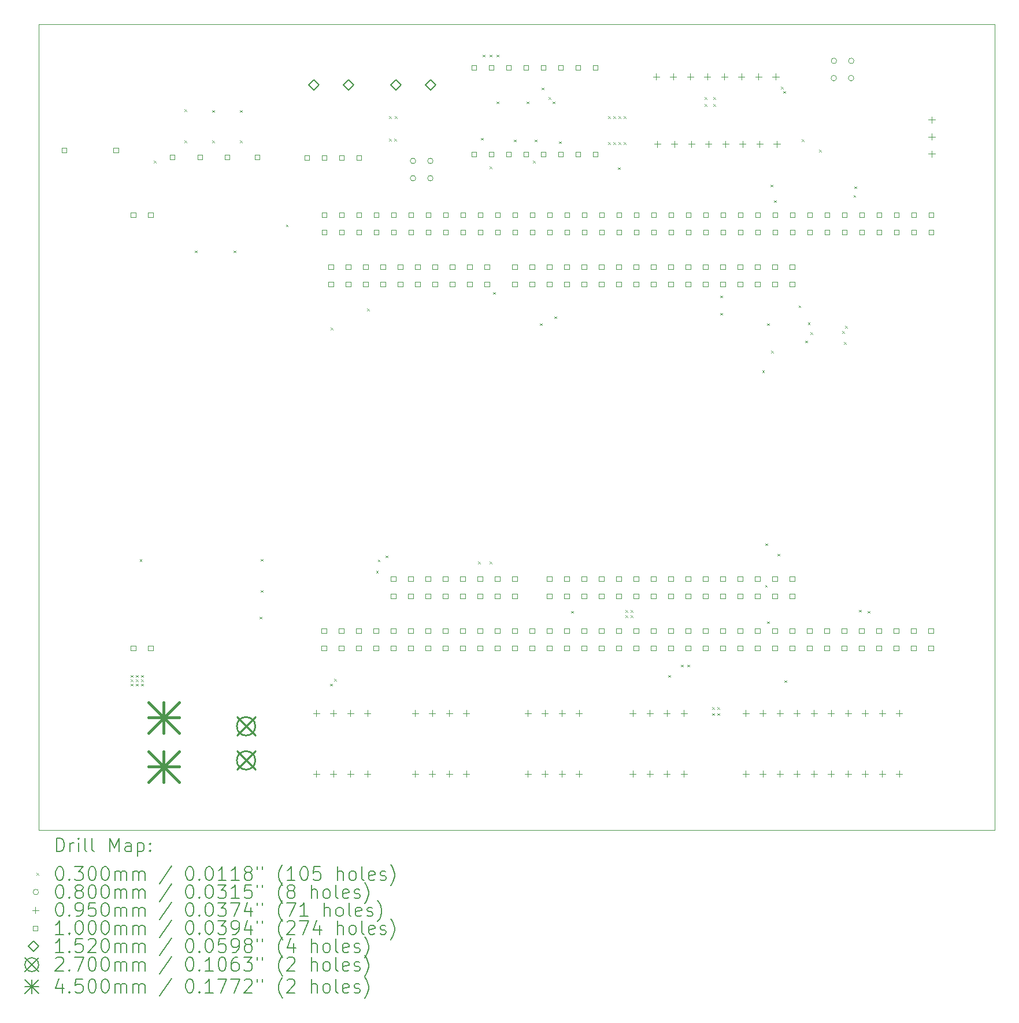
<source format=gbr>
%TF.GenerationSoftware,KiCad,Pcbnew,8.0.2-rc1*%
%TF.CreationDate,2024-12-09T19:42:59+01:00*%
%TF.ProjectId,Carte-Principale,43617274-652d-4507-9269-6e636970616c,rev?*%
%TF.SameCoordinates,Original*%
%TF.FileFunction,Drillmap*%
%TF.FilePolarity,Positive*%
%FSLAX45Y45*%
G04 Gerber Fmt 4.5, Leading zero omitted, Abs format (unit mm)*
G04 Created by KiCad (PCBNEW 8.0.2-rc1) date 2024-12-09 19:42:59*
%MOMM*%
%LPD*%
G01*
G04 APERTURE LIST*
%ADD10C,0.050000*%
%ADD11C,0.200000*%
%ADD12C,0.100000*%
%ADD13C,0.152000*%
%ADD14C,0.270000*%
%ADD15C,0.450000*%
G04 APERTURE END LIST*
D10*
X6996500Y-2921000D02*
X21000000Y-2921000D01*
X21000000Y-14732000D01*
X6996500Y-14732000D01*
X6996500Y-2921000D01*
D11*
D12*
X8341600Y-12456400D02*
X8371600Y-12486400D01*
X8371600Y-12456400D02*
X8341600Y-12486400D01*
X8341600Y-12519900D02*
X8371600Y-12549900D01*
X8371600Y-12519900D02*
X8341600Y-12549900D01*
X8341600Y-12583400D02*
X8371600Y-12613400D01*
X8371600Y-12583400D02*
X8341600Y-12613400D01*
X8417800Y-12456400D02*
X8447800Y-12486400D01*
X8447800Y-12456400D02*
X8417800Y-12486400D01*
X8417800Y-12519900D02*
X8447800Y-12549900D01*
X8447800Y-12519900D02*
X8417800Y-12549900D01*
X8417800Y-12583400D02*
X8447800Y-12613400D01*
X8447800Y-12583400D02*
X8417800Y-12613400D01*
X8474950Y-10760950D02*
X8504950Y-10790950D01*
X8504950Y-10760950D02*
X8474950Y-10790950D01*
X8494000Y-12456400D02*
X8524000Y-12486400D01*
X8524000Y-12456400D02*
X8494000Y-12486400D01*
X8494000Y-12519900D02*
X8524000Y-12549900D01*
X8524000Y-12519900D02*
X8494000Y-12549900D01*
X8494000Y-12583400D02*
X8524000Y-12613400D01*
X8524000Y-12583400D02*
X8494000Y-12613400D01*
X8684500Y-4919100D02*
X8714500Y-4949100D01*
X8714500Y-4919100D02*
X8684500Y-4949100D01*
X9129000Y-4163300D02*
X9159000Y-4193300D01*
X9159000Y-4163300D02*
X9129000Y-4193300D01*
X9129000Y-4620500D02*
X9159000Y-4650500D01*
X9159000Y-4620500D02*
X9129000Y-4650500D01*
X9281400Y-6233400D02*
X9311400Y-6263400D01*
X9311400Y-6233400D02*
X9281400Y-6263400D01*
X9535400Y-4176000D02*
X9565400Y-4206000D01*
X9565400Y-4176000D02*
X9535400Y-4206000D01*
X9535400Y-4620500D02*
X9565400Y-4650500D01*
X9565400Y-4620500D02*
X9535400Y-4650500D01*
X9852900Y-6233400D02*
X9882900Y-6263400D01*
X9882900Y-6233400D02*
X9852900Y-6263400D01*
X9941800Y-4176000D02*
X9971800Y-4206000D01*
X9971800Y-4176000D02*
X9941800Y-4206000D01*
X9941800Y-4620500D02*
X9971800Y-4650500D01*
X9971800Y-4620500D02*
X9941800Y-4650500D01*
X10232500Y-11604000D02*
X10262500Y-11634000D01*
X10262500Y-11604000D02*
X10232500Y-11634000D01*
X10246600Y-10754600D02*
X10276600Y-10784600D01*
X10276600Y-10754600D02*
X10246600Y-10784600D01*
X10246600Y-11211800D02*
X10276600Y-11241800D01*
X10276600Y-11211800D02*
X10246600Y-11241800D01*
X10617500Y-5855000D02*
X10647500Y-5885000D01*
X10647500Y-5855000D02*
X10617500Y-5885000D01*
X11262600Y-12583400D02*
X11292600Y-12613400D01*
X11292600Y-12583400D02*
X11262600Y-12613400D01*
X11275200Y-7363600D02*
X11305200Y-7393600D01*
X11305200Y-7363600D02*
X11275200Y-7393600D01*
X11322600Y-12511532D02*
X11352600Y-12541532D01*
X11352600Y-12511532D02*
X11322600Y-12541532D01*
X11808700Y-7084600D02*
X11838700Y-7114600D01*
X11838700Y-7084600D02*
X11808700Y-7114600D01*
X11936976Y-10928600D02*
X11966976Y-10958600D01*
X11966976Y-10928600D02*
X11936976Y-10958600D01*
X11963000Y-10763800D02*
X11993000Y-10793800D01*
X11993000Y-10763800D02*
X11963000Y-10793800D01*
X12075400Y-10703800D02*
X12105400Y-10733800D01*
X12105400Y-10703800D02*
X12075400Y-10733800D01*
X12126200Y-4264900D02*
X12156200Y-4294900D01*
X12156200Y-4264900D02*
X12126200Y-4294900D01*
X12126200Y-4595100D02*
X12156200Y-4625100D01*
X12156200Y-4595100D02*
X12126200Y-4625100D01*
X12202400Y-4595100D02*
X12232400Y-4625100D01*
X12232400Y-4595100D02*
X12202400Y-4625100D01*
X12215100Y-4264900D02*
X12245100Y-4294900D01*
X12245100Y-4264900D02*
X12215100Y-4294900D01*
X13430300Y-10796200D02*
X13460300Y-10826200D01*
X13460300Y-10796200D02*
X13430300Y-10826200D01*
X13472400Y-4582400D02*
X13502400Y-4612400D01*
X13502400Y-4582400D02*
X13472400Y-4612400D01*
X13497800Y-3363200D02*
X13527800Y-3393200D01*
X13527800Y-3363200D02*
X13497800Y-3393200D01*
X13599400Y-3363200D02*
X13629400Y-3393200D01*
X13629400Y-3363200D02*
X13599400Y-3393200D01*
X13599400Y-10796200D02*
X13629400Y-10826200D01*
X13629400Y-10796200D02*
X13599400Y-10826200D01*
X13601750Y-5001500D02*
X13631750Y-5031500D01*
X13631750Y-5001500D02*
X13601750Y-5031500D01*
X13650200Y-6843000D02*
X13680200Y-6873000D01*
X13680200Y-6843000D02*
X13650200Y-6873000D01*
X13701000Y-3363200D02*
X13731000Y-3393200D01*
X13731000Y-3363200D02*
X13701000Y-3393200D01*
X13701000Y-4049000D02*
X13731000Y-4079000D01*
X13731000Y-4049000D02*
X13701000Y-4079000D01*
X13955000Y-4607800D02*
X13985000Y-4637800D01*
X13985000Y-4607800D02*
X13955000Y-4637800D01*
X14145500Y-4049000D02*
X14175500Y-4079000D01*
X14175500Y-4049000D02*
X14145500Y-4079000D01*
X14234400Y-4916400D02*
X14264400Y-4946400D01*
X14264400Y-4916400D02*
X14234400Y-4946400D01*
X14259800Y-4607800D02*
X14289800Y-4637800D01*
X14289800Y-4607800D02*
X14259800Y-4637800D01*
X14336000Y-7300200D02*
X14366000Y-7330200D01*
X14366000Y-7300200D02*
X14336000Y-7330200D01*
X14361400Y-3845800D02*
X14391400Y-3875800D01*
X14391400Y-3845800D02*
X14361400Y-3875800D01*
X14463000Y-3985500D02*
X14493000Y-4015500D01*
X14493000Y-3985500D02*
X14463000Y-4015500D01*
X14526500Y-4049000D02*
X14556500Y-4079000D01*
X14556500Y-4049000D02*
X14526500Y-4079000D01*
X14551900Y-7198600D02*
X14581900Y-7228600D01*
X14581900Y-7198600D02*
X14551900Y-7228600D01*
X14615400Y-4633200D02*
X14645400Y-4663200D01*
X14645400Y-4633200D02*
X14615400Y-4663200D01*
X14793200Y-11516600D02*
X14823200Y-11546600D01*
X14823200Y-11516600D02*
X14793200Y-11546600D01*
X15339300Y-4264900D02*
X15369300Y-4294900D01*
X15369300Y-4264900D02*
X15339300Y-4294900D01*
X15339300Y-4645900D02*
X15369300Y-4675900D01*
X15369300Y-4645900D02*
X15339300Y-4675900D01*
X15415500Y-4264900D02*
X15445500Y-4294900D01*
X15445500Y-4264900D02*
X15415500Y-4294900D01*
X15415500Y-4645900D02*
X15445500Y-4675900D01*
X15445500Y-4645900D02*
X15415500Y-4675900D01*
X15479000Y-5014200D02*
X15509000Y-5044200D01*
X15509000Y-5014200D02*
X15479000Y-5044200D01*
X15491700Y-4264900D02*
X15521700Y-4294900D01*
X15521700Y-4264900D02*
X15491700Y-4294900D01*
X15491700Y-4645900D02*
X15521700Y-4675900D01*
X15521700Y-4645900D02*
X15491700Y-4675900D01*
X15567900Y-4264900D02*
X15597900Y-4294900D01*
X15597900Y-4264900D02*
X15567900Y-4294900D01*
X15567900Y-4645900D02*
X15597900Y-4675900D01*
X15597900Y-4645900D02*
X15567900Y-4675900D01*
X15593300Y-11503900D02*
X15623300Y-11533900D01*
X15623300Y-11503900D02*
X15593300Y-11533900D01*
X15593300Y-11580100D02*
X15623300Y-11610100D01*
X15623300Y-11580100D02*
X15593300Y-11610100D01*
X15669500Y-11503900D02*
X15699500Y-11533900D01*
X15699500Y-11503900D02*
X15669500Y-11533900D01*
X15669500Y-11580100D02*
X15699500Y-11610100D01*
X15699500Y-11580100D02*
X15669500Y-11610100D01*
X16215600Y-12456400D02*
X16245600Y-12486400D01*
X16245600Y-12456400D02*
X16215600Y-12486400D01*
X16406100Y-12304000D02*
X16436100Y-12334000D01*
X16436100Y-12304000D02*
X16406100Y-12334000D01*
X16495000Y-12304000D02*
X16525000Y-12334000D01*
X16525000Y-12304000D02*
X16495000Y-12334000D01*
X16749000Y-3985500D02*
X16779000Y-4015500D01*
X16779000Y-3985500D02*
X16749000Y-4015500D01*
X16749000Y-4087100D02*
X16779000Y-4117100D01*
X16779000Y-4087100D02*
X16749000Y-4117100D01*
X16863300Y-12926300D02*
X16893300Y-12956300D01*
X16893300Y-12926300D02*
X16863300Y-12956300D01*
X16863300Y-13015200D02*
X16893300Y-13045200D01*
X16893300Y-13015200D02*
X16863300Y-13045200D01*
X16876000Y-3985500D02*
X16906000Y-4015500D01*
X16906000Y-3985500D02*
X16876000Y-4015500D01*
X16876000Y-4087100D02*
X16906000Y-4117100D01*
X16906000Y-4087100D02*
X16876000Y-4117100D01*
X16939500Y-12926300D02*
X16969500Y-12956300D01*
X16969500Y-12926300D02*
X16939500Y-12956300D01*
X16939500Y-13015200D02*
X16969500Y-13045200D01*
X16969500Y-13015200D02*
X16939500Y-13045200D01*
X16977600Y-6893800D02*
X17007600Y-6923800D01*
X17007600Y-6893800D02*
X16977600Y-6923800D01*
X16977600Y-7147800D02*
X17007600Y-7177800D01*
X17007600Y-7147800D02*
X16977600Y-7177800D01*
X17593550Y-7992350D02*
X17623550Y-8022350D01*
X17623550Y-7992350D02*
X17593550Y-8022350D01*
X17636606Y-11135600D02*
X17666606Y-11165600D01*
X17666606Y-11135600D02*
X17636606Y-11165600D01*
X17638000Y-10526000D02*
X17668000Y-10556000D01*
X17668000Y-10526000D02*
X17638000Y-10556000D01*
X17663400Y-7300200D02*
X17693400Y-7330200D01*
X17693400Y-7300200D02*
X17663400Y-7330200D01*
X17663400Y-11669000D02*
X17693400Y-11699000D01*
X17693400Y-11669000D02*
X17663400Y-11699000D01*
X17717900Y-5268200D02*
X17747900Y-5298200D01*
X17747900Y-5268200D02*
X17717900Y-5298200D01*
X17723400Y-7706100D02*
X17753400Y-7736100D01*
X17753400Y-7706100D02*
X17723400Y-7736100D01*
X17765000Y-5496800D02*
X17795000Y-5526800D01*
X17795000Y-5496800D02*
X17765000Y-5526800D01*
X17815800Y-10678400D02*
X17845800Y-10708400D01*
X17845800Y-10678400D02*
X17815800Y-10708400D01*
X17866600Y-3833100D02*
X17896600Y-3863100D01*
X17896600Y-3833100D02*
X17866600Y-3863100D01*
X17904700Y-3896600D02*
X17934700Y-3926600D01*
X17934700Y-3896600D02*
X17904700Y-3926600D01*
X17917400Y-12532600D02*
X17947400Y-12562600D01*
X17947400Y-12532600D02*
X17917400Y-12562600D01*
X18128974Y-7037826D02*
X18158974Y-7067826D01*
X18158974Y-7037826D02*
X18128974Y-7067826D01*
X18173284Y-4605916D02*
X18203284Y-4635916D01*
X18203284Y-4605916D02*
X18173284Y-4635916D01*
X18222200Y-7554200D02*
X18252200Y-7584200D01*
X18252200Y-7554200D02*
X18222200Y-7584200D01*
X18264500Y-7288528D02*
X18294500Y-7318528D01*
X18294500Y-7288528D02*
X18264500Y-7318528D01*
X18301100Y-7435300D02*
X18331100Y-7465300D01*
X18331100Y-7435300D02*
X18301100Y-7465300D01*
X18429323Y-4756277D02*
X18459323Y-4786277D01*
X18459323Y-4756277D02*
X18429323Y-4786277D01*
X18768300Y-7414500D02*
X18798300Y-7444500D01*
X18798300Y-7414500D02*
X18768300Y-7444500D01*
X18793700Y-7576623D02*
X18823700Y-7606623D01*
X18823700Y-7576623D02*
X18793700Y-7606623D01*
X18806400Y-7338300D02*
X18836400Y-7368300D01*
X18836400Y-7338300D02*
X18806400Y-7368300D01*
X18931100Y-5420600D02*
X18961100Y-5450600D01*
X18961100Y-5420600D02*
X18931100Y-5450600D01*
X18944981Y-5296528D02*
X18974981Y-5326528D01*
X18974981Y-5296528D02*
X18944981Y-5326528D01*
X19013886Y-11499614D02*
X19043886Y-11529614D01*
X19043886Y-11499614D02*
X19013886Y-11529614D01*
X19136600Y-11516600D02*
X19166600Y-11546600D01*
X19166600Y-11516600D02*
X19136600Y-11546600D01*
X12518100Y-4921000D02*
G75*
G02*
X12438100Y-4921000I-40000J0D01*
G01*
X12438100Y-4921000D02*
G75*
G02*
X12518100Y-4921000I40000J0D01*
G01*
X12518100Y-5175000D02*
G75*
G02*
X12438100Y-5175000I-40000J0D01*
G01*
X12438100Y-5175000D02*
G75*
G02*
X12518100Y-5175000I40000J0D01*
G01*
X12772100Y-4921000D02*
G75*
G02*
X12692100Y-4921000I-40000J0D01*
G01*
X12692100Y-4921000D02*
G75*
G02*
X12772100Y-4921000I40000J0D01*
G01*
X12772100Y-5175000D02*
G75*
G02*
X12692100Y-5175000I-40000J0D01*
G01*
X12692100Y-5175000D02*
G75*
G02*
X12772100Y-5175000I40000J0D01*
G01*
X18681600Y-3708400D02*
G75*
G02*
X18601600Y-3708400I-40000J0D01*
G01*
X18601600Y-3708400D02*
G75*
G02*
X18681600Y-3708400I40000J0D01*
G01*
X18683600Y-3454400D02*
G75*
G02*
X18603600Y-3454400I-40000J0D01*
G01*
X18603600Y-3454400D02*
G75*
G02*
X18683600Y-3454400I40000J0D01*
G01*
X18935600Y-3708400D02*
G75*
G02*
X18855600Y-3708400I-40000J0D01*
G01*
X18855600Y-3708400D02*
G75*
G02*
X18935600Y-3708400I40000J0D01*
G01*
X18937600Y-3454400D02*
G75*
G02*
X18857600Y-3454400I-40000J0D01*
G01*
X18857600Y-3454400D02*
G75*
G02*
X18937600Y-3454400I40000J0D01*
G01*
X11061000Y-12970000D02*
X11061000Y-13065000D01*
X11013500Y-13017500D02*
X11108500Y-13017500D01*
X11061000Y-13859000D02*
X11061000Y-13954000D01*
X11013500Y-13906500D02*
X11108500Y-13906500D01*
X11311000Y-12970000D02*
X11311000Y-13065000D01*
X11263500Y-13017500D02*
X11358500Y-13017500D01*
X11311000Y-13859000D02*
X11311000Y-13954000D01*
X11263500Y-13906500D02*
X11358500Y-13906500D01*
X11561000Y-12970000D02*
X11561000Y-13065000D01*
X11513500Y-13017500D02*
X11608500Y-13017500D01*
X11561000Y-13859000D02*
X11561000Y-13954000D01*
X11513500Y-13906500D02*
X11608500Y-13906500D01*
X11811000Y-12970000D02*
X11811000Y-13065000D01*
X11763500Y-13017500D02*
X11858500Y-13017500D01*
X11811000Y-13859000D02*
X11811000Y-13954000D01*
X11763500Y-13906500D02*
X11858500Y-13906500D01*
X12509557Y-12969918D02*
X12509557Y-13064918D01*
X12462057Y-13017418D02*
X12557057Y-13017418D01*
X12509557Y-13858918D02*
X12509557Y-13953918D01*
X12462057Y-13906418D02*
X12557057Y-13906418D01*
X12759557Y-12969918D02*
X12759557Y-13064918D01*
X12712057Y-13017418D02*
X12807057Y-13017418D01*
X12759557Y-13858918D02*
X12759557Y-13953918D01*
X12712057Y-13906418D02*
X12807057Y-13906418D01*
X13009557Y-12969918D02*
X13009557Y-13064918D01*
X12962057Y-13017418D02*
X13057057Y-13017418D01*
X13009557Y-13858918D02*
X13009557Y-13953918D01*
X12962057Y-13906418D02*
X13057057Y-13906418D01*
X13259557Y-12969918D02*
X13259557Y-13064918D01*
X13212057Y-13017418D02*
X13307057Y-13017418D01*
X13259557Y-13858918D02*
X13259557Y-13953918D01*
X13212057Y-13906418D02*
X13307057Y-13906418D01*
X14160500Y-12970000D02*
X14160500Y-13065000D01*
X14113000Y-13017500D02*
X14208000Y-13017500D01*
X14160500Y-13859000D02*
X14160500Y-13954000D01*
X14113000Y-13906500D02*
X14208000Y-13906500D01*
X14410500Y-12970000D02*
X14410500Y-13065000D01*
X14363000Y-13017500D02*
X14458000Y-13017500D01*
X14410500Y-13859000D02*
X14410500Y-13954000D01*
X14363000Y-13906500D02*
X14458000Y-13906500D01*
X14660500Y-12970000D02*
X14660500Y-13065000D01*
X14613000Y-13017500D02*
X14708000Y-13017500D01*
X14660500Y-13859000D02*
X14660500Y-13954000D01*
X14613000Y-13906500D02*
X14708000Y-13906500D01*
X14910500Y-12970000D02*
X14910500Y-13065000D01*
X14863000Y-13017500D02*
X14958000Y-13017500D01*
X14910500Y-13859000D02*
X14910500Y-13954000D01*
X14863000Y-13906500D02*
X14958000Y-13906500D01*
X15696500Y-13859000D02*
X15696500Y-13954000D01*
X15649000Y-13906500D02*
X15744000Y-13906500D01*
X15697200Y-12970082D02*
X15697200Y-13065082D01*
X15649700Y-13017582D02*
X15744700Y-13017582D01*
X15946500Y-13859000D02*
X15946500Y-13954000D01*
X15899000Y-13906500D02*
X15994000Y-13906500D01*
X15947200Y-12970082D02*
X15947200Y-13065082D01*
X15899700Y-13017582D02*
X15994700Y-13017582D01*
X16040100Y-3637500D02*
X16040100Y-3732500D01*
X15992600Y-3685000D02*
X16087600Y-3685000D01*
X16056800Y-4626100D02*
X16056800Y-4721100D01*
X16009300Y-4673600D02*
X16104300Y-4673600D01*
X16196500Y-13859000D02*
X16196500Y-13954000D01*
X16149000Y-13906500D02*
X16244000Y-13906500D01*
X16197200Y-12970082D02*
X16197200Y-13065082D01*
X16149700Y-13017582D02*
X16244700Y-13017582D01*
X16290100Y-3637500D02*
X16290100Y-3732500D01*
X16242600Y-3685000D02*
X16337600Y-3685000D01*
X16306800Y-4626100D02*
X16306800Y-4721100D01*
X16259300Y-4673600D02*
X16354300Y-4673600D01*
X16446500Y-13859000D02*
X16446500Y-13954000D01*
X16399000Y-13906500D02*
X16494000Y-13906500D01*
X16447200Y-12970082D02*
X16447200Y-13065082D01*
X16399700Y-13017582D02*
X16494700Y-13017582D01*
X16540100Y-3637500D02*
X16540100Y-3732500D01*
X16492600Y-3685000D02*
X16587600Y-3685000D01*
X16556800Y-4626100D02*
X16556800Y-4721100D01*
X16509300Y-4673600D02*
X16604300Y-4673600D01*
X16790100Y-3637500D02*
X16790100Y-3732500D01*
X16742600Y-3685000D02*
X16837600Y-3685000D01*
X16806800Y-4626100D02*
X16806800Y-4721100D01*
X16759300Y-4673600D02*
X16854300Y-4673600D01*
X17040100Y-3637500D02*
X17040100Y-3732500D01*
X16992600Y-3685000D02*
X17087600Y-3685000D01*
X17056800Y-4626100D02*
X17056800Y-4721100D01*
X17009300Y-4673600D02*
X17104300Y-4673600D01*
X17290100Y-3637500D02*
X17290100Y-3732500D01*
X17242600Y-3685000D02*
X17337600Y-3685000D01*
X17306800Y-4626100D02*
X17306800Y-4721100D01*
X17259300Y-4673600D02*
X17354300Y-4673600D01*
X17351500Y-12970000D02*
X17351500Y-13065000D01*
X17304000Y-13017500D02*
X17399000Y-13017500D01*
X17351500Y-13859000D02*
X17351500Y-13954000D01*
X17304000Y-13906500D02*
X17399000Y-13906500D01*
X17540100Y-3637500D02*
X17540100Y-3732500D01*
X17492600Y-3685000D02*
X17587600Y-3685000D01*
X17556800Y-4626100D02*
X17556800Y-4721100D01*
X17509300Y-4673600D02*
X17604300Y-4673600D01*
X17601500Y-12970000D02*
X17601500Y-13065000D01*
X17554000Y-13017500D02*
X17649000Y-13017500D01*
X17601500Y-13859000D02*
X17601500Y-13954000D01*
X17554000Y-13906500D02*
X17649000Y-13906500D01*
X17790100Y-3637500D02*
X17790100Y-3732500D01*
X17742600Y-3685000D02*
X17837600Y-3685000D01*
X17806800Y-4626100D02*
X17806800Y-4721100D01*
X17759300Y-4673600D02*
X17854300Y-4673600D01*
X17851500Y-12970000D02*
X17851500Y-13065000D01*
X17804000Y-13017500D02*
X17899000Y-13017500D01*
X17851500Y-13859000D02*
X17851500Y-13954000D01*
X17804000Y-13906500D02*
X17899000Y-13906500D01*
X18101500Y-12970000D02*
X18101500Y-13065000D01*
X18054000Y-13017500D02*
X18149000Y-13017500D01*
X18101500Y-13859000D02*
X18101500Y-13954000D01*
X18054000Y-13906500D02*
X18149000Y-13906500D01*
X18351500Y-12970000D02*
X18351500Y-13065000D01*
X18304000Y-13017500D02*
X18399000Y-13017500D01*
X18351500Y-13859000D02*
X18351500Y-13954000D01*
X18304000Y-13906500D02*
X18399000Y-13906500D01*
X18601500Y-12970000D02*
X18601500Y-13065000D01*
X18554000Y-13017500D02*
X18649000Y-13017500D01*
X18601500Y-13859000D02*
X18601500Y-13954000D01*
X18554000Y-13906500D02*
X18649000Y-13906500D01*
X18851500Y-12970000D02*
X18851500Y-13065000D01*
X18804000Y-13017500D02*
X18899000Y-13017500D01*
X18851500Y-13859000D02*
X18851500Y-13954000D01*
X18804000Y-13906500D02*
X18899000Y-13906500D01*
X19101500Y-12970000D02*
X19101500Y-13065000D01*
X19054000Y-13017500D02*
X19149000Y-13017500D01*
X19101500Y-13859000D02*
X19101500Y-13954000D01*
X19054000Y-13906500D02*
X19149000Y-13906500D01*
X19351500Y-12970000D02*
X19351500Y-13065000D01*
X19304000Y-13017500D02*
X19399000Y-13017500D01*
X19351500Y-13859000D02*
X19351500Y-13954000D01*
X19304000Y-13906500D02*
X19399000Y-13906500D01*
X19601500Y-12970000D02*
X19601500Y-13065000D01*
X19554000Y-13017500D02*
X19649000Y-13017500D01*
X19601500Y-13859000D02*
X19601500Y-13954000D01*
X19554000Y-13906500D02*
X19649000Y-13906500D01*
X20077000Y-4270500D02*
X20077000Y-4365500D01*
X20029500Y-4318000D02*
X20124500Y-4318000D01*
X20077000Y-4520500D02*
X20077000Y-4615500D01*
X20029500Y-4568000D02*
X20124500Y-4568000D01*
X20077000Y-4770500D02*
X20077000Y-4865500D01*
X20029500Y-4818000D02*
X20124500Y-4818000D01*
X7401356Y-4797856D02*
X7401356Y-4727144D01*
X7330644Y-4727144D01*
X7330644Y-4797856D01*
X7401356Y-4797856D01*
X8161356Y-4797856D02*
X8161356Y-4727144D01*
X8090644Y-4727144D01*
X8090644Y-4797856D01*
X8161356Y-4797856D01*
X8416856Y-5750356D02*
X8416856Y-5679644D01*
X8346144Y-5679644D01*
X8346144Y-5750356D01*
X8416856Y-5750356D01*
X8416856Y-12100356D02*
X8416856Y-12029644D01*
X8346144Y-12029644D01*
X8346144Y-12100356D01*
X8416856Y-12100356D01*
X8670856Y-5750356D02*
X8670856Y-5679644D01*
X8600144Y-5679644D01*
X8600144Y-5750356D01*
X8670856Y-5750356D01*
X8670856Y-12100356D02*
X8670856Y-12029644D01*
X8600144Y-12029644D01*
X8600144Y-12100356D01*
X8670856Y-12100356D01*
X8988856Y-4899456D02*
X8988856Y-4828744D01*
X8918144Y-4828744D01*
X8918144Y-4899456D01*
X8988856Y-4899456D01*
X9395256Y-4899456D02*
X9395256Y-4828744D01*
X9324544Y-4828744D01*
X9324544Y-4899456D01*
X9395256Y-4899456D01*
X9788956Y-4899456D02*
X9788956Y-4828744D01*
X9718244Y-4828744D01*
X9718244Y-4899456D01*
X9788956Y-4899456D01*
X10233456Y-4899456D02*
X10233456Y-4828744D01*
X10162744Y-4828744D01*
X10162744Y-4899456D01*
X10233456Y-4899456D01*
X10957356Y-4912156D02*
X10957356Y-4841444D01*
X10886644Y-4841444D01*
X10886644Y-4912156D01*
X10957356Y-4912156D01*
X11210856Y-11846356D02*
X11210856Y-11775644D01*
X11140144Y-11775644D01*
X11140144Y-11846356D01*
X11210856Y-11846356D01*
X11210856Y-12100356D02*
X11210856Y-12029644D01*
X11140144Y-12029644D01*
X11140144Y-12100356D01*
X11210856Y-12100356D01*
X11211356Y-4912156D02*
X11211356Y-4841444D01*
X11140644Y-4841444D01*
X11140644Y-4912156D01*
X11211356Y-4912156D01*
X11212856Y-5750356D02*
X11212856Y-5679644D01*
X11142144Y-5679644D01*
X11142144Y-5750356D01*
X11212856Y-5750356D01*
X11212856Y-6004356D02*
X11212856Y-5933644D01*
X11142144Y-5933644D01*
X11142144Y-6004356D01*
X11212856Y-6004356D01*
X11312456Y-6512356D02*
X11312456Y-6441644D01*
X11241744Y-6441644D01*
X11241744Y-6512356D01*
X11312456Y-6512356D01*
X11312456Y-6766356D02*
X11312456Y-6695644D01*
X11241744Y-6695644D01*
X11241744Y-6766356D01*
X11312456Y-6766356D01*
X11464856Y-11846356D02*
X11464856Y-11775644D01*
X11394144Y-11775644D01*
X11394144Y-11846356D01*
X11464856Y-11846356D01*
X11464856Y-12100356D02*
X11464856Y-12029644D01*
X11394144Y-12029644D01*
X11394144Y-12100356D01*
X11464856Y-12100356D01*
X11465356Y-4912156D02*
X11465356Y-4841444D01*
X11394644Y-4841444D01*
X11394644Y-4912156D01*
X11465356Y-4912156D01*
X11466856Y-5750356D02*
X11466856Y-5679644D01*
X11396144Y-5679644D01*
X11396144Y-5750356D01*
X11466856Y-5750356D01*
X11466856Y-6004356D02*
X11466856Y-5933644D01*
X11396144Y-5933644D01*
X11396144Y-6004356D01*
X11466856Y-6004356D01*
X11566456Y-6512356D02*
X11566456Y-6441644D01*
X11495744Y-6441644D01*
X11495744Y-6512356D01*
X11566456Y-6512356D01*
X11566456Y-6766356D02*
X11566456Y-6695644D01*
X11495744Y-6695644D01*
X11495744Y-6766356D01*
X11566456Y-6766356D01*
X11718856Y-11846356D02*
X11718856Y-11775644D01*
X11648144Y-11775644D01*
X11648144Y-11846356D01*
X11718856Y-11846356D01*
X11718856Y-12100356D02*
X11718856Y-12029644D01*
X11648144Y-12029644D01*
X11648144Y-12100356D01*
X11718856Y-12100356D01*
X11719356Y-4912156D02*
X11719356Y-4841444D01*
X11648644Y-4841444D01*
X11648644Y-4912156D01*
X11719356Y-4912156D01*
X11720856Y-5750356D02*
X11720856Y-5679644D01*
X11650144Y-5679644D01*
X11650144Y-5750356D01*
X11720856Y-5750356D01*
X11720856Y-6004356D02*
X11720856Y-5933644D01*
X11650144Y-5933644D01*
X11650144Y-6004356D01*
X11720856Y-6004356D01*
X11820456Y-6512356D02*
X11820456Y-6441644D01*
X11749744Y-6441644D01*
X11749744Y-6512356D01*
X11820456Y-6512356D01*
X11820456Y-6766356D02*
X11820456Y-6695644D01*
X11749744Y-6695644D01*
X11749744Y-6766356D01*
X11820456Y-6766356D01*
X11972856Y-11846356D02*
X11972856Y-11775644D01*
X11902144Y-11775644D01*
X11902144Y-11846356D01*
X11972856Y-11846356D01*
X11972856Y-12100356D02*
X11972856Y-12029644D01*
X11902144Y-12029644D01*
X11902144Y-12100356D01*
X11972856Y-12100356D01*
X11974856Y-5750356D02*
X11974856Y-5679644D01*
X11904144Y-5679644D01*
X11904144Y-5750356D01*
X11974856Y-5750356D01*
X11974856Y-6004356D02*
X11974856Y-5933644D01*
X11904144Y-5933644D01*
X11904144Y-6004356D01*
X11974856Y-6004356D01*
X12074456Y-6512356D02*
X12074456Y-6441644D01*
X12003744Y-6441644D01*
X12003744Y-6512356D01*
X12074456Y-6512356D01*
X12074456Y-6766356D02*
X12074456Y-6695644D01*
X12003744Y-6695644D01*
X12003744Y-6766356D01*
X12074456Y-6766356D01*
X12226856Y-11084356D02*
X12226856Y-11013644D01*
X12156144Y-11013644D01*
X12156144Y-11084356D01*
X12226856Y-11084356D01*
X12226856Y-11338356D02*
X12226856Y-11267644D01*
X12156144Y-11267644D01*
X12156144Y-11338356D01*
X12226856Y-11338356D01*
X12226856Y-11846356D02*
X12226856Y-11775644D01*
X12156144Y-11775644D01*
X12156144Y-11846356D01*
X12226856Y-11846356D01*
X12226856Y-12100356D02*
X12226856Y-12029644D01*
X12156144Y-12029644D01*
X12156144Y-12100356D01*
X12226856Y-12100356D01*
X12228856Y-5750356D02*
X12228856Y-5679644D01*
X12158144Y-5679644D01*
X12158144Y-5750356D01*
X12228856Y-5750356D01*
X12228856Y-6004356D02*
X12228856Y-5933644D01*
X12158144Y-5933644D01*
X12158144Y-6004356D01*
X12228856Y-6004356D01*
X12328456Y-6512356D02*
X12328456Y-6441644D01*
X12257744Y-6441644D01*
X12257744Y-6512356D01*
X12328456Y-6512356D01*
X12328456Y-6766356D02*
X12328456Y-6695644D01*
X12257744Y-6695644D01*
X12257744Y-6766356D01*
X12328456Y-6766356D01*
X12480856Y-11084356D02*
X12480856Y-11013644D01*
X12410144Y-11013644D01*
X12410144Y-11084356D01*
X12480856Y-11084356D01*
X12480856Y-11338356D02*
X12480856Y-11267644D01*
X12410144Y-11267644D01*
X12410144Y-11338356D01*
X12480856Y-11338356D01*
X12480856Y-11846356D02*
X12480856Y-11775644D01*
X12410144Y-11775644D01*
X12410144Y-11846356D01*
X12480856Y-11846356D01*
X12480856Y-12100356D02*
X12480856Y-12029644D01*
X12410144Y-12029644D01*
X12410144Y-12100356D01*
X12480856Y-12100356D01*
X12482856Y-5750356D02*
X12482856Y-5679644D01*
X12412144Y-5679644D01*
X12412144Y-5750356D01*
X12482856Y-5750356D01*
X12482856Y-6004356D02*
X12482856Y-5933644D01*
X12412144Y-5933644D01*
X12412144Y-6004356D01*
X12482856Y-6004356D01*
X12582456Y-6512356D02*
X12582456Y-6441644D01*
X12511744Y-6441644D01*
X12511744Y-6512356D01*
X12582456Y-6512356D01*
X12582456Y-6766356D02*
X12582456Y-6695644D01*
X12511744Y-6695644D01*
X12511744Y-6766356D01*
X12582456Y-6766356D01*
X12734856Y-11084356D02*
X12734856Y-11013644D01*
X12664144Y-11013644D01*
X12664144Y-11084356D01*
X12734856Y-11084356D01*
X12734856Y-11338356D02*
X12734856Y-11267644D01*
X12664144Y-11267644D01*
X12664144Y-11338356D01*
X12734856Y-11338356D01*
X12734856Y-11846356D02*
X12734856Y-11775644D01*
X12664144Y-11775644D01*
X12664144Y-11846356D01*
X12734856Y-11846356D01*
X12734856Y-12100356D02*
X12734856Y-12029644D01*
X12664144Y-12029644D01*
X12664144Y-12100356D01*
X12734856Y-12100356D01*
X12736856Y-5750356D02*
X12736856Y-5679644D01*
X12666144Y-5679644D01*
X12666144Y-5750356D01*
X12736856Y-5750356D01*
X12736856Y-6004356D02*
X12736856Y-5933644D01*
X12666144Y-5933644D01*
X12666144Y-6004356D01*
X12736856Y-6004356D01*
X12836456Y-6512356D02*
X12836456Y-6441644D01*
X12765744Y-6441644D01*
X12765744Y-6512356D01*
X12836456Y-6512356D01*
X12836456Y-6766356D02*
X12836456Y-6695644D01*
X12765744Y-6695644D01*
X12765744Y-6766356D01*
X12836456Y-6766356D01*
X12988856Y-11084356D02*
X12988856Y-11013644D01*
X12918144Y-11013644D01*
X12918144Y-11084356D01*
X12988856Y-11084356D01*
X12988856Y-11338356D02*
X12988856Y-11267644D01*
X12918144Y-11267644D01*
X12918144Y-11338356D01*
X12988856Y-11338356D01*
X12988856Y-11846356D02*
X12988856Y-11775644D01*
X12918144Y-11775644D01*
X12918144Y-11846356D01*
X12988856Y-11846356D01*
X12988856Y-12100356D02*
X12988856Y-12029644D01*
X12918144Y-12029644D01*
X12918144Y-12100356D01*
X12988856Y-12100356D01*
X12990856Y-5750356D02*
X12990856Y-5679644D01*
X12920144Y-5679644D01*
X12920144Y-5750356D01*
X12990856Y-5750356D01*
X12990856Y-6004356D02*
X12990856Y-5933644D01*
X12920144Y-5933644D01*
X12920144Y-6004356D01*
X12990856Y-6004356D01*
X13090456Y-6512356D02*
X13090456Y-6441644D01*
X13019744Y-6441644D01*
X13019744Y-6512356D01*
X13090456Y-6512356D01*
X13090456Y-6766356D02*
X13090456Y-6695644D01*
X13019744Y-6695644D01*
X13019744Y-6766356D01*
X13090456Y-6766356D01*
X13242856Y-11084356D02*
X13242856Y-11013644D01*
X13172144Y-11013644D01*
X13172144Y-11084356D01*
X13242856Y-11084356D01*
X13242856Y-11338356D02*
X13242856Y-11267644D01*
X13172144Y-11267644D01*
X13172144Y-11338356D01*
X13242856Y-11338356D01*
X13242856Y-11846356D02*
X13242856Y-11775644D01*
X13172144Y-11775644D01*
X13172144Y-11846356D01*
X13242856Y-11846356D01*
X13242856Y-12100356D02*
X13242856Y-12029644D01*
X13172144Y-12029644D01*
X13172144Y-12100356D01*
X13242856Y-12100356D01*
X13244856Y-5750356D02*
X13244856Y-5679644D01*
X13174144Y-5679644D01*
X13174144Y-5750356D01*
X13244856Y-5750356D01*
X13244856Y-6004356D02*
X13244856Y-5933644D01*
X13174144Y-5933644D01*
X13174144Y-6004356D01*
X13244856Y-6004356D01*
X13344456Y-6512356D02*
X13344456Y-6441644D01*
X13273744Y-6441644D01*
X13273744Y-6512356D01*
X13344456Y-6512356D01*
X13344456Y-6766356D02*
X13344456Y-6695644D01*
X13273744Y-6695644D01*
X13273744Y-6766356D01*
X13344456Y-6766356D01*
X13408456Y-3591356D02*
X13408456Y-3520644D01*
X13337744Y-3520644D01*
X13337744Y-3591356D01*
X13408456Y-3591356D01*
X13408456Y-4861356D02*
X13408456Y-4790644D01*
X13337744Y-4790644D01*
X13337744Y-4861356D01*
X13408456Y-4861356D01*
X13496856Y-11084356D02*
X13496856Y-11013644D01*
X13426144Y-11013644D01*
X13426144Y-11084356D01*
X13496856Y-11084356D01*
X13496856Y-11338356D02*
X13496856Y-11267644D01*
X13426144Y-11267644D01*
X13426144Y-11338356D01*
X13496856Y-11338356D01*
X13496856Y-11846356D02*
X13496856Y-11775644D01*
X13426144Y-11775644D01*
X13426144Y-11846356D01*
X13496856Y-11846356D01*
X13496856Y-12100356D02*
X13496856Y-12029644D01*
X13426144Y-12029644D01*
X13426144Y-12100356D01*
X13496856Y-12100356D01*
X13498856Y-5750356D02*
X13498856Y-5679644D01*
X13428144Y-5679644D01*
X13428144Y-5750356D01*
X13498856Y-5750356D01*
X13498856Y-6004356D02*
X13498856Y-5933644D01*
X13428144Y-5933644D01*
X13428144Y-6004356D01*
X13498856Y-6004356D01*
X13598456Y-6512356D02*
X13598456Y-6441644D01*
X13527744Y-6441644D01*
X13527744Y-6512356D01*
X13598456Y-6512356D01*
X13598456Y-6766356D02*
X13598456Y-6695644D01*
X13527744Y-6695644D01*
X13527744Y-6766356D01*
X13598456Y-6766356D01*
X13662456Y-3591356D02*
X13662456Y-3520644D01*
X13591744Y-3520644D01*
X13591744Y-3591356D01*
X13662456Y-3591356D01*
X13662456Y-4861356D02*
X13662456Y-4790644D01*
X13591744Y-4790644D01*
X13591744Y-4861356D01*
X13662456Y-4861356D01*
X13750856Y-11084356D02*
X13750856Y-11013644D01*
X13680144Y-11013644D01*
X13680144Y-11084356D01*
X13750856Y-11084356D01*
X13750856Y-11338356D02*
X13750856Y-11267644D01*
X13680144Y-11267644D01*
X13680144Y-11338356D01*
X13750856Y-11338356D01*
X13750856Y-11846356D02*
X13750856Y-11775644D01*
X13680144Y-11775644D01*
X13680144Y-11846356D01*
X13750856Y-11846356D01*
X13750856Y-12100356D02*
X13750856Y-12029644D01*
X13680144Y-12029644D01*
X13680144Y-12100356D01*
X13750856Y-12100356D01*
X13752856Y-5750356D02*
X13752856Y-5679644D01*
X13682144Y-5679644D01*
X13682144Y-5750356D01*
X13752856Y-5750356D01*
X13752856Y-6004356D02*
X13752856Y-5933644D01*
X13682144Y-5933644D01*
X13682144Y-6004356D01*
X13752856Y-6004356D01*
X13916456Y-3591356D02*
X13916456Y-3520644D01*
X13845744Y-3520644D01*
X13845744Y-3591356D01*
X13916456Y-3591356D01*
X13916456Y-4861356D02*
X13916456Y-4790644D01*
X13845744Y-4790644D01*
X13845744Y-4861356D01*
X13916456Y-4861356D01*
X14004856Y-6512356D02*
X14004856Y-6441644D01*
X13934144Y-6441644D01*
X13934144Y-6512356D01*
X14004856Y-6512356D01*
X14004856Y-6766356D02*
X14004856Y-6695644D01*
X13934144Y-6695644D01*
X13934144Y-6766356D01*
X14004856Y-6766356D01*
X14004856Y-11084356D02*
X14004856Y-11013644D01*
X13934144Y-11013644D01*
X13934144Y-11084356D01*
X14004856Y-11084356D01*
X14004856Y-11338356D02*
X14004856Y-11267644D01*
X13934144Y-11267644D01*
X13934144Y-11338356D01*
X14004856Y-11338356D01*
X14004856Y-11846356D02*
X14004856Y-11775644D01*
X13934144Y-11775644D01*
X13934144Y-11846356D01*
X14004856Y-11846356D01*
X14004856Y-12100356D02*
X14004856Y-12029644D01*
X13934144Y-12029644D01*
X13934144Y-12100356D01*
X14004856Y-12100356D01*
X14006856Y-5750356D02*
X14006856Y-5679644D01*
X13936144Y-5679644D01*
X13936144Y-5750356D01*
X14006856Y-5750356D01*
X14006856Y-6004356D02*
X14006856Y-5933644D01*
X13936144Y-5933644D01*
X13936144Y-6004356D01*
X14006856Y-6004356D01*
X14170456Y-3591356D02*
X14170456Y-3520644D01*
X14099744Y-3520644D01*
X14099744Y-3591356D01*
X14170456Y-3591356D01*
X14170456Y-4861356D02*
X14170456Y-4790644D01*
X14099744Y-4790644D01*
X14099744Y-4861356D01*
X14170456Y-4861356D01*
X14258856Y-6512356D02*
X14258856Y-6441644D01*
X14188144Y-6441644D01*
X14188144Y-6512356D01*
X14258856Y-6512356D01*
X14258856Y-6766356D02*
X14258856Y-6695644D01*
X14188144Y-6695644D01*
X14188144Y-6766356D01*
X14258856Y-6766356D01*
X14258856Y-11846356D02*
X14258856Y-11775644D01*
X14188144Y-11775644D01*
X14188144Y-11846356D01*
X14258856Y-11846356D01*
X14258856Y-12100356D02*
X14258856Y-12029644D01*
X14188144Y-12029644D01*
X14188144Y-12100356D01*
X14258856Y-12100356D01*
X14260856Y-5750356D02*
X14260856Y-5679644D01*
X14190144Y-5679644D01*
X14190144Y-5750356D01*
X14260856Y-5750356D01*
X14260856Y-6004356D02*
X14260856Y-5933644D01*
X14190144Y-5933644D01*
X14190144Y-6004356D01*
X14260856Y-6004356D01*
X14424456Y-3591356D02*
X14424456Y-3520644D01*
X14353744Y-3520644D01*
X14353744Y-3591356D01*
X14424456Y-3591356D01*
X14424456Y-4861356D02*
X14424456Y-4790644D01*
X14353744Y-4790644D01*
X14353744Y-4861356D01*
X14424456Y-4861356D01*
X14512856Y-6512356D02*
X14512856Y-6441644D01*
X14442144Y-6441644D01*
X14442144Y-6512356D01*
X14512856Y-6512356D01*
X14512856Y-6766356D02*
X14512856Y-6695644D01*
X14442144Y-6695644D01*
X14442144Y-6766356D01*
X14512856Y-6766356D01*
X14512856Y-11084356D02*
X14512856Y-11013644D01*
X14442144Y-11013644D01*
X14442144Y-11084356D01*
X14512856Y-11084356D01*
X14512856Y-11338356D02*
X14512856Y-11267644D01*
X14442144Y-11267644D01*
X14442144Y-11338356D01*
X14512856Y-11338356D01*
X14512856Y-11846356D02*
X14512856Y-11775644D01*
X14442144Y-11775644D01*
X14442144Y-11846356D01*
X14512856Y-11846356D01*
X14512856Y-12100356D02*
X14512856Y-12029644D01*
X14442144Y-12029644D01*
X14442144Y-12100356D01*
X14512856Y-12100356D01*
X14514856Y-5750356D02*
X14514856Y-5679644D01*
X14444144Y-5679644D01*
X14444144Y-5750356D01*
X14514856Y-5750356D01*
X14514856Y-6004356D02*
X14514856Y-5933644D01*
X14444144Y-5933644D01*
X14444144Y-6004356D01*
X14514856Y-6004356D01*
X14678456Y-3591356D02*
X14678456Y-3520644D01*
X14607744Y-3520644D01*
X14607744Y-3591356D01*
X14678456Y-3591356D01*
X14678456Y-4861356D02*
X14678456Y-4790644D01*
X14607744Y-4790644D01*
X14607744Y-4861356D01*
X14678456Y-4861356D01*
X14766856Y-6512356D02*
X14766856Y-6441644D01*
X14696144Y-6441644D01*
X14696144Y-6512356D01*
X14766856Y-6512356D01*
X14766856Y-6766356D02*
X14766856Y-6695644D01*
X14696144Y-6695644D01*
X14696144Y-6766356D01*
X14766856Y-6766356D01*
X14766856Y-11084356D02*
X14766856Y-11013644D01*
X14696144Y-11013644D01*
X14696144Y-11084356D01*
X14766856Y-11084356D01*
X14766856Y-11338356D02*
X14766856Y-11267644D01*
X14696144Y-11267644D01*
X14696144Y-11338356D01*
X14766856Y-11338356D01*
X14766856Y-11846356D02*
X14766856Y-11775644D01*
X14696144Y-11775644D01*
X14696144Y-11846356D01*
X14766856Y-11846356D01*
X14766856Y-12100356D02*
X14766856Y-12029644D01*
X14696144Y-12029644D01*
X14696144Y-12100356D01*
X14766856Y-12100356D01*
X14768856Y-5750356D02*
X14768856Y-5679644D01*
X14698144Y-5679644D01*
X14698144Y-5750356D01*
X14768856Y-5750356D01*
X14768856Y-6004356D02*
X14768856Y-5933644D01*
X14698144Y-5933644D01*
X14698144Y-6004356D01*
X14768856Y-6004356D01*
X14932456Y-3591356D02*
X14932456Y-3520644D01*
X14861744Y-3520644D01*
X14861744Y-3591356D01*
X14932456Y-3591356D01*
X14932456Y-4861356D02*
X14932456Y-4790644D01*
X14861744Y-4790644D01*
X14861744Y-4861356D01*
X14932456Y-4861356D01*
X15020856Y-6512356D02*
X15020856Y-6441644D01*
X14950144Y-6441644D01*
X14950144Y-6512356D01*
X15020856Y-6512356D01*
X15020856Y-6766356D02*
X15020856Y-6695644D01*
X14950144Y-6695644D01*
X14950144Y-6766356D01*
X15020856Y-6766356D01*
X15020856Y-11084356D02*
X15020856Y-11013644D01*
X14950144Y-11013644D01*
X14950144Y-11084356D01*
X15020856Y-11084356D01*
X15020856Y-11338356D02*
X15020856Y-11267644D01*
X14950144Y-11267644D01*
X14950144Y-11338356D01*
X15020856Y-11338356D01*
X15020856Y-11846356D02*
X15020856Y-11775644D01*
X14950144Y-11775644D01*
X14950144Y-11846356D01*
X15020856Y-11846356D01*
X15020856Y-12100356D02*
X15020856Y-12029644D01*
X14950144Y-12029644D01*
X14950144Y-12100356D01*
X15020856Y-12100356D01*
X15022856Y-5750356D02*
X15022856Y-5679644D01*
X14952144Y-5679644D01*
X14952144Y-5750356D01*
X15022856Y-5750356D01*
X15022856Y-6004356D02*
X15022856Y-5933644D01*
X14952144Y-5933644D01*
X14952144Y-6004356D01*
X15022856Y-6004356D01*
X15186456Y-3591356D02*
X15186456Y-3520644D01*
X15115744Y-3520644D01*
X15115744Y-3591356D01*
X15186456Y-3591356D01*
X15186456Y-4861356D02*
X15186456Y-4790644D01*
X15115744Y-4790644D01*
X15115744Y-4861356D01*
X15186456Y-4861356D01*
X15274856Y-6512356D02*
X15274856Y-6441644D01*
X15204144Y-6441644D01*
X15204144Y-6512356D01*
X15274856Y-6512356D01*
X15274856Y-6766356D02*
X15274856Y-6695644D01*
X15204144Y-6695644D01*
X15204144Y-6766356D01*
X15274856Y-6766356D01*
X15274856Y-11084356D02*
X15274856Y-11013644D01*
X15204144Y-11013644D01*
X15204144Y-11084356D01*
X15274856Y-11084356D01*
X15274856Y-11338356D02*
X15274856Y-11267644D01*
X15204144Y-11267644D01*
X15204144Y-11338356D01*
X15274856Y-11338356D01*
X15274856Y-11846356D02*
X15274856Y-11775644D01*
X15204144Y-11775644D01*
X15204144Y-11846356D01*
X15274856Y-11846356D01*
X15274856Y-12100356D02*
X15274856Y-12029644D01*
X15204144Y-12029644D01*
X15204144Y-12100356D01*
X15274856Y-12100356D01*
X15276856Y-5750356D02*
X15276856Y-5679644D01*
X15206144Y-5679644D01*
X15206144Y-5750356D01*
X15276856Y-5750356D01*
X15276856Y-6004356D02*
X15276856Y-5933644D01*
X15206144Y-5933644D01*
X15206144Y-6004356D01*
X15276856Y-6004356D01*
X15528856Y-6512356D02*
X15528856Y-6441644D01*
X15458144Y-6441644D01*
X15458144Y-6512356D01*
X15528856Y-6512356D01*
X15528856Y-6766356D02*
X15528856Y-6695644D01*
X15458144Y-6695644D01*
X15458144Y-6766356D01*
X15528856Y-6766356D01*
X15528856Y-11084356D02*
X15528856Y-11013644D01*
X15458144Y-11013644D01*
X15458144Y-11084356D01*
X15528856Y-11084356D01*
X15528856Y-11338356D02*
X15528856Y-11267644D01*
X15458144Y-11267644D01*
X15458144Y-11338356D01*
X15528856Y-11338356D01*
X15528856Y-11846356D02*
X15528856Y-11775644D01*
X15458144Y-11775644D01*
X15458144Y-11846356D01*
X15528856Y-11846356D01*
X15528856Y-12100356D02*
X15528856Y-12029644D01*
X15458144Y-12029644D01*
X15458144Y-12100356D01*
X15528856Y-12100356D01*
X15530856Y-5750356D02*
X15530856Y-5679644D01*
X15460144Y-5679644D01*
X15460144Y-5750356D01*
X15530856Y-5750356D01*
X15530856Y-6004356D02*
X15530856Y-5933644D01*
X15460144Y-5933644D01*
X15460144Y-6004356D01*
X15530856Y-6004356D01*
X15782856Y-6512356D02*
X15782856Y-6441644D01*
X15712144Y-6441644D01*
X15712144Y-6512356D01*
X15782856Y-6512356D01*
X15782856Y-6766356D02*
X15782856Y-6695644D01*
X15712144Y-6695644D01*
X15712144Y-6766356D01*
X15782856Y-6766356D01*
X15782856Y-11084356D02*
X15782856Y-11013644D01*
X15712144Y-11013644D01*
X15712144Y-11084356D01*
X15782856Y-11084356D01*
X15782856Y-11338356D02*
X15782856Y-11267644D01*
X15712144Y-11267644D01*
X15712144Y-11338356D01*
X15782856Y-11338356D01*
X15782856Y-11846356D02*
X15782856Y-11775644D01*
X15712144Y-11775644D01*
X15712144Y-11846356D01*
X15782856Y-11846356D01*
X15782856Y-12100356D02*
X15782856Y-12029644D01*
X15712144Y-12029644D01*
X15712144Y-12100356D01*
X15782856Y-12100356D01*
X15784856Y-5750356D02*
X15784856Y-5679644D01*
X15714144Y-5679644D01*
X15714144Y-5750356D01*
X15784856Y-5750356D01*
X15784856Y-6004356D02*
X15784856Y-5933644D01*
X15714144Y-5933644D01*
X15714144Y-6004356D01*
X15784856Y-6004356D01*
X16036856Y-6512356D02*
X16036856Y-6441644D01*
X15966144Y-6441644D01*
X15966144Y-6512356D01*
X16036856Y-6512356D01*
X16036856Y-6766356D02*
X16036856Y-6695644D01*
X15966144Y-6695644D01*
X15966144Y-6766356D01*
X16036856Y-6766356D01*
X16036856Y-11084356D02*
X16036856Y-11013644D01*
X15966144Y-11013644D01*
X15966144Y-11084356D01*
X16036856Y-11084356D01*
X16036856Y-11338356D02*
X16036856Y-11267644D01*
X15966144Y-11267644D01*
X15966144Y-11338356D01*
X16036856Y-11338356D01*
X16036856Y-11846356D02*
X16036856Y-11775644D01*
X15966144Y-11775644D01*
X15966144Y-11846356D01*
X16036856Y-11846356D01*
X16036856Y-12100356D02*
X16036856Y-12029644D01*
X15966144Y-12029644D01*
X15966144Y-12100356D01*
X16036856Y-12100356D01*
X16038856Y-5750356D02*
X16038856Y-5679644D01*
X15968144Y-5679644D01*
X15968144Y-5750356D01*
X16038856Y-5750356D01*
X16038856Y-6004356D02*
X16038856Y-5933644D01*
X15968144Y-5933644D01*
X15968144Y-6004356D01*
X16038856Y-6004356D01*
X16290856Y-6512356D02*
X16290856Y-6441644D01*
X16220144Y-6441644D01*
X16220144Y-6512356D01*
X16290856Y-6512356D01*
X16290856Y-6766356D02*
X16290856Y-6695644D01*
X16220144Y-6695644D01*
X16220144Y-6766356D01*
X16290856Y-6766356D01*
X16290856Y-11084356D02*
X16290856Y-11013644D01*
X16220144Y-11013644D01*
X16220144Y-11084356D01*
X16290856Y-11084356D01*
X16290856Y-11338356D02*
X16290856Y-11267644D01*
X16220144Y-11267644D01*
X16220144Y-11338356D01*
X16290856Y-11338356D01*
X16290856Y-11846356D02*
X16290856Y-11775644D01*
X16220144Y-11775644D01*
X16220144Y-11846356D01*
X16290856Y-11846356D01*
X16290856Y-12100356D02*
X16290856Y-12029644D01*
X16220144Y-12029644D01*
X16220144Y-12100356D01*
X16290856Y-12100356D01*
X16292856Y-5750356D02*
X16292856Y-5679644D01*
X16222144Y-5679644D01*
X16222144Y-5750356D01*
X16292856Y-5750356D01*
X16292856Y-6004356D02*
X16292856Y-5933644D01*
X16222144Y-5933644D01*
X16222144Y-6004356D01*
X16292856Y-6004356D01*
X16544856Y-6512356D02*
X16544856Y-6441644D01*
X16474144Y-6441644D01*
X16474144Y-6512356D01*
X16544856Y-6512356D01*
X16544856Y-6766356D02*
X16544856Y-6695644D01*
X16474144Y-6695644D01*
X16474144Y-6766356D01*
X16544856Y-6766356D01*
X16544856Y-11084356D02*
X16544856Y-11013644D01*
X16474144Y-11013644D01*
X16474144Y-11084356D01*
X16544856Y-11084356D01*
X16544856Y-11338356D02*
X16544856Y-11267644D01*
X16474144Y-11267644D01*
X16474144Y-11338356D01*
X16544856Y-11338356D01*
X16544856Y-11846356D02*
X16544856Y-11775644D01*
X16474144Y-11775644D01*
X16474144Y-11846356D01*
X16544856Y-11846356D01*
X16544856Y-12100356D02*
X16544856Y-12029644D01*
X16474144Y-12029644D01*
X16474144Y-12100356D01*
X16544856Y-12100356D01*
X16546856Y-5750356D02*
X16546856Y-5679644D01*
X16476144Y-5679644D01*
X16476144Y-5750356D01*
X16546856Y-5750356D01*
X16546856Y-6004356D02*
X16546856Y-5933644D01*
X16476144Y-5933644D01*
X16476144Y-6004356D01*
X16546856Y-6004356D01*
X16798856Y-6512356D02*
X16798856Y-6441644D01*
X16728144Y-6441644D01*
X16728144Y-6512356D01*
X16798856Y-6512356D01*
X16798856Y-6766356D02*
X16798856Y-6695644D01*
X16728144Y-6695644D01*
X16728144Y-6766356D01*
X16798856Y-6766356D01*
X16798856Y-11084356D02*
X16798856Y-11013644D01*
X16728144Y-11013644D01*
X16728144Y-11084356D01*
X16798856Y-11084356D01*
X16798856Y-11338356D02*
X16798856Y-11267644D01*
X16728144Y-11267644D01*
X16728144Y-11338356D01*
X16798856Y-11338356D01*
X16798856Y-11846356D02*
X16798856Y-11775644D01*
X16728144Y-11775644D01*
X16728144Y-11846356D01*
X16798856Y-11846356D01*
X16798856Y-12100356D02*
X16798856Y-12029644D01*
X16728144Y-12029644D01*
X16728144Y-12100356D01*
X16798856Y-12100356D01*
X16800856Y-5750356D02*
X16800856Y-5679644D01*
X16730144Y-5679644D01*
X16730144Y-5750356D01*
X16800856Y-5750356D01*
X16800856Y-6004356D02*
X16800856Y-5933644D01*
X16730144Y-5933644D01*
X16730144Y-6004356D01*
X16800856Y-6004356D01*
X17052856Y-6512356D02*
X17052856Y-6441644D01*
X16982144Y-6441644D01*
X16982144Y-6512356D01*
X17052856Y-6512356D01*
X17052856Y-6766356D02*
X17052856Y-6695644D01*
X16982144Y-6695644D01*
X16982144Y-6766356D01*
X17052856Y-6766356D01*
X17052856Y-11084356D02*
X17052856Y-11013644D01*
X16982144Y-11013644D01*
X16982144Y-11084356D01*
X17052856Y-11084356D01*
X17052856Y-11338356D02*
X17052856Y-11267644D01*
X16982144Y-11267644D01*
X16982144Y-11338356D01*
X17052856Y-11338356D01*
X17052856Y-11846356D02*
X17052856Y-11775644D01*
X16982144Y-11775644D01*
X16982144Y-11846356D01*
X17052856Y-11846356D01*
X17052856Y-12100356D02*
X17052856Y-12029644D01*
X16982144Y-12029644D01*
X16982144Y-12100356D01*
X17052856Y-12100356D01*
X17054856Y-5750356D02*
X17054856Y-5679644D01*
X16984144Y-5679644D01*
X16984144Y-5750356D01*
X17054856Y-5750356D01*
X17054856Y-6004356D02*
X17054856Y-5933644D01*
X16984144Y-5933644D01*
X16984144Y-6004356D01*
X17054856Y-6004356D01*
X17306856Y-6512356D02*
X17306856Y-6441644D01*
X17236144Y-6441644D01*
X17236144Y-6512356D01*
X17306856Y-6512356D01*
X17306856Y-6766356D02*
X17306856Y-6695644D01*
X17236144Y-6695644D01*
X17236144Y-6766356D01*
X17306856Y-6766356D01*
X17306856Y-11084356D02*
X17306856Y-11013644D01*
X17236144Y-11013644D01*
X17236144Y-11084356D01*
X17306856Y-11084356D01*
X17306856Y-11338356D02*
X17306856Y-11267644D01*
X17236144Y-11267644D01*
X17236144Y-11338356D01*
X17306856Y-11338356D01*
X17306856Y-11846356D02*
X17306856Y-11775644D01*
X17236144Y-11775644D01*
X17236144Y-11846356D01*
X17306856Y-11846356D01*
X17306856Y-12100356D02*
X17306856Y-12029644D01*
X17236144Y-12029644D01*
X17236144Y-12100356D01*
X17306856Y-12100356D01*
X17308856Y-5750356D02*
X17308856Y-5679644D01*
X17238144Y-5679644D01*
X17238144Y-5750356D01*
X17308856Y-5750356D01*
X17308856Y-6004356D02*
X17308856Y-5933644D01*
X17238144Y-5933644D01*
X17238144Y-6004356D01*
X17308856Y-6004356D01*
X17560856Y-6512356D02*
X17560856Y-6441644D01*
X17490144Y-6441644D01*
X17490144Y-6512356D01*
X17560856Y-6512356D01*
X17560856Y-6766356D02*
X17560856Y-6695644D01*
X17490144Y-6695644D01*
X17490144Y-6766356D01*
X17560856Y-6766356D01*
X17560856Y-11084356D02*
X17560856Y-11013644D01*
X17490144Y-11013644D01*
X17490144Y-11084356D01*
X17560856Y-11084356D01*
X17560856Y-11338356D02*
X17560856Y-11267644D01*
X17490144Y-11267644D01*
X17490144Y-11338356D01*
X17560856Y-11338356D01*
X17560856Y-11846356D02*
X17560856Y-11775644D01*
X17490144Y-11775644D01*
X17490144Y-11846356D01*
X17560856Y-11846356D01*
X17560856Y-12100356D02*
X17560856Y-12029644D01*
X17490144Y-12029644D01*
X17490144Y-12100356D01*
X17560856Y-12100356D01*
X17562856Y-5750356D02*
X17562856Y-5679644D01*
X17492144Y-5679644D01*
X17492144Y-5750356D01*
X17562856Y-5750356D01*
X17562856Y-6004356D02*
X17562856Y-5933644D01*
X17492144Y-5933644D01*
X17492144Y-6004356D01*
X17562856Y-6004356D01*
X17814856Y-6512356D02*
X17814856Y-6441644D01*
X17744144Y-6441644D01*
X17744144Y-6512356D01*
X17814856Y-6512356D01*
X17814856Y-6766356D02*
X17814856Y-6695644D01*
X17744144Y-6695644D01*
X17744144Y-6766356D01*
X17814856Y-6766356D01*
X17814856Y-11084356D02*
X17814856Y-11013644D01*
X17744144Y-11013644D01*
X17744144Y-11084356D01*
X17814856Y-11084356D01*
X17814856Y-11338356D02*
X17814856Y-11267644D01*
X17744144Y-11267644D01*
X17744144Y-11338356D01*
X17814856Y-11338356D01*
X17814856Y-11846356D02*
X17814856Y-11775644D01*
X17744144Y-11775644D01*
X17744144Y-11846356D01*
X17814856Y-11846356D01*
X17814856Y-12100356D02*
X17814856Y-12029644D01*
X17744144Y-12029644D01*
X17744144Y-12100356D01*
X17814856Y-12100356D01*
X17816856Y-5750356D02*
X17816856Y-5679644D01*
X17746144Y-5679644D01*
X17746144Y-5750356D01*
X17816856Y-5750356D01*
X17816856Y-6004356D02*
X17816856Y-5933644D01*
X17746144Y-5933644D01*
X17746144Y-6004356D01*
X17816856Y-6004356D01*
X18068856Y-6512356D02*
X18068856Y-6441644D01*
X17998144Y-6441644D01*
X17998144Y-6512356D01*
X18068856Y-6512356D01*
X18068856Y-6766356D02*
X18068856Y-6695644D01*
X17998144Y-6695644D01*
X17998144Y-6766356D01*
X18068856Y-6766356D01*
X18068856Y-11084356D02*
X18068856Y-11013644D01*
X17998144Y-11013644D01*
X17998144Y-11084356D01*
X18068856Y-11084356D01*
X18068856Y-11338356D02*
X18068856Y-11267644D01*
X17998144Y-11267644D01*
X17998144Y-11338356D01*
X18068856Y-11338356D01*
X18068856Y-11846356D02*
X18068856Y-11775644D01*
X17998144Y-11775644D01*
X17998144Y-11846356D01*
X18068856Y-11846356D01*
X18068856Y-12100356D02*
X18068856Y-12029644D01*
X17998144Y-12029644D01*
X17998144Y-12100356D01*
X18068856Y-12100356D01*
X18070856Y-5750356D02*
X18070856Y-5679644D01*
X18000144Y-5679644D01*
X18000144Y-5750356D01*
X18070856Y-5750356D01*
X18070856Y-6004356D02*
X18070856Y-5933644D01*
X18000144Y-5933644D01*
X18000144Y-6004356D01*
X18070856Y-6004356D01*
X18322856Y-11846356D02*
X18322856Y-11775644D01*
X18252144Y-11775644D01*
X18252144Y-11846356D01*
X18322856Y-11846356D01*
X18322856Y-12100356D02*
X18322856Y-12029644D01*
X18252144Y-12029644D01*
X18252144Y-12100356D01*
X18322856Y-12100356D01*
X18324856Y-5750356D02*
X18324856Y-5679644D01*
X18254144Y-5679644D01*
X18254144Y-5750356D01*
X18324856Y-5750356D01*
X18324856Y-6004356D02*
X18324856Y-5933644D01*
X18254144Y-5933644D01*
X18254144Y-6004356D01*
X18324856Y-6004356D01*
X18576856Y-11846356D02*
X18576856Y-11775644D01*
X18506144Y-11775644D01*
X18506144Y-11846356D01*
X18576856Y-11846356D01*
X18576856Y-12100356D02*
X18576856Y-12029644D01*
X18506144Y-12029644D01*
X18506144Y-12100356D01*
X18576856Y-12100356D01*
X18578856Y-5750356D02*
X18578856Y-5679644D01*
X18508144Y-5679644D01*
X18508144Y-5750356D01*
X18578856Y-5750356D01*
X18578856Y-6004356D02*
X18578856Y-5933644D01*
X18508144Y-5933644D01*
X18508144Y-6004356D01*
X18578856Y-6004356D01*
X18830856Y-11846356D02*
X18830856Y-11775644D01*
X18760144Y-11775644D01*
X18760144Y-11846356D01*
X18830856Y-11846356D01*
X18830856Y-12100356D02*
X18830856Y-12029644D01*
X18760144Y-12029644D01*
X18760144Y-12100356D01*
X18830856Y-12100356D01*
X18832856Y-5750356D02*
X18832856Y-5679644D01*
X18762144Y-5679644D01*
X18762144Y-5750356D01*
X18832856Y-5750356D01*
X18832856Y-6004356D02*
X18832856Y-5933644D01*
X18762144Y-5933644D01*
X18762144Y-6004356D01*
X18832856Y-6004356D01*
X19084856Y-11846356D02*
X19084856Y-11775644D01*
X19014144Y-11775644D01*
X19014144Y-11846356D01*
X19084856Y-11846356D01*
X19084856Y-12100356D02*
X19084856Y-12029644D01*
X19014144Y-12029644D01*
X19014144Y-12100356D01*
X19084856Y-12100356D01*
X19086856Y-5750356D02*
X19086856Y-5679644D01*
X19016144Y-5679644D01*
X19016144Y-5750356D01*
X19086856Y-5750356D01*
X19086856Y-6004356D02*
X19086856Y-5933644D01*
X19016144Y-5933644D01*
X19016144Y-6004356D01*
X19086856Y-6004356D01*
X19338856Y-11846356D02*
X19338856Y-11775644D01*
X19268144Y-11775644D01*
X19268144Y-11846356D01*
X19338856Y-11846356D01*
X19338856Y-12100356D02*
X19338856Y-12029644D01*
X19268144Y-12029644D01*
X19268144Y-12100356D01*
X19338856Y-12100356D01*
X19340856Y-5750356D02*
X19340856Y-5679644D01*
X19270144Y-5679644D01*
X19270144Y-5750356D01*
X19340856Y-5750356D01*
X19340856Y-6004356D02*
X19340856Y-5933644D01*
X19270144Y-5933644D01*
X19270144Y-6004356D01*
X19340856Y-6004356D01*
X19592856Y-11846356D02*
X19592856Y-11775644D01*
X19522144Y-11775644D01*
X19522144Y-11846356D01*
X19592856Y-11846356D01*
X19592856Y-12100356D02*
X19592856Y-12029644D01*
X19522144Y-12029644D01*
X19522144Y-12100356D01*
X19592856Y-12100356D01*
X19594856Y-5750356D02*
X19594856Y-5679644D01*
X19524144Y-5679644D01*
X19524144Y-5750356D01*
X19594856Y-5750356D01*
X19594856Y-6004356D02*
X19594856Y-5933644D01*
X19524144Y-5933644D01*
X19524144Y-6004356D01*
X19594856Y-6004356D01*
X19846856Y-11846356D02*
X19846856Y-11775644D01*
X19776144Y-11775644D01*
X19776144Y-11846356D01*
X19846856Y-11846356D01*
X19846856Y-12100356D02*
X19846856Y-12029644D01*
X19776144Y-12029644D01*
X19776144Y-12100356D01*
X19846856Y-12100356D01*
X19848856Y-5750356D02*
X19848856Y-5679644D01*
X19778144Y-5679644D01*
X19778144Y-5750356D01*
X19848856Y-5750356D01*
X19848856Y-6004356D02*
X19848856Y-5933644D01*
X19778144Y-5933644D01*
X19778144Y-6004356D01*
X19848856Y-6004356D01*
X20100856Y-11846356D02*
X20100856Y-11775644D01*
X20030144Y-11775644D01*
X20030144Y-11846356D01*
X20100856Y-11846356D01*
X20100856Y-12100356D02*
X20100856Y-12029644D01*
X20030144Y-12029644D01*
X20030144Y-12100356D01*
X20100856Y-12100356D01*
X20102856Y-5750356D02*
X20102856Y-5679644D01*
X20032144Y-5679644D01*
X20032144Y-5750356D01*
X20102856Y-5750356D01*
X20102856Y-6004356D02*
X20102856Y-5933644D01*
X20032144Y-5933644D01*
X20032144Y-6004356D01*
X20102856Y-6004356D01*
D13*
X11023600Y-3886000D02*
X11099600Y-3810000D01*
X11023600Y-3734000D01*
X10947600Y-3810000D01*
X11023600Y-3886000D01*
X11531600Y-3886000D02*
X11607600Y-3810000D01*
X11531600Y-3734000D01*
X11455600Y-3810000D01*
X11531600Y-3886000D01*
X12230100Y-3886000D02*
X12306100Y-3810000D01*
X12230100Y-3734000D01*
X12154100Y-3810000D01*
X12230100Y-3886000D01*
X12738100Y-3886000D02*
X12814100Y-3810000D01*
X12738100Y-3734000D01*
X12662100Y-3810000D01*
X12738100Y-3886000D01*
D14*
X9898000Y-13073000D02*
X10168000Y-13343000D01*
X10168000Y-13073000D02*
X9898000Y-13343000D01*
X10168000Y-13208000D02*
G75*
G02*
X9898000Y-13208000I-135000J0D01*
G01*
X9898000Y-13208000D02*
G75*
G02*
X10168000Y-13208000I135000J0D01*
G01*
X9898000Y-13573000D02*
X10168000Y-13843000D01*
X10168000Y-13573000D02*
X9898000Y-13843000D01*
X10168000Y-13708000D02*
G75*
G02*
X9898000Y-13708000I-135000J0D01*
G01*
X9898000Y-13708000D02*
G75*
G02*
X10168000Y-13708000I135000J0D01*
G01*
D15*
X8601500Y-12856000D02*
X9051500Y-13306000D01*
X9051500Y-12856000D02*
X8601500Y-13306000D01*
X8826500Y-12856000D02*
X8826500Y-13306000D01*
X8601500Y-13081000D02*
X9051500Y-13081000D01*
X8601500Y-13576000D02*
X9051500Y-14026000D01*
X9051500Y-13576000D02*
X8601500Y-14026000D01*
X8826500Y-13576000D02*
X8826500Y-14026000D01*
X8601500Y-13801000D02*
X9051500Y-13801000D01*
D11*
X7254777Y-15045984D02*
X7254777Y-14845984D01*
X7254777Y-14845984D02*
X7302396Y-14845984D01*
X7302396Y-14845984D02*
X7330967Y-14855508D01*
X7330967Y-14855508D02*
X7350015Y-14874555D01*
X7350015Y-14874555D02*
X7359539Y-14893603D01*
X7359539Y-14893603D02*
X7369062Y-14931698D01*
X7369062Y-14931698D02*
X7369062Y-14960269D01*
X7369062Y-14960269D02*
X7359539Y-14998365D01*
X7359539Y-14998365D02*
X7350015Y-15017412D01*
X7350015Y-15017412D02*
X7330967Y-15036460D01*
X7330967Y-15036460D02*
X7302396Y-15045984D01*
X7302396Y-15045984D02*
X7254777Y-15045984D01*
X7454777Y-15045984D02*
X7454777Y-14912650D01*
X7454777Y-14950746D02*
X7464301Y-14931698D01*
X7464301Y-14931698D02*
X7473824Y-14922174D01*
X7473824Y-14922174D02*
X7492872Y-14912650D01*
X7492872Y-14912650D02*
X7511920Y-14912650D01*
X7578586Y-15045984D02*
X7578586Y-14912650D01*
X7578586Y-14845984D02*
X7569062Y-14855508D01*
X7569062Y-14855508D02*
X7578586Y-14865031D01*
X7578586Y-14865031D02*
X7588110Y-14855508D01*
X7588110Y-14855508D02*
X7578586Y-14845984D01*
X7578586Y-14845984D02*
X7578586Y-14865031D01*
X7702396Y-15045984D02*
X7683348Y-15036460D01*
X7683348Y-15036460D02*
X7673824Y-15017412D01*
X7673824Y-15017412D02*
X7673824Y-14845984D01*
X7807158Y-15045984D02*
X7788110Y-15036460D01*
X7788110Y-15036460D02*
X7778586Y-15017412D01*
X7778586Y-15017412D02*
X7778586Y-14845984D01*
X8035729Y-15045984D02*
X8035729Y-14845984D01*
X8035729Y-14845984D02*
X8102396Y-14988841D01*
X8102396Y-14988841D02*
X8169062Y-14845984D01*
X8169062Y-14845984D02*
X8169062Y-15045984D01*
X8350015Y-15045984D02*
X8350015Y-14941222D01*
X8350015Y-14941222D02*
X8340491Y-14922174D01*
X8340491Y-14922174D02*
X8321443Y-14912650D01*
X8321443Y-14912650D02*
X8283348Y-14912650D01*
X8283348Y-14912650D02*
X8264301Y-14922174D01*
X8350015Y-15036460D02*
X8330967Y-15045984D01*
X8330967Y-15045984D02*
X8283348Y-15045984D01*
X8283348Y-15045984D02*
X8264301Y-15036460D01*
X8264301Y-15036460D02*
X8254777Y-15017412D01*
X8254777Y-15017412D02*
X8254777Y-14998365D01*
X8254777Y-14998365D02*
X8264301Y-14979317D01*
X8264301Y-14979317D02*
X8283348Y-14969793D01*
X8283348Y-14969793D02*
X8330967Y-14969793D01*
X8330967Y-14969793D02*
X8350015Y-14960269D01*
X8445253Y-14912650D02*
X8445253Y-15112650D01*
X8445253Y-14922174D02*
X8464301Y-14912650D01*
X8464301Y-14912650D02*
X8502396Y-14912650D01*
X8502396Y-14912650D02*
X8521444Y-14922174D01*
X8521444Y-14922174D02*
X8530967Y-14931698D01*
X8530967Y-14931698D02*
X8540491Y-14950746D01*
X8540491Y-14950746D02*
X8540491Y-15007888D01*
X8540491Y-15007888D02*
X8530967Y-15026936D01*
X8530967Y-15026936D02*
X8521444Y-15036460D01*
X8521444Y-15036460D02*
X8502396Y-15045984D01*
X8502396Y-15045984D02*
X8464301Y-15045984D01*
X8464301Y-15045984D02*
X8445253Y-15036460D01*
X8626205Y-15026936D02*
X8635729Y-15036460D01*
X8635729Y-15036460D02*
X8626205Y-15045984D01*
X8626205Y-15045984D02*
X8616682Y-15036460D01*
X8616682Y-15036460D02*
X8626205Y-15026936D01*
X8626205Y-15026936D02*
X8626205Y-15045984D01*
X8626205Y-14922174D02*
X8635729Y-14931698D01*
X8635729Y-14931698D02*
X8626205Y-14941222D01*
X8626205Y-14941222D02*
X8616682Y-14931698D01*
X8616682Y-14931698D02*
X8626205Y-14922174D01*
X8626205Y-14922174D02*
X8626205Y-14941222D01*
D12*
X6964000Y-15359500D02*
X6994000Y-15389500D01*
X6994000Y-15359500D02*
X6964000Y-15389500D01*
D11*
X7292872Y-15265984D02*
X7311920Y-15265984D01*
X7311920Y-15265984D02*
X7330967Y-15275508D01*
X7330967Y-15275508D02*
X7340491Y-15285031D01*
X7340491Y-15285031D02*
X7350015Y-15304079D01*
X7350015Y-15304079D02*
X7359539Y-15342174D01*
X7359539Y-15342174D02*
X7359539Y-15389793D01*
X7359539Y-15389793D02*
X7350015Y-15427888D01*
X7350015Y-15427888D02*
X7340491Y-15446936D01*
X7340491Y-15446936D02*
X7330967Y-15456460D01*
X7330967Y-15456460D02*
X7311920Y-15465984D01*
X7311920Y-15465984D02*
X7292872Y-15465984D01*
X7292872Y-15465984D02*
X7273824Y-15456460D01*
X7273824Y-15456460D02*
X7264301Y-15446936D01*
X7264301Y-15446936D02*
X7254777Y-15427888D01*
X7254777Y-15427888D02*
X7245253Y-15389793D01*
X7245253Y-15389793D02*
X7245253Y-15342174D01*
X7245253Y-15342174D02*
X7254777Y-15304079D01*
X7254777Y-15304079D02*
X7264301Y-15285031D01*
X7264301Y-15285031D02*
X7273824Y-15275508D01*
X7273824Y-15275508D02*
X7292872Y-15265984D01*
X7445253Y-15446936D02*
X7454777Y-15456460D01*
X7454777Y-15456460D02*
X7445253Y-15465984D01*
X7445253Y-15465984D02*
X7435729Y-15456460D01*
X7435729Y-15456460D02*
X7445253Y-15446936D01*
X7445253Y-15446936D02*
X7445253Y-15465984D01*
X7521443Y-15265984D02*
X7645253Y-15265984D01*
X7645253Y-15265984D02*
X7578586Y-15342174D01*
X7578586Y-15342174D02*
X7607158Y-15342174D01*
X7607158Y-15342174D02*
X7626205Y-15351698D01*
X7626205Y-15351698D02*
X7635729Y-15361222D01*
X7635729Y-15361222D02*
X7645253Y-15380269D01*
X7645253Y-15380269D02*
X7645253Y-15427888D01*
X7645253Y-15427888D02*
X7635729Y-15446936D01*
X7635729Y-15446936D02*
X7626205Y-15456460D01*
X7626205Y-15456460D02*
X7607158Y-15465984D01*
X7607158Y-15465984D02*
X7550015Y-15465984D01*
X7550015Y-15465984D02*
X7530967Y-15456460D01*
X7530967Y-15456460D02*
X7521443Y-15446936D01*
X7769062Y-15265984D02*
X7788110Y-15265984D01*
X7788110Y-15265984D02*
X7807158Y-15275508D01*
X7807158Y-15275508D02*
X7816682Y-15285031D01*
X7816682Y-15285031D02*
X7826205Y-15304079D01*
X7826205Y-15304079D02*
X7835729Y-15342174D01*
X7835729Y-15342174D02*
X7835729Y-15389793D01*
X7835729Y-15389793D02*
X7826205Y-15427888D01*
X7826205Y-15427888D02*
X7816682Y-15446936D01*
X7816682Y-15446936D02*
X7807158Y-15456460D01*
X7807158Y-15456460D02*
X7788110Y-15465984D01*
X7788110Y-15465984D02*
X7769062Y-15465984D01*
X7769062Y-15465984D02*
X7750015Y-15456460D01*
X7750015Y-15456460D02*
X7740491Y-15446936D01*
X7740491Y-15446936D02*
X7730967Y-15427888D01*
X7730967Y-15427888D02*
X7721443Y-15389793D01*
X7721443Y-15389793D02*
X7721443Y-15342174D01*
X7721443Y-15342174D02*
X7730967Y-15304079D01*
X7730967Y-15304079D02*
X7740491Y-15285031D01*
X7740491Y-15285031D02*
X7750015Y-15275508D01*
X7750015Y-15275508D02*
X7769062Y-15265984D01*
X7959539Y-15265984D02*
X7978586Y-15265984D01*
X7978586Y-15265984D02*
X7997634Y-15275508D01*
X7997634Y-15275508D02*
X8007158Y-15285031D01*
X8007158Y-15285031D02*
X8016682Y-15304079D01*
X8016682Y-15304079D02*
X8026205Y-15342174D01*
X8026205Y-15342174D02*
X8026205Y-15389793D01*
X8026205Y-15389793D02*
X8016682Y-15427888D01*
X8016682Y-15427888D02*
X8007158Y-15446936D01*
X8007158Y-15446936D02*
X7997634Y-15456460D01*
X7997634Y-15456460D02*
X7978586Y-15465984D01*
X7978586Y-15465984D02*
X7959539Y-15465984D01*
X7959539Y-15465984D02*
X7940491Y-15456460D01*
X7940491Y-15456460D02*
X7930967Y-15446936D01*
X7930967Y-15446936D02*
X7921443Y-15427888D01*
X7921443Y-15427888D02*
X7911920Y-15389793D01*
X7911920Y-15389793D02*
X7911920Y-15342174D01*
X7911920Y-15342174D02*
X7921443Y-15304079D01*
X7921443Y-15304079D02*
X7930967Y-15285031D01*
X7930967Y-15285031D02*
X7940491Y-15275508D01*
X7940491Y-15275508D02*
X7959539Y-15265984D01*
X8111920Y-15465984D02*
X8111920Y-15332650D01*
X8111920Y-15351698D02*
X8121443Y-15342174D01*
X8121443Y-15342174D02*
X8140491Y-15332650D01*
X8140491Y-15332650D02*
X8169063Y-15332650D01*
X8169063Y-15332650D02*
X8188110Y-15342174D01*
X8188110Y-15342174D02*
X8197634Y-15361222D01*
X8197634Y-15361222D02*
X8197634Y-15465984D01*
X8197634Y-15361222D02*
X8207158Y-15342174D01*
X8207158Y-15342174D02*
X8226205Y-15332650D01*
X8226205Y-15332650D02*
X8254777Y-15332650D01*
X8254777Y-15332650D02*
X8273824Y-15342174D01*
X8273824Y-15342174D02*
X8283348Y-15361222D01*
X8283348Y-15361222D02*
X8283348Y-15465984D01*
X8378586Y-15465984D02*
X8378586Y-15332650D01*
X8378586Y-15351698D02*
X8388110Y-15342174D01*
X8388110Y-15342174D02*
X8407158Y-15332650D01*
X8407158Y-15332650D02*
X8435729Y-15332650D01*
X8435729Y-15332650D02*
X8454777Y-15342174D01*
X8454777Y-15342174D02*
X8464301Y-15361222D01*
X8464301Y-15361222D02*
X8464301Y-15465984D01*
X8464301Y-15361222D02*
X8473825Y-15342174D01*
X8473825Y-15342174D02*
X8492872Y-15332650D01*
X8492872Y-15332650D02*
X8521444Y-15332650D01*
X8521444Y-15332650D02*
X8540491Y-15342174D01*
X8540491Y-15342174D02*
X8550015Y-15361222D01*
X8550015Y-15361222D02*
X8550015Y-15465984D01*
X8940491Y-15256460D02*
X8769063Y-15513603D01*
X9197634Y-15265984D02*
X9216682Y-15265984D01*
X9216682Y-15265984D02*
X9235729Y-15275508D01*
X9235729Y-15275508D02*
X9245253Y-15285031D01*
X9245253Y-15285031D02*
X9254777Y-15304079D01*
X9254777Y-15304079D02*
X9264301Y-15342174D01*
X9264301Y-15342174D02*
X9264301Y-15389793D01*
X9264301Y-15389793D02*
X9254777Y-15427888D01*
X9254777Y-15427888D02*
X9245253Y-15446936D01*
X9245253Y-15446936D02*
X9235729Y-15456460D01*
X9235729Y-15456460D02*
X9216682Y-15465984D01*
X9216682Y-15465984D02*
X9197634Y-15465984D01*
X9197634Y-15465984D02*
X9178587Y-15456460D01*
X9178587Y-15456460D02*
X9169063Y-15446936D01*
X9169063Y-15446936D02*
X9159539Y-15427888D01*
X9159539Y-15427888D02*
X9150015Y-15389793D01*
X9150015Y-15389793D02*
X9150015Y-15342174D01*
X9150015Y-15342174D02*
X9159539Y-15304079D01*
X9159539Y-15304079D02*
X9169063Y-15285031D01*
X9169063Y-15285031D02*
X9178587Y-15275508D01*
X9178587Y-15275508D02*
X9197634Y-15265984D01*
X9350015Y-15446936D02*
X9359539Y-15456460D01*
X9359539Y-15456460D02*
X9350015Y-15465984D01*
X9350015Y-15465984D02*
X9340491Y-15456460D01*
X9340491Y-15456460D02*
X9350015Y-15446936D01*
X9350015Y-15446936D02*
X9350015Y-15465984D01*
X9483348Y-15265984D02*
X9502396Y-15265984D01*
X9502396Y-15265984D02*
X9521444Y-15275508D01*
X9521444Y-15275508D02*
X9530968Y-15285031D01*
X9530968Y-15285031D02*
X9540491Y-15304079D01*
X9540491Y-15304079D02*
X9550015Y-15342174D01*
X9550015Y-15342174D02*
X9550015Y-15389793D01*
X9550015Y-15389793D02*
X9540491Y-15427888D01*
X9540491Y-15427888D02*
X9530968Y-15446936D01*
X9530968Y-15446936D02*
X9521444Y-15456460D01*
X9521444Y-15456460D02*
X9502396Y-15465984D01*
X9502396Y-15465984D02*
X9483348Y-15465984D01*
X9483348Y-15465984D02*
X9464301Y-15456460D01*
X9464301Y-15456460D02*
X9454777Y-15446936D01*
X9454777Y-15446936D02*
X9445253Y-15427888D01*
X9445253Y-15427888D02*
X9435729Y-15389793D01*
X9435729Y-15389793D02*
X9435729Y-15342174D01*
X9435729Y-15342174D02*
X9445253Y-15304079D01*
X9445253Y-15304079D02*
X9454777Y-15285031D01*
X9454777Y-15285031D02*
X9464301Y-15275508D01*
X9464301Y-15275508D02*
X9483348Y-15265984D01*
X9740491Y-15465984D02*
X9626206Y-15465984D01*
X9683348Y-15465984D02*
X9683348Y-15265984D01*
X9683348Y-15265984D02*
X9664301Y-15294555D01*
X9664301Y-15294555D02*
X9645253Y-15313603D01*
X9645253Y-15313603D02*
X9626206Y-15323127D01*
X9930968Y-15465984D02*
X9816682Y-15465984D01*
X9873825Y-15465984D02*
X9873825Y-15265984D01*
X9873825Y-15265984D02*
X9854777Y-15294555D01*
X9854777Y-15294555D02*
X9835729Y-15313603D01*
X9835729Y-15313603D02*
X9816682Y-15323127D01*
X10045253Y-15351698D02*
X10026206Y-15342174D01*
X10026206Y-15342174D02*
X10016682Y-15332650D01*
X10016682Y-15332650D02*
X10007158Y-15313603D01*
X10007158Y-15313603D02*
X10007158Y-15304079D01*
X10007158Y-15304079D02*
X10016682Y-15285031D01*
X10016682Y-15285031D02*
X10026206Y-15275508D01*
X10026206Y-15275508D02*
X10045253Y-15265984D01*
X10045253Y-15265984D02*
X10083349Y-15265984D01*
X10083349Y-15265984D02*
X10102396Y-15275508D01*
X10102396Y-15275508D02*
X10111920Y-15285031D01*
X10111920Y-15285031D02*
X10121444Y-15304079D01*
X10121444Y-15304079D02*
X10121444Y-15313603D01*
X10121444Y-15313603D02*
X10111920Y-15332650D01*
X10111920Y-15332650D02*
X10102396Y-15342174D01*
X10102396Y-15342174D02*
X10083349Y-15351698D01*
X10083349Y-15351698D02*
X10045253Y-15351698D01*
X10045253Y-15351698D02*
X10026206Y-15361222D01*
X10026206Y-15361222D02*
X10016682Y-15370746D01*
X10016682Y-15370746D02*
X10007158Y-15389793D01*
X10007158Y-15389793D02*
X10007158Y-15427888D01*
X10007158Y-15427888D02*
X10016682Y-15446936D01*
X10016682Y-15446936D02*
X10026206Y-15456460D01*
X10026206Y-15456460D02*
X10045253Y-15465984D01*
X10045253Y-15465984D02*
X10083349Y-15465984D01*
X10083349Y-15465984D02*
X10102396Y-15456460D01*
X10102396Y-15456460D02*
X10111920Y-15446936D01*
X10111920Y-15446936D02*
X10121444Y-15427888D01*
X10121444Y-15427888D02*
X10121444Y-15389793D01*
X10121444Y-15389793D02*
X10111920Y-15370746D01*
X10111920Y-15370746D02*
X10102396Y-15361222D01*
X10102396Y-15361222D02*
X10083349Y-15351698D01*
X10197634Y-15265984D02*
X10197634Y-15304079D01*
X10273825Y-15265984D02*
X10273825Y-15304079D01*
X10569063Y-15542174D02*
X10559539Y-15532650D01*
X10559539Y-15532650D02*
X10540491Y-15504079D01*
X10540491Y-15504079D02*
X10530968Y-15485031D01*
X10530968Y-15485031D02*
X10521444Y-15456460D01*
X10521444Y-15456460D02*
X10511920Y-15408841D01*
X10511920Y-15408841D02*
X10511920Y-15370746D01*
X10511920Y-15370746D02*
X10521444Y-15323127D01*
X10521444Y-15323127D02*
X10530968Y-15294555D01*
X10530968Y-15294555D02*
X10540491Y-15275508D01*
X10540491Y-15275508D02*
X10559539Y-15246936D01*
X10559539Y-15246936D02*
X10569063Y-15237412D01*
X10750015Y-15465984D02*
X10635730Y-15465984D01*
X10692872Y-15465984D02*
X10692872Y-15265984D01*
X10692872Y-15265984D02*
X10673825Y-15294555D01*
X10673825Y-15294555D02*
X10654777Y-15313603D01*
X10654777Y-15313603D02*
X10635730Y-15323127D01*
X10873825Y-15265984D02*
X10892872Y-15265984D01*
X10892872Y-15265984D02*
X10911920Y-15275508D01*
X10911920Y-15275508D02*
X10921444Y-15285031D01*
X10921444Y-15285031D02*
X10930968Y-15304079D01*
X10930968Y-15304079D02*
X10940491Y-15342174D01*
X10940491Y-15342174D02*
X10940491Y-15389793D01*
X10940491Y-15389793D02*
X10930968Y-15427888D01*
X10930968Y-15427888D02*
X10921444Y-15446936D01*
X10921444Y-15446936D02*
X10911920Y-15456460D01*
X10911920Y-15456460D02*
X10892872Y-15465984D01*
X10892872Y-15465984D02*
X10873825Y-15465984D01*
X10873825Y-15465984D02*
X10854777Y-15456460D01*
X10854777Y-15456460D02*
X10845253Y-15446936D01*
X10845253Y-15446936D02*
X10835730Y-15427888D01*
X10835730Y-15427888D02*
X10826206Y-15389793D01*
X10826206Y-15389793D02*
X10826206Y-15342174D01*
X10826206Y-15342174D02*
X10835730Y-15304079D01*
X10835730Y-15304079D02*
X10845253Y-15285031D01*
X10845253Y-15285031D02*
X10854777Y-15275508D01*
X10854777Y-15275508D02*
X10873825Y-15265984D01*
X11121444Y-15265984D02*
X11026206Y-15265984D01*
X11026206Y-15265984D02*
X11016682Y-15361222D01*
X11016682Y-15361222D02*
X11026206Y-15351698D01*
X11026206Y-15351698D02*
X11045253Y-15342174D01*
X11045253Y-15342174D02*
X11092872Y-15342174D01*
X11092872Y-15342174D02*
X11111920Y-15351698D01*
X11111920Y-15351698D02*
X11121444Y-15361222D01*
X11121444Y-15361222D02*
X11130968Y-15380269D01*
X11130968Y-15380269D02*
X11130968Y-15427888D01*
X11130968Y-15427888D02*
X11121444Y-15446936D01*
X11121444Y-15446936D02*
X11111920Y-15456460D01*
X11111920Y-15456460D02*
X11092872Y-15465984D01*
X11092872Y-15465984D02*
X11045253Y-15465984D01*
X11045253Y-15465984D02*
X11026206Y-15456460D01*
X11026206Y-15456460D02*
X11016682Y-15446936D01*
X11369063Y-15465984D02*
X11369063Y-15265984D01*
X11454777Y-15465984D02*
X11454777Y-15361222D01*
X11454777Y-15361222D02*
X11445253Y-15342174D01*
X11445253Y-15342174D02*
X11426206Y-15332650D01*
X11426206Y-15332650D02*
X11397634Y-15332650D01*
X11397634Y-15332650D02*
X11378587Y-15342174D01*
X11378587Y-15342174D02*
X11369063Y-15351698D01*
X11578587Y-15465984D02*
X11559539Y-15456460D01*
X11559539Y-15456460D02*
X11550015Y-15446936D01*
X11550015Y-15446936D02*
X11540491Y-15427888D01*
X11540491Y-15427888D02*
X11540491Y-15370746D01*
X11540491Y-15370746D02*
X11550015Y-15351698D01*
X11550015Y-15351698D02*
X11559539Y-15342174D01*
X11559539Y-15342174D02*
X11578587Y-15332650D01*
X11578587Y-15332650D02*
X11607158Y-15332650D01*
X11607158Y-15332650D02*
X11626206Y-15342174D01*
X11626206Y-15342174D02*
X11635730Y-15351698D01*
X11635730Y-15351698D02*
X11645253Y-15370746D01*
X11645253Y-15370746D02*
X11645253Y-15427888D01*
X11645253Y-15427888D02*
X11635730Y-15446936D01*
X11635730Y-15446936D02*
X11626206Y-15456460D01*
X11626206Y-15456460D02*
X11607158Y-15465984D01*
X11607158Y-15465984D02*
X11578587Y-15465984D01*
X11759539Y-15465984D02*
X11740491Y-15456460D01*
X11740491Y-15456460D02*
X11730968Y-15437412D01*
X11730968Y-15437412D02*
X11730968Y-15265984D01*
X11911920Y-15456460D02*
X11892872Y-15465984D01*
X11892872Y-15465984D02*
X11854777Y-15465984D01*
X11854777Y-15465984D02*
X11835730Y-15456460D01*
X11835730Y-15456460D02*
X11826206Y-15437412D01*
X11826206Y-15437412D02*
X11826206Y-15361222D01*
X11826206Y-15361222D02*
X11835730Y-15342174D01*
X11835730Y-15342174D02*
X11854777Y-15332650D01*
X11854777Y-15332650D02*
X11892872Y-15332650D01*
X11892872Y-15332650D02*
X11911920Y-15342174D01*
X11911920Y-15342174D02*
X11921444Y-15361222D01*
X11921444Y-15361222D02*
X11921444Y-15380269D01*
X11921444Y-15380269D02*
X11826206Y-15399317D01*
X11997634Y-15456460D02*
X12016682Y-15465984D01*
X12016682Y-15465984D02*
X12054777Y-15465984D01*
X12054777Y-15465984D02*
X12073825Y-15456460D01*
X12073825Y-15456460D02*
X12083349Y-15437412D01*
X12083349Y-15437412D02*
X12083349Y-15427888D01*
X12083349Y-15427888D02*
X12073825Y-15408841D01*
X12073825Y-15408841D02*
X12054777Y-15399317D01*
X12054777Y-15399317D02*
X12026206Y-15399317D01*
X12026206Y-15399317D02*
X12007158Y-15389793D01*
X12007158Y-15389793D02*
X11997634Y-15370746D01*
X11997634Y-15370746D02*
X11997634Y-15361222D01*
X11997634Y-15361222D02*
X12007158Y-15342174D01*
X12007158Y-15342174D02*
X12026206Y-15332650D01*
X12026206Y-15332650D02*
X12054777Y-15332650D01*
X12054777Y-15332650D02*
X12073825Y-15342174D01*
X12150015Y-15542174D02*
X12159539Y-15532650D01*
X12159539Y-15532650D02*
X12178587Y-15504079D01*
X12178587Y-15504079D02*
X12188111Y-15485031D01*
X12188111Y-15485031D02*
X12197634Y-15456460D01*
X12197634Y-15456460D02*
X12207158Y-15408841D01*
X12207158Y-15408841D02*
X12207158Y-15370746D01*
X12207158Y-15370746D02*
X12197634Y-15323127D01*
X12197634Y-15323127D02*
X12188111Y-15294555D01*
X12188111Y-15294555D02*
X12178587Y-15275508D01*
X12178587Y-15275508D02*
X12159539Y-15246936D01*
X12159539Y-15246936D02*
X12150015Y-15237412D01*
D12*
X6994000Y-15638500D02*
G75*
G02*
X6914000Y-15638500I-40000J0D01*
G01*
X6914000Y-15638500D02*
G75*
G02*
X6994000Y-15638500I40000J0D01*
G01*
D11*
X7292872Y-15529984D02*
X7311920Y-15529984D01*
X7311920Y-15529984D02*
X7330967Y-15539508D01*
X7330967Y-15539508D02*
X7340491Y-15549031D01*
X7340491Y-15549031D02*
X7350015Y-15568079D01*
X7350015Y-15568079D02*
X7359539Y-15606174D01*
X7359539Y-15606174D02*
X7359539Y-15653793D01*
X7359539Y-15653793D02*
X7350015Y-15691888D01*
X7350015Y-15691888D02*
X7340491Y-15710936D01*
X7340491Y-15710936D02*
X7330967Y-15720460D01*
X7330967Y-15720460D02*
X7311920Y-15729984D01*
X7311920Y-15729984D02*
X7292872Y-15729984D01*
X7292872Y-15729984D02*
X7273824Y-15720460D01*
X7273824Y-15720460D02*
X7264301Y-15710936D01*
X7264301Y-15710936D02*
X7254777Y-15691888D01*
X7254777Y-15691888D02*
X7245253Y-15653793D01*
X7245253Y-15653793D02*
X7245253Y-15606174D01*
X7245253Y-15606174D02*
X7254777Y-15568079D01*
X7254777Y-15568079D02*
X7264301Y-15549031D01*
X7264301Y-15549031D02*
X7273824Y-15539508D01*
X7273824Y-15539508D02*
X7292872Y-15529984D01*
X7445253Y-15710936D02*
X7454777Y-15720460D01*
X7454777Y-15720460D02*
X7445253Y-15729984D01*
X7445253Y-15729984D02*
X7435729Y-15720460D01*
X7435729Y-15720460D02*
X7445253Y-15710936D01*
X7445253Y-15710936D02*
X7445253Y-15729984D01*
X7569062Y-15615698D02*
X7550015Y-15606174D01*
X7550015Y-15606174D02*
X7540491Y-15596650D01*
X7540491Y-15596650D02*
X7530967Y-15577603D01*
X7530967Y-15577603D02*
X7530967Y-15568079D01*
X7530967Y-15568079D02*
X7540491Y-15549031D01*
X7540491Y-15549031D02*
X7550015Y-15539508D01*
X7550015Y-15539508D02*
X7569062Y-15529984D01*
X7569062Y-15529984D02*
X7607158Y-15529984D01*
X7607158Y-15529984D02*
X7626205Y-15539508D01*
X7626205Y-15539508D02*
X7635729Y-15549031D01*
X7635729Y-15549031D02*
X7645253Y-15568079D01*
X7645253Y-15568079D02*
X7645253Y-15577603D01*
X7645253Y-15577603D02*
X7635729Y-15596650D01*
X7635729Y-15596650D02*
X7626205Y-15606174D01*
X7626205Y-15606174D02*
X7607158Y-15615698D01*
X7607158Y-15615698D02*
X7569062Y-15615698D01*
X7569062Y-15615698D02*
X7550015Y-15625222D01*
X7550015Y-15625222D02*
X7540491Y-15634746D01*
X7540491Y-15634746D02*
X7530967Y-15653793D01*
X7530967Y-15653793D02*
X7530967Y-15691888D01*
X7530967Y-15691888D02*
X7540491Y-15710936D01*
X7540491Y-15710936D02*
X7550015Y-15720460D01*
X7550015Y-15720460D02*
X7569062Y-15729984D01*
X7569062Y-15729984D02*
X7607158Y-15729984D01*
X7607158Y-15729984D02*
X7626205Y-15720460D01*
X7626205Y-15720460D02*
X7635729Y-15710936D01*
X7635729Y-15710936D02*
X7645253Y-15691888D01*
X7645253Y-15691888D02*
X7645253Y-15653793D01*
X7645253Y-15653793D02*
X7635729Y-15634746D01*
X7635729Y-15634746D02*
X7626205Y-15625222D01*
X7626205Y-15625222D02*
X7607158Y-15615698D01*
X7769062Y-15529984D02*
X7788110Y-15529984D01*
X7788110Y-15529984D02*
X7807158Y-15539508D01*
X7807158Y-15539508D02*
X7816682Y-15549031D01*
X7816682Y-15549031D02*
X7826205Y-15568079D01*
X7826205Y-15568079D02*
X7835729Y-15606174D01*
X7835729Y-15606174D02*
X7835729Y-15653793D01*
X7835729Y-15653793D02*
X7826205Y-15691888D01*
X7826205Y-15691888D02*
X7816682Y-15710936D01*
X7816682Y-15710936D02*
X7807158Y-15720460D01*
X7807158Y-15720460D02*
X7788110Y-15729984D01*
X7788110Y-15729984D02*
X7769062Y-15729984D01*
X7769062Y-15729984D02*
X7750015Y-15720460D01*
X7750015Y-15720460D02*
X7740491Y-15710936D01*
X7740491Y-15710936D02*
X7730967Y-15691888D01*
X7730967Y-15691888D02*
X7721443Y-15653793D01*
X7721443Y-15653793D02*
X7721443Y-15606174D01*
X7721443Y-15606174D02*
X7730967Y-15568079D01*
X7730967Y-15568079D02*
X7740491Y-15549031D01*
X7740491Y-15549031D02*
X7750015Y-15539508D01*
X7750015Y-15539508D02*
X7769062Y-15529984D01*
X7959539Y-15529984D02*
X7978586Y-15529984D01*
X7978586Y-15529984D02*
X7997634Y-15539508D01*
X7997634Y-15539508D02*
X8007158Y-15549031D01*
X8007158Y-15549031D02*
X8016682Y-15568079D01*
X8016682Y-15568079D02*
X8026205Y-15606174D01*
X8026205Y-15606174D02*
X8026205Y-15653793D01*
X8026205Y-15653793D02*
X8016682Y-15691888D01*
X8016682Y-15691888D02*
X8007158Y-15710936D01*
X8007158Y-15710936D02*
X7997634Y-15720460D01*
X7997634Y-15720460D02*
X7978586Y-15729984D01*
X7978586Y-15729984D02*
X7959539Y-15729984D01*
X7959539Y-15729984D02*
X7940491Y-15720460D01*
X7940491Y-15720460D02*
X7930967Y-15710936D01*
X7930967Y-15710936D02*
X7921443Y-15691888D01*
X7921443Y-15691888D02*
X7911920Y-15653793D01*
X7911920Y-15653793D02*
X7911920Y-15606174D01*
X7911920Y-15606174D02*
X7921443Y-15568079D01*
X7921443Y-15568079D02*
X7930967Y-15549031D01*
X7930967Y-15549031D02*
X7940491Y-15539508D01*
X7940491Y-15539508D02*
X7959539Y-15529984D01*
X8111920Y-15729984D02*
X8111920Y-15596650D01*
X8111920Y-15615698D02*
X8121443Y-15606174D01*
X8121443Y-15606174D02*
X8140491Y-15596650D01*
X8140491Y-15596650D02*
X8169063Y-15596650D01*
X8169063Y-15596650D02*
X8188110Y-15606174D01*
X8188110Y-15606174D02*
X8197634Y-15625222D01*
X8197634Y-15625222D02*
X8197634Y-15729984D01*
X8197634Y-15625222D02*
X8207158Y-15606174D01*
X8207158Y-15606174D02*
X8226205Y-15596650D01*
X8226205Y-15596650D02*
X8254777Y-15596650D01*
X8254777Y-15596650D02*
X8273824Y-15606174D01*
X8273824Y-15606174D02*
X8283348Y-15625222D01*
X8283348Y-15625222D02*
X8283348Y-15729984D01*
X8378586Y-15729984D02*
X8378586Y-15596650D01*
X8378586Y-15615698D02*
X8388110Y-15606174D01*
X8388110Y-15606174D02*
X8407158Y-15596650D01*
X8407158Y-15596650D02*
X8435729Y-15596650D01*
X8435729Y-15596650D02*
X8454777Y-15606174D01*
X8454777Y-15606174D02*
X8464301Y-15625222D01*
X8464301Y-15625222D02*
X8464301Y-15729984D01*
X8464301Y-15625222D02*
X8473825Y-15606174D01*
X8473825Y-15606174D02*
X8492872Y-15596650D01*
X8492872Y-15596650D02*
X8521444Y-15596650D01*
X8521444Y-15596650D02*
X8540491Y-15606174D01*
X8540491Y-15606174D02*
X8550015Y-15625222D01*
X8550015Y-15625222D02*
X8550015Y-15729984D01*
X8940491Y-15520460D02*
X8769063Y-15777603D01*
X9197634Y-15529984D02*
X9216682Y-15529984D01*
X9216682Y-15529984D02*
X9235729Y-15539508D01*
X9235729Y-15539508D02*
X9245253Y-15549031D01*
X9245253Y-15549031D02*
X9254777Y-15568079D01*
X9254777Y-15568079D02*
X9264301Y-15606174D01*
X9264301Y-15606174D02*
X9264301Y-15653793D01*
X9264301Y-15653793D02*
X9254777Y-15691888D01*
X9254777Y-15691888D02*
X9245253Y-15710936D01*
X9245253Y-15710936D02*
X9235729Y-15720460D01*
X9235729Y-15720460D02*
X9216682Y-15729984D01*
X9216682Y-15729984D02*
X9197634Y-15729984D01*
X9197634Y-15729984D02*
X9178587Y-15720460D01*
X9178587Y-15720460D02*
X9169063Y-15710936D01*
X9169063Y-15710936D02*
X9159539Y-15691888D01*
X9159539Y-15691888D02*
X9150015Y-15653793D01*
X9150015Y-15653793D02*
X9150015Y-15606174D01*
X9150015Y-15606174D02*
X9159539Y-15568079D01*
X9159539Y-15568079D02*
X9169063Y-15549031D01*
X9169063Y-15549031D02*
X9178587Y-15539508D01*
X9178587Y-15539508D02*
X9197634Y-15529984D01*
X9350015Y-15710936D02*
X9359539Y-15720460D01*
X9359539Y-15720460D02*
X9350015Y-15729984D01*
X9350015Y-15729984D02*
X9340491Y-15720460D01*
X9340491Y-15720460D02*
X9350015Y-15710936D01*
X9350015Y-15710936D02*
X9350015Y-15729984D01*
X9483348Y-15529984D02*
X9502396Y-15529984D01*
X9502396Y-15529984D02*
X9521444Y-15539508D01*
X9521444Y-15539508D02*
X9530968Y-15549031D01*
X9530968Y-15549031D02*
X9540491Y-15568079D01*
X9540491Y-15568079D02*
X9550015Y-15606174D01*
X9550015Y-15606174D02*
X9550015Y-15653793D01*
X9550015Y-15653793D02*
X9540491Y-15691888D01*
X9540491Y-15691888D02*
X9530968Y-15710936D01*
X9530968Y-15710936D02*
X9521444Y-15720460D01*
X9521444Y-15720460D02*
X9502396Y-15729984D01*
X9502396Y-15729984D02*
X9483348Y-15729984D01*
X9483348Y-15729984D02*
X9464301Y-15720460D01*
X9464301Y-15720460D02*
X9454777Y-15710936D01*
X9454777Y-15710936D02*
X9445253Y-15691888D01*
X9445253Y-15691888D02*
X9435729Y-15653793D01*
X9435729Y-15653793D02*
X9435729Y-15606174D01*
X9435729Y-15606174D02*
X9445253Y-15568079D01*
X9445253Y-15568079D02*
X9454777Y-15549031D01*
X9454777Y-15549031D02*
X9464301Y-15539508D01*
X9464301Y-15539508D02*
X9483348Y-15529984D01*
X9616682Y-15529984D02*
X9740491Y-15529984D01*
X9740491Y-15529984D02*
X9673825Y-15606174D01*
X9673825Y-15606174D02*
X9702396Y-15606174D01*
X9702396Y-15606174D02*
X9721444Y-15615698D01*
X9721444Y-15615698D02*
X9730968Y-15625222D01*
X9730968Y-15625222D02*
X9740491Y-15644269D01*
X9740491Y-15644269D02*
X9740491Y-15691888D01*
X9740491Y-15691888D02*
X9730968Y-15710936D01*
X9730968Y-15710936D02*
X9721444Y-15720460D01*
X9721444Y-15720460D02*
X9702396Y-15729984D01*
X9702396Y-15729984D02*
X9645253Y-15729984D01*
X9645253Y-15729984D02*
X9626206Y-15720460D01*
X9626206Y-15720460D02*
X9616682Y-15710936D01*
X9930968Y-15729984D02*
X9816682Y-15729984D01*
X9873825Y-15729984D02*
X9873825Y-15529984D01*
X9873825Y-15529984D02*
X9854777Y-15558555D01*
X9854777Y-15558555D02*
X9835729Y-15577603D01*
X9835729Y-15577603D02*
X9816682Y-15587127D01*
X10111920Y-15529984D02*
X10016682Y-15529984D01*
X10016682Y-15529984D02*
X10007158Y-15625222D01*
X10007158Y-15625222D02*
X10016682Y-15615698D01*
X10016682Y-15615698D02*
X10035729Y-15606174D01*
X10035729Y-15606174D02*
X10083349Y-15606174D01*
X10083349Y-15606174D02*
X10102396Y-15615698D01*
X10102396Y-15615698D02*
X10111920Y-15625222D01*
X10111920Y-15625222D02*
X10121444Y-15644269D01*
X10121444Y-15644269D02*
X10121444Y-15691888D01*
X10121444Y-15691888D02*
X10111920Y-15710936D01*
X10111920Y-15710936D02*
X10102396Y-15720460D01*
X10102396Y-15720460D02*
X10083349Y-15729984D01*
X10083349Y-15729984D02*
X10035729Y-15729984D01*
X10035729Y-15729984D02*
X10016682Y-15720460D01*
X10016682Y-15720460D02*
X10007158Y-15710936D01*
X10197634Y-15529984D02*
X10197634Y-15568079D01*
X10273825Y-15529984D02*
X10273825Y-15568079D01*
X10569063Y-15806174D02*
X10559539Y-15796650D01*
X10559539Y-15796650D02*
X10540491Y-15768079D01*
X10540491Y-15768079D02*
X10530968Y-15749031D01*
X10530968Y-15749031D02*
X10521444Y-15720460D01*
X10521444Y-15720460D02*
X10511920Y-15672841D01*
X10511920Y-15672841D02*
X10511920Y-15634746D01*
X10511920Y-15634746D02*
X10521444Y-15587127D01*
X10521444Y-15587127D02*
X10530968Y-15558555D01*
X10530968Y-15558555D02*
X10540491Y-15539508D01*
X10540491Y-15539508D02*
X10559539Y-15510936D01*
X10559539Y-15510936D02*
X10569063Y-15501412D01*
X10673825Y-15615698D02*
X10654777Y-15606174D01*
X10654777Y-15606174D02*
X10645253Y-15596650D01*
X10645253Y-15596650D02*
X10635730Y-15577603D01*
X10635730Y-15577603D02*
X10635730Y-15568079D01*
X10635730Y-15568079D02*
X10645253Y-15549031D01*
X10645253Y-15549031D02*
X10654777Y-15539508D01*
X10654777Y-15539508D02*
X10673825Y-15529984D01*
X10673825Y-15529984D02*
X10711920Y-15529984D01*
X10711920Y-15529984D02*
X10730968Y-15539508D01*
X10730968Y-15539508D02*
X10740491Y-15549031D01*
X10740491Y-15549031D02*
X10750015Y-15568079D01*
X10750015Y-15568079D02*
X10750015Y-15577603D01*
X10750015Y-15577603D02*
X10740491Y-15596650D01*
X10740491Y-15596650D02*
X10730968Y-15606174D01*
X10730968Y-15606174D02*
X10711920Y-15615698D01*
X10711920Y-15615698D02*
X10673825Y-15615698D01*
X10673825Y-15615698D02*
X10654777Y-15625222D01*
X10654777Y-15625222D02*
X10645253Y-15634746D01*
X10645253Y-15634746D02*
X10635730Y-15653793D01*
X10635730Y-15653793D02*
X10635730Y-15691888D01*
X10635730Y-15691888D02*
X10645253Y-15710936D01*
X10645253Y-15710936D02*
X10654777Y-15720460D01*
X10654777Y-15720460D02*
X10673825Y-15729984D01*
X10673825Y-15729984D02*
X10711920Y-15729984D01*
X10711920Y-15729984D02*
X10730968Y-15720460D01*
X10730968Y-15720460D02*
X10740491Y-15710936D01*
X10740491Y-15710936D02*
X10750015Y-15691888D01*
X10750015Y-15691888D02*
X10750015Y-15653793D01*
X10750015Y-15653793D02*
X10740491Y-15634746D01*
X10740491Y-15634746D02*
X10730968Y-15625222D01*
X10730968Y-15625222D02*
X10711920Y-15615698D01*
X10988111Y-15729984D02*
X10988111Y-15529984D01*
X11073825Y-15729984D02*
X11073825Y-15625222D01*
X11073825Y-15625222D02*
X11064301Y-15606174D01*
X11064301Y-15606174D02*
X11045253Y-15596650D01*
X11045253Y-15596650D02*
X11016682Y-15596650D01*
X11016682Y-15596650D02*
X10997634Y-15606174D01*
X10997634Y-15606174D02*
X10988111Y-15615698D01*
X11197634Y-15729984D02*
X11178587Y-15720460D01*
X11178587Y-15720460D02*
X11169063Y-15710936D01*
X11169063Y-15710936D02*
X11159539Y-15691888D01*
X11159539Y-15691888D02*
X11159539Y-15634746D01*
X11159539Y-15634746D02*
X11169063Y-15615698D01*
X11169063Y-15615698D02*
X11178587Y-15606174D01*
X11178587Y-15606174D02*
X11197634Y-15596650D01*
X11197634Y-15596650D02*
X11226206Y-15596650D01*
X11226206Y-15596650D02*
X11245253Y-15606174D01*
X11245253Y-15606174D02*
X11254777Y-15615698D01*
X11254777Y-15615698D02*
X11264301Y-15634746D01*
X11264301Y-15634746D02*
X11264301Y-15691888D01*
X11264301Y-15691888D02*
X11254777Y-15710936D01*
X11254777Y-15710936D02*
X11245253Y-15720460D01*
X11245253Y-15720460D02*
X11226206Y-15729984D01*
X11226206Y-15729984D02*
X11197634Y-15729984D01*
X11378587Y-15729984D02*
X11359539Y-15720460D01*
X11359539Y-15720460D02*
X11350015Y-15701412D01*
X11350015Y-15701412D02*
X11350015Y-15529984D01*
X11530968Y-15720460D02*
X11511920Y-15729984D01*
X11511920Y-15729984D02*
X11473825Y-15729984D01*
X11473825Y-15729984D02*
X11454777Y-15720460D01*
X11454777Y-15720460D02*
X11445253Y-15701412D01*
X11445253Y-15701412D02*
X11445253Y-15625222D01*
X11445253Y-15625222D02*
X11454777Y-15606174D01*
X11454777Y-15606174D02*
X11473825Y-15596650D01*
X11473825Y-15596650D02*
X11511920Y-15596650D01*
X11511920Y-15596650D02*
X11530968Y-15606174D01*
X11530968Y-15606174D02*
X11540491Y-15625222D01*
X11540491Y-15625222D02*
X11540491Y-15644269D01*
X11540491Y-15644269D02*
X11445253Y-15663317D01*
X11616682Y-15720460D02*
X11635730Y-15729984D01*
X11635730Y-15729984D02*
X11673825Y-15729984D01*
X11673825Y-15729984D02*
X11692872Y-15720460D01*
X11692872Y-15720460D02*
X11702396Y-15701412D01*
X11702396Y-15701412D02*
X11702396Y-15691888D01*
X11702396Y-15691888D02*
X11692872Y-15672841D01*
X11692872Y-15672841D02*
X11673825Y-15663317D01*
X11673825Y-15663317D02*
X11645253Y-15663317D01*
X11645253Y-15663317D02*
X11626206Y-15653793D01*
X11626206Y-15653793D02*
X11616682Y-15634746D01*
X11616682Y-15634746D02*
X11616682Y-15625222D01*
X11616682Y-15625222D02*
X11626206Y-15606174D01*
X11626206Y-15606174D02*
X11645253Y-15596650D01*
X11645253Y-15596650D02*
X11673825Y-15596650D01*
X11673825Y-15596650D02*
X11692872Y-15606174D01*
X11769063Y-15806174D02*
X11778587Y-15796650D01*
X11778587Y-15796650D02*
X11797634Y-15768079D01*
X11797634Y-15768079D02*
X11807158Y-15749031D01*
X11807158Y-15749031D02*
X11816682Y-15720460D01*
X11816682Y-15720460D02*
X11826206Y-15672841D01*
X11826206Y-15672841D02*
X11826206Y-15634746D01*
X11826206Y-15634746D02*
X11816682Y-15587127D01*
X11816682Y-15587127D02*
X11807158Y-15558555D01*
X11807158Y-15558555D02*
X11797634Y-15539508D01*
X11797634Y-15539508D02*
X11778587Y-15510936D01*
X11778587Y-15510936D02*
X11769063Y-15501412D01*
D12*
X6946500Y-15855000D02*
X6946500Y-15950000D01*
X6899000Y-15902500D02*
X6994000Y-15902500D01*
D11*
X7292872Y-15793984D02*
X7311920Y-15793984D01*
X7311920Y-15793984D02*
X7330967Y-15803508D01*
X7330967Y-15803508D02*
X7340491Y-15813031D01*
X7340491Y-15813031D02*
X7350015Y-15832079D01*
X7350015Y-15832079D02*
X7359539Y-15870174D01*
X7359539Y-15870174D02*
X7359539Y-15917793D01*
X7359539Y-15917793D02*
X7350015Y-15955888D01*
X7350015Y-15955888D02*
X7340491Y-15974936D01*
X7340491Y-15974936D02*
X7330967Y-15984460D01*
X7330967Y-15984460D02*
X7311920Y-15993984D01*
X7311920Y-15993984D02*
X7292872Y-15993984D01*
X7292872Y-15993984D02*
X7273824Y-15984460D01*
X7273824Y-15984460D02*
X7264301Y-15974936D01*
X7264301Y-15974936D02*
X7254777Y-15955888D01*
X7254777Y-15955888D02*
X7245253Y-15917793D01*
X7245253Y-15917793D02*
X7245253Y-15870174D01*
X7245253Y-15870174D02*
X7254777Y-15832079D01*
X7254777Y-15832079D02*
X7264301Y-15813031D01*
X7264301Y-15813031D02*
X7273824Y-15803508D01*
X7273824Y-15803508D02*
X7292872Y-15793984D01*
X7445253Y-15974936D02*
X7454777Y-15984460D01*
X7454777Y-15984460D02*
X7445253Y-15993984D01*
X7445253Y-15993984D02*
X7435729Y-15984460D01*
X7435729Y-15984460D02*
X7445253Y-15974936D01*
X7445253Y-15974936D02*
X7445253Y-15993984D01*
X7550015Y-15993984D02*
X7588110Y-15993984D01*
X7588110Y-15993984D02*
X7607158Y-15984460D01*
X7607158Y-15984460D02*
X7616682Y-15974936D01*
X7616682Y-15974936D02*
X7635729Y-15946365D01*
X7635729Y-15946365D02*
X7645253Y-15908269D01*
X7645253Y-15908269D02*
X7645253Y-15832079D01*
X7645253Y-15832079D02*
X7635729Y-15813031D01*
X7635729Y-15813031D02*
X7626205Y-15803508D01*
X7626205Y-15803508D02*
X7607158Y-15793984D01*
X7607158Y-15793984D02*
X7569062Y-15793984D01*
X7569062Y-15793984D02*
X7550015Y-15803508D01*
X7550015Y-15803508D02*
X7540491Y-15813031D01*
X7540491Y-15813031D02*
X7530967Y-15832079D01*
X7530967Y-15832079D02*
X7530967Y-15879698D01*
X7530967Y-15879698D02*
X7540491Y-15898746D01*
X7540491Y-15898746D02*
X7550015Y-15908269D01*
X7550015Y-15908269D02*
X7569062Y-15917793D01*
X7569062Y-15917793D02*
X7607158Y-15917793D01*
X7607158Y-15917793D02*
X7626205Y-15908269D01*
X7626205Y-15908269D02*
X7635729Y-15898746D01*
X7635729Y-15898746D02*
X7645253Y-15879698D01*
X7826205Y-15793984D02*
X7730967Y-15793984D01*
X7730967Y-15793984D02*
X7721443Y-15889222D01*
X7721443Y-15889222D02*
X7730967Y-15879698D01*
X7730967Y-15879698D02*
X7750015Y-15870174D01*
X7750015Y-15870174D02*
X7797634Y-15870174D01*
X7797634Y-15870174D02*
X7816682Y-15879698D01*
X7816682Y-15879698D02*
X7826205Y-15889222D01*
X7826205Y-15889222D02*
X7835729Y-15908269D01*
X7835729Y-15908269D02*
X7835729Y-15955888D01*
X7835729Y-15955888D02*
X7826205Y-15974936D01*
X7826205Y-15974936D02*
X7816682Y-15984460D01*
X7816682Y-15984460D02*
X7797634Y-15993984D01*
X7797634Y-15993984D02*
X7750015Y-15993984D01*
X7750015Y-15993984D02*
X7730967Y-15984460D01*
X7730967Y-15984460D02*
X7721443Y-15974936D01*
X7959539Y-15793984D02*
X7978586Y-15793984D01*
X7978586Y-15793984D02*
X7997634Y-15803508D01*
X7997634Y-15803508D02*
X8007158Y-15813031D01*
X8007158Y-15813031D02*
X8016682Y-15832079D01*
X8016682Y-15832079D02*
X8026205Y-15870174D01*
X8026205Y-15870174D02*
X8026205Y-15917793D01*
X8026205Y-15917793D02*
X8016682Y-15955888D01*
X8016682Y-15955888D02*
X8007158Y-15974936D01*
X8007158Y-15974936D02*
X7997634Y-15984460D01*
X7997634Y-15984460D02*
X7978586Y-15993984D01*
X7978586Y-15993984D02*
X7959539Y-15993984D01*
X7959539Y-15993984D02*
X7940491Y-15984460D01*
X7940491Y-15984460D02*
X7930967Y-15974936D01*
X7930967Y-15974936D02*
X7921443Y-15955888D01*
X7921443Y-15955888D02*
X7911920Y-15917793D01*
X7911920Y-15917793D02*
X7911920Y-15870174D01*
X7911920Y-15870174D02*
X7921443Y-15832079D01*
X7921443Y-15832079D02*
X7930967Y-15813031D01*
X7930967Y-15813031D02*
X7940491Y-15803508D01*
X7940491Y-15803508D02*
X7959539Y-15793984D01*
X8111920Y-15993984D02*
X8111920Y-15860650D01*
X8111920Y-15879698D02*
X8121443Y-15870174D01*
X8121443Y-15870174D02*
X8140491Y-15860650D01*
X8140491Y-15860650D02*
X8169063Y-15860650D01*
X8169063Y-15860650D02*
X8188110Y-15870174D01*
X8188110Y-15870174D02*
X8197634Y-15889222D01*
X8197634Y-15889222D02*
X8197634Y-15993984D01*
X8197634Y-15889222D02*
X8207158Y-15870174D01*
X8207158Y-15870174D02*
X8226205Y-15860650D01*
X8226205Y-15860650D02*
X8254777Y-15860650D01*
X8254777Y-15860650D02*
X8273824Y-15870174D01*
X8273824Y-15870174D02*
X8283348Y-15889222D01*
X8283348Y-15889222D02*
X8283348Y-15993984D01*
X8378586Y-15993984D02*
X8378586Y-15860650D01*
X8378586Y-15879698D02*
X8388110Y-15870174D01*
X8388110Y-15870174D02*
X8407158Y-15860650D01*
X8407158Y-15860650D02*
X8435729Y-15860650D01*
X8435729Y-15860650D02*
X8454777Y-15870174D01*
X8454777Y-15870174D02*
X8464301Y-15889222D01*
X8464301Y-15889222D02*
X8464301Y-15993984D01*
X8464301Y-15889222D02*
X8473825Y-15870174D01*
X8473825Y-15870174D02*
X8492872Y-15860650D01*
X8492872Y-15860650D02*
X8521444Y-15860650D01*
X8521444Y-15860650D02*
X8540491Y-15870174D01*
X8540491Y-15870174D02*
X8550015Y-15889222D01*
X8550015Y-15889222D02*
X8550015Y-15993984D01*
X8940491Y-15784460D02*
X8769063Y-16041603D01*
X9197634Y-15793984D02*
X9216682Y-15793984D01*
X9216682Y-15793984D02*
X9235729Y-15803508D01*
X9235729Y-15803508D02*
X9245253Y-15813031D01*
X9245253Y-15813031D02*
X9254777Y-15832079D01*
X9254777Y-15832079D02*
X9264301Y-15870174D01*
X9264301Y-15870174D02*
X9264301Y-15917793D01*
X9264301Y-15917793D02*
X9254777Y-15955888D01*
X9254777Y-15955888D02*
X9245253Y-15974936D01*
X9245253Y-15974936D02*
X9235729Y-15984460D01*
X9235729Y-15984460D02*
X9216682Y-15993984D01*
X9216682Y-15993984D02*
X9197634Y-15993984D01*
X9197634Y-15993984D02*
X9178587Y-15984460D01*
X9178587Y-15984460D02*
X9169063Y-15974936D01*
X9169063Y-15974936D02*
X9159539Y-15955888D01*
X9159539Y-15955888D02*
X9150015Y-15917793D01*
X9150015Y-15917793D02*
X9150015Y-15870174D01*
X9150015Y-15870174D02*
X9159539Y-15832079D01*
X9159539Y-15832079D02*
X9169063Y-15813031D01*
X9169063Y-15813031D02*
X9178587Y-15803508D01*
X9178587Y-15803508D02*
X9197634Y-15793984D01*
X9350015Y-15974936D02*
X9359539Y-15984460D01*
X9359539Y-15984460D02*
X9350015Y-15993984D01*
X9350015Y-15993984D02*
X9340491Y-15984460D01*
X9340491Y-15984460D02*
X9350015Y-15974936D01*
X9350015Y-15974936D02*
X9350015Y-15993984D01*
X9483348Y-15793984D02*
X9502396Y-15793984D01*
X9502396Y-15793984D02*
X9521444Y-15803508D01*
X9521444Y-15803508D02*
X9530968Y-15813031D01*
X9530968Y-15813031D02*
X9540491Y-15832079D01*
X9540491Y-15832079D02*
X9550015Y-15870174D01*
X9550015Y-15870174D02*
X9550015Y-15917793D01*
X9550015Y-15917793D02*
X9540491Y-15955888D01*
X9540491Y-15955888D02*
X9530968Y-15974936D01*
X9530968Y-15974936D02*
X9521444Y-15984460D01*
X9521444Y-15984460D02*
X9502396Y-15993984D01*
X9502396Y-15993984D02*
X9483348Y-15993984D01*
X9483348Y-15993984D02*
X9464301Y-15984460D01*
X9464301Y-15984460D02*
X9454777Y-15974936D01*
X9454777Y-15974936D02*
X9445253Y-15955888D01*
X9445253Y-15955888D02*
X9435729Y-15917793D01*
X9435729Y-15917793D02*
X9435729Y-15870174D01*
X9435729Y-15870174D02*
X9445253Y-15832079D01*
X9445253Y-15832079D02*
X9454777Y-15813031D01*
X9454777Y-15813031D02*
X9464301Y-15803508D01*
X9464301Y-15803508D02*
X9483348Y-15793984D01*
X9616682Y-15793984D02*
X9740491Y-15793984D01*
X9740491Y-15793984D02*
X9673825Y-15870174D01*
X9673825Y-15870174D02*
X9702396Y-15870174D01*
X9702396Y-15870174D02*
X9721444Y-15879698D01*
X9721444Y-15879698D02*
X9730968Y-15889222D01*
X9730968Y-15889222D02*
X9740491Y-15908269D01*
X9740491Y-15908269D02*
X9740491Y-15955888D01*
X9740491Y-15955888D02*
X9730968Y-15974936D01*
X9730968Y-15974936D02*
X9721444Y-15984460D01*
X9721444Y-15984460D02*
X9702396Y-15993984D01*
X9702396Y-15993984D02*
X9645253Y-15993984D01*
X9645253Y-15993984D02*
X9626206Y-15984460D01*
X9626206Y-15984460D02*
X9616682Y-15974936D01*
X9807158Y-15793984D02*
X9940491Y-15793984D01*
X9940491Y-15793984D02*
X9854777Y-15993984D01*
X10102396Y-15860650D02*
X10102396Y-15993984D01*
X10054777Y-15784460D02*
X10007158Y-15927317D01*
X10007158Y-15927317D02*
X10130968Y-15927317D01*
X10197634Y-15793984D02*
X10197634Y-15832079D01*
X10273825Y-15793984D02*
X10273825Y-15832079D01*
X10569063Y-16070174D02*
X10559539Y-16060650D01*
X10559539Y-16060650D02*
X10540491Y-16032079D01*
X10540491Y-16032079D02*
X10530968Y-16013031D01*
X10530968Y-16013031D02*
X10521444Y-15984460D01*
X10521444Y-15984460D02*
X10511920Y-15936841D01*
X10511920Y-15936841D02*
X10511920Y-15898746D01*
X10511920Y-15898746D02*
X10521444Y-15851127D01*
X10521444Y-15851127D02*
X10530968Y-15822555D01*
X10530968Y-15822555D02*
X10540491Y-15803508D01*
X10540491Y-15803508D02*
X10559539Y-15774936D01*
X10559539Y-15774936D02*
X10569063Y-15765412D01*
X10626206Y-15793984D02*
X10759539Y-15793984D01*
X10759539Y-15793984D02*
X10673825Y-15993984D01*
X10940491Y-15993984D02*
X10826206Y-15993984D01*
X10883349Y-15993984D02*
X10883349Y-15793984D01*
X10883349Y-15793984D02*
X10864301Y-15822555D01*
X10864301Y-15822555D02*
X10845253Y-15841603D01*
X10845253Y-15841603D02*
X10826206Y-15851127D01*
X11178587Y-15993984D02*
X11178587Y-15793984D01*
X11264301Y-15993984D02*
X11264301Y-15889222D01*
X11264301Y-15889222D02*
X11254777Y-15870174D01*
X11254777Y-15870174D02*
X11235730Y-15860650D01*
X11235730Y-15860650D02*
X11207158Y-15860650D01*
X11207158Y-15860650D02*
X11188110Y-15870174D01*
X11188110Y-15870174D02*
X11178587Y-15879698D01*
X11388110Y-15993984D02*
X11369063Y-15984460D01*
X11369063Y-15984460D02*
X11359539Y-15974936D01*
X11359539Y-15974936D02*
X11350015Y-15955888D01*
X11350015Y-15955888D02*
X11350015Y-15898746D01*
X11350015Y-15898746D02*
X11359539Y-15879698D01*
X11359539Y-15879698D02*
X11369063Y-15870174D01*
X11369063Y-15870174D02*
X11388110Y-15860650D01*
X11388110Y-15860650D02*
X11416682Y-15860650D01*
X11416682Y-15860650D02*
X11435730Y-15870174D01*
X11435730Y-15870174D02*
X11445253Y-15879698D01*
X11445253Y-15879698D02*
X11454777Y-15898746D01*
X11454777Y-15898746D02*
X11454777Y-15955888D01*
X11454777Y-15955888D02*
X11445253Y-15974936D01*
X11445253Y-15974936D02*
X11435730Y-15984460D01*
X11435730Y-15984460D02*
X11416682Y-15993984D01*
X11416682Y-15993984D02*
X11388110Y-15993984D01*
X11569063Y-15993984D02*
X11550015Y-15984460D01*
X11550015Y-15984460D02*
X11540491Y-15965412D01*
X11540491Y-15965412D02*
X11540491Y-15793984D01*
X11721444Y-15984460D02*
X11702396Y-15993984D01*
X11702396Y-15993984D02*
X11664301Y-15993984D01*
X11664301Y-15993984D02*
X11645253Y-15984460D01*
X11645253Y-15984460D02*
X11635730Y-15965412D01*
X11635730Y-15965412D02*
X11635730Y-15889222D01*
X11635730Y-15889222D02*
X11645253Y-15870174D01*
X11645253Y-15870174D02*
X11664301Y-15860650D01*
X11664301Y-15860650D02*
X11702396Y-15860650D01*
X11702396Y-15860650D02*
X11721444Y-15870174D01*
X11721444Y-15870174D02*
X11730968Y-15889222D01*
X11730968Y-15889222D02*
X11730968Y-15908269D01*
X11730968Y-15908269D02*
X11635730Y-15927317D01*
X11807158Y-15984460D02*
X11826206Y-15993984D01*
X11826206Y-15993984D02*
X11864301Y-15993984D01*
X11864301Y-15993984D02*
X11883349Y-15984460D01*
X11883349Y-15984460D02*
X11892872Y-15965412D01*
X11892872Y-15965412D02*
X11892872Y-15955888D01*
X11892872Y-15955888D02*
X11883349Y-15936841D01*
X11883349Y-15936841D02*
X11864301Y-15927317D01*
X11864301Y-15927317D02*
X11835730Y-15927317D01*
X11835730Y-15927317D02*
X11816682Y-15917793D01*
X11816682Y-15917793D02*
X11807158Y-15898746D01*
X11807158Y-15898746D02*
X11807158Y-15889222D01*
X11807158Y-15889222D02*
X11816682Y-15870174D01*
X11816682Y-15870174D02*
X11835730Y-15860650D01*
X11835730Y-15860650D02*
X11864301Y-15860650D01*
X11864301Y-15860650D02*
X11883349Y-15870174D01*
X11959539Y-16070174D02*
X11969063Y-16060650D01*
X11969063Y-16060650D02*
X11988111Y-16032079D01*
X11988111Y-16032079D02*
X11997634Y-16013031D01*
X11997634Y-16013031D02*
X12007158Y-15984460D01*
X12007158Y-15984460D02*
X12016682Y-15936841D01*
X12016682Y-15936841D02*
X12016682Y-15898746D01*
X12016682Y-15898746D02*
X12007158Y-15851127D01*
X12007158Y-15851127D02*
X11997634Y-15822555D01*
X11997634Y-15822555D02*
X11988111Y-15803508D01*
X11988111Y-15803508D02*
X11969063Y-15774936D01*
X11969063Y-15774936D02*
X11959539Y-15765412D01*
D12*
X6979356Y-16201856D02*
X6979356Y-16131144D01*
X6908644Y-16131144D01*
X6908644Y-16201856D01*
X6979356Y-16201856D01*
D11*
X7359539Y-16257984D02*
X7245253Y-16257984D01*
X7302396Y-16257984D02*
X7302396Y-16057984D01*
X7302396Y-16057984D02*
X7283348Y-16086555D01*
X7283348Y-16086555D02*
X7264301Y-16105603D01*
X7264301Y-16105603D02*
X7245253Y-16115127D01*
X7445253Y-16238936D02*
X7454777Y-16248460D01*
X7454777Y-16248460D02*
X7445253Y-16257984D01*
X7445253Y-16257984D02*
X7435729Y-16248460D01*
X7435729Y-16248460D02*
X7445253Y-16238936D01*
X7445253Y-16238936D02*
X7445253Y-16257984D01*
X7578586Y-16057984D02*
X7597634Y-16057984D01*
X7597634Y-16057984D02*
X7616682Y-16067508D01*
X7616682Y-16067508D02*
X7626205Y-16077031D01*
X7626205Y-16077031D02*
X7635729Y-16096079D01*
X7635729Y-16096079D02*
X7645253Y-16134174D01*
X7645253Y-16134174D02*
X7645253Y-16181793D01*
X7645253Y-16181793D02*
X7635729Y-16219888D01*
X7635729Y-16219888D02*
X7626205Y-16238936D01*
X7626205Y-16238936D02*
X7616682Y-16248460D01*
X7616682Y-16248460D02*
X7597634Y-16257984D01*
X7597634Y-16257984D02*
X7578586Y-16257984D01*
X7578586Y-16257984D02*
X7559539Y-16248460D01*
X7559539Y-16248460D02*
X7550015Y-16238936D01*
X7550015Y-16238936D02*
X7540491Y-16219888D01*
X7540491Y-16219888D02*
X7530967Y-16181793D01*
X7530967Y-16181793D02*
X7530967Y-16134174D01*
X7530967Y-16134174D02*
X7540491Y-16096079D01*
X7540491Y-16096079D02*
X7550015Y-16077031D01*
X7550015Y-16077031D02*
X7559539Y-16067508D01*
X7559539Y-16067508D02*
X7578586Y-16057984D01*
X7769062Y-16057984D02*
X7788110Y-16057984D01*
X7788110Y-16057984D02*
X7807158Y-16067508D01*
X7807158Y-16067508D02*
X7816682Y-16077031D01*
X7816682Y-16077031D02*
X7826205Y-16096079D01*
X7826205Y-16096079D02*
X7835729Y-16134174D01*
X7835729Y-16134174D02*
X7835729Y-16181793D01*
X7835729Y-16181793D02*
X7826205Y-16219888D01*
X7826205Y-16219888D02*
X7816682Y-16238936D01*
X7816682Y-16238936D02*
X7807158Y-16248460D01*
X7807158Y-16248460D02*
X7788110Y-16257984D01*
X7788110Y-16257984D02*
X7769062Y-16257984D01*
X7769062Y-16257984D02*
X7750015Y-16248460D01*
X7750015Y-16248460D02*
X7740491Y-16238936D01*
X7740491Y-16238936D02*
X7730967Y-16219888D01*
X7730967Y-16219888D02*
X7721443Y-16181793D01*
X7721443Y-16181793D02*
X7721443Y-16134174D01*
X7721443Y-16134174D02*
X7730967Y-16096079D01*
X7730967Y-16096079D02*
X7740491Y-16077031D01*
X7740491Y-16077031D02*
X7750015Y-16067508D01*
X7750015Y-16067508D02*
X7769062Y-16057984D01*
X7959539Y-16057984D02*
X7978586Y-16057984D01*
X7978586Y-16057984D02*
X7997634Y-16067508D01*
X7997634Y-16067508D02*
X8007158Y-16077031D01*
X8007158Y-16077031D02*
X8016682Y-16096079D01*
X8016682Y-16096079D02*
X8026205Y-16134174D01*
X8026205Y-16134174D02*
X8026205Y-16181793D01*
X8026205Y-16181793D02*
X8016682Y-16219888D01*
X8016682Y-16219888D02*
X8007158Y-16238936D01*
X8007158Y-16238936D02*
X7997634Y-16248460D01*
X7997634Y-16248460D02*
X7978586Y-16257984D01*
X7978586Y-16257984D02*
X7959539Y-16257984D01*
X7959539Y-16257984D02*
X7940491Y-16248460D01*
X7940491Y-16248460D02*
X7930967Y-16238936D01*
X7930967Y-16238936D02*
X7921443Y-16219888D01*
X7921443Y-16219888D02*
X7911920Y-16181793D01*
X7911920Y-16181793D02*
X7911920Y-16134174D01*
X7911920Y-16134174D02*
X7921443Y-16096079D01*
X7921443Y-16096079D02*
X7930967Y-16077031D01*
X7930967Y-16077031D02*
X7940491Y-16067508D01*
X7940491Y-16067508D02*
X7959539Y-16057984D01*
X8111920Y-16257984D02*
X8111920Y-16124650D01*
X8111920Y-16143698D02*
X8121443Y-16134174D01*
X8121443Y-16134174D02*
X8140491Y-16124650D01*
X8140491Y-16124650D02*
X8169063Y-16124650D01*
X8169063Y-16124650D02*
X8188110Y-16134174D01*
X8188110Y-16134174D02*
X8197634Y-16153222D01*
X8197634Y-16153222D02*
X8197634Y-16257984D01*
X8197634Y-16153222D02*
X8207158Y-16134174D01*
X8207158Y-16134174D02*
X8226205Y-16124650D01*
X8226205Y-16124650D02*
X8254777Y-16124650D01*
X8254777Y-16124650D02*
X8273824Y-16134174D01*
X8273824Y-16134174D02*
X8283348Y-16153222D01*
X8283348Y-16153222D02*
X8283348Y-16257984D01*
X8378586Y-16257984D02*
X8378586Y-16124650D01*
X8378586Y-16143698D02*
X8388110Y-16134174D01*
X8388110Y-16134174D02*
X8407158Y-16124650D01*
X8407158Y-16124650D02*
X8435729Y-16124650D01*
X8435729Y-16124650D02*
X8454777Y-16134174D01*
X8454777Y-16134174D02*
X8464301Y-16153222D01*
X8464301Y-16153222D02*
X8464301Y-16257984D01*
X8464301Y-16153222D02*
X8473825Y-16134174D01*
X8473825Y-16134174D02*
X8492872Y-16124650D01*
X8492872Y-16124650D02*
X8521444Y-16124650D01*
X8521444Y-16124650D02*
X8540491Y-16134174D01*
X8540491Y-16134174D02*
X8550015Y-16153222D01*
X8550015Y-16153222D02*
X8550015Y-16257984D01*
X8940491Y-16048460D02*
X8769063Y-16305603D01*
X9197634Y-16057984D02*
X9216682Y-16057984D01*
X9216682Y-16057984D02*
X9235729Y-16067508D01*
X9235729Y-16067508D02*
X9245253Y-16077031D01*
X9245253Y-16077031D02*
X9254777Y-16096079D01*
X9254777Y-16096079D02*
X9264301Y-16134174D01*
X9264301Y-16134174D02*
X9264301Y-16181793D01*
X9264301Y-16181793D02*
X9254777Y-16219888D01*
X9254777Y-16219888D02*
X9245253Y-16238936D01*
X9245253Y-16238936D02*
X9235729Y-16248460D01*
X9235729Y-16248460D02*
X9216682Y-16257984D01*
X9216682Y-16257984D02*
X9197634Y-16257984D01*
X9197634Y-16257984D02*
X9178587Y-16248460D01*
X9178587Y-16248460D02*
X9169063Y-16238936D01*
X9169063Y-16238936D02*
X9159539Y-16219888D01*
X9159539Y-16219888D02*
X9150015Y-16181793D01*
X9150015Y-16181793D02*
X9150015Y-16134174D01*
X9150015Y-16134174D02*
X9159539Y-16096079D01*
X9159539Y-16096079D02*
X9169063Y-16077031D01*
X9169063Y-16077031D02*
X9178587Y-16067508D01*
X9178587Y-16067508D02*
X9197634Y-16057984D01*
X9350015Y-16238936D02*
X9359539Y-16248460D01*
X9359539Y-16248460D02*
X9350015Y-16257984D01*
X9350015Y-16257984D02*
X9340491Y-16248460D01*
X9340491Y-16248460D02*
X9350015Y-16238936D01*
X9350015Y-16238936D02*
X9350015Y-16257984D01*
X9483348Y-16057984D02*
X9502396Y-16057984D01*
X9502396Y-16057984D02*
X9521444Y-16067508D01*
X9521444Y-16067508D02*
X9530968Y-16077031D01*
X9530968Y-16077031D02*
X9540491Y-16096079D01*
X9540491Y-16096079D02*
X9550015Y-16134174D01*
X9550015Y-16134174D02*
X9550015Y-16181793D01*
X9550015Y-16181793D02*
X9540491Y-16219888D01*
X9540491Y-16219888D02*
X9530968Y-16238936D01*
X9530968Y-16238936D02*
X9521444Y-16248460D01*
X9521444Y-16248460D02*
X9502396Y-16257984D01*
X9502396Y-16257984D02*
X9483348Y-16257984D01*
X9483348Y-16257984D02*
X9464301Y-16248460D01*
X9464301Y-16248460D02*
X9454777Y-16238936D01*
X9454777Y-16238936D02*
X9445253Y-16219888D01*
X9445253Y-16219888D02*
X9435729Y-16181793D01*
X9435729Y-16181793D02*
X9435729Y-16134174D01*
X9435729Y-16134174D02*
X9445253Y-16096079D01*
X9445253Y-16096079D02*
X9454777Y-16077031D01*
X9454777Y-16077031D02*
X9464301Y-16067508D01*
X9464301Y-16067508D02*
X9483348Y-16057984D01*
X9616682Y-16057984D02*
X9740491Y-16057984D01*
X9740491Y-16057984D02*
X9673825Y-16134174D01*
X9673825Y-16134174D02*
X9702396Y-16134174D01*
X9702396Y-16134174D02*
X9721444Y-16143698D01*
X9721444Y-16143698D02*
X9730968Y-16153222D01*
X9730968Y-16153222D02*
X9740491Y-16172269D01*
X9740491Y-16172269D02*
X9740491Y-16219888D01*
X9740491Y-16219888D02*
X9730968Y-16238936D01*
X9730968Y-16238936D02*
X9721444Y-16248460D01*
X9721444Y-16248460D02*
X9702396Y-16257984D01*
X9702396Y-16257984D02*
X9645253Y-16257984D01*
X9645253Y-16257984D02*
X9626206Y-16248460D01*
X9626206Y-16248460D02*
X9616682Y-16238936D01*
X9835729Y-16257984D02*
X9873825Y-16257984D01*
X9873825Y-16257984D02*
X9892872Y-16248460D01*
X9892872Y-16248460D02*
X9902396Y-16238936D01*
X9902396Y-16238936D02*
X9921444Y-16210365D01*
X9921444Y-16210365D02*
X9930968Y-16172269D01*
X9930968Y-16172269D02*
X9930968Y-16096079D01*
X9930968Y-16096079D02*
X9921444Y-16077031D01*
X9921444Y-16077031D02*
X9911920Y-16067508D01*
X9911920Y-16067508D02*
X9892872Y-16057984D01*
X9892872Y-16057984D02*
X9854777Y-16057984D01*
X9854777Y-16057984D02*
X9835729Y-16067508D01*
X9835729Y-16067508D02*
X9826206Y-16077031D01*
X9826206Y-16077031D02*
X9816682Y-16096079D01*
X9816682Y-16096079D02*
X9816682Y-16143698D01*
X9816682Y-16143698D02*
X9826206Y-16162746D01*
X9826206Y-16162746D02*
X9835729Y-16172269D01*
X9835729Y-16172269D02*
X9854777Y-16181793D01*
X9854777Y-16181793D02*
X9892872Y-16181793D01*
X9892872Y-16181793D02*
X9911920Y-16172269D01*
X9911920Y-16172269D02*
X9921444Y-16162746D01*
X9921444Y-16162746D02*
X9930968Y-16143698D01*
X10102396Y-16124650D02*
X10102396Y-16257984D01*
X10054777Y-16048460D02*
X10007158Y-16191317D01*
X10007158Y-16191317D02*
X10130968Y-16191317D01*
X10197634Y-16057984D02*
X10197634Y-16096079D01*
X10273825Y-16057984D02*
X10273825Y-16096079D01*
X10569063Y-16334174D02*
X10559539Y-16324650D01*
X10559539Y-16324650D02*
X10540491Y-16296079D01*
X10540491Y-16296079D02*
X10530968Y-16277031D01*
X10530968Y-16277031D02*
X10521444Y-16248460D01*
X10521444Y-16248460D02*
X10511920Y-16200841D01*
X10511920Y-16200841D02*
X10511920Y-16162746D01*
X10511920Y-16162746D02*
X10521444Y-16115127D01*
X10521444Y-16115127D02*
X10530968Y-16086555D01*
X10530968Y-16086555D02*
X10540491Y-16067508D01*
X10540491Y-16067508D02*
X10559539Y-16038936D01*
X10559539Y-16038936D02*
X10569063Y-16029412D01*
X10635730Y-16077031D02*
X10645253Y-16067508D01*
X10645253Y-16067508D02*
X10664301Y-16057984D01*
X10664301Y-16057984D02*
X10711920Y-16057984D01*
X10711920Y-16057984D02*
X10730968Y-16067508D01*
X10730968Y-16067508D02*
X10740491Y-16077031D01*
X10740491Y-16077031D02*
X10750015Y-16096079D01*
X10750015Y-16096079D02*
X10750015Y-16115127D01*
X10750015Y-16115127D02*
X10740491Y-16143698D01*
X10740491Y-16143698D02*
X10626206Y-16257984D01*
X10626206Y-16257984D02*
X10750015Y-16257984D01*
X10816682Y-16057984D02*
X10950015Y-16057984D01*
X10950015Y-16057984D02*
X10864301Y-16257984D01*
X11111920Y-16124650D02*
X11111920Y-16257984D01*
X11064301Y-16048460D02*
X11016682Y-16191317D01*
X11016682Y-16191317D02*
X11140491Y-16191317D01*
X11369063Y-16257984D02*
X11369063Y-16057984D01*
X11454777Y-16257984D02*
X11454777Y-16153222D01*
X11454777Y-16153222D02*
X11445253Y-16134174D01*
X11445253Y-16134174D02*
X11426206Y-16124650D01*
X11426206Y-16124650D02*
X11397634Y-16124650D01*
X11397634Y-16124650D02*
X11378587Y-16134174D01*
X11378587Y-16134174D02*
X11369063Y-16143698D01*
X11578587Y-16257984D02*
X11559539Y-16248460D01*
X11559539Y-16248460D02*
X11550015Y-16238936D01*
X11550015Y-16238936D02*
X11540491Y-16219888D01*
X11540491Y-16219888D02*
X11540491Y-16162746D01*
X11540491Y-16162746D02*
X11550015Y-16143698D01*
X11550015Y-16143698D02*
X11559539Y-16134174D01*
X11559539Y-16134174D02*
X11578587Y-16124650D01*
X11578587Y-16124650D02*
X11607158Y-16124650D01*
X11607158Y-16124650D02*
X11626206Y-16134174D01*
X11626206Y-16134174D02*
X11635730Y-16143698D01*
X11635730Y-16143698D02*
X11645253Y-16162746D01*
X11645253Y-16162746D02*
X11645253Y-16219888D01*
X11645253Y-16219888D02*
X11635730Y-16238936D01*
X11635730Y-16238936D02*
X11626206Y-16248460D01*
X11626206Y-16248460D02*
X11607158Y-16257984D01*
X11607158Y-16257984D02*
X11578587Y-16257984D01*
X11759539Y-16257984D02*
X11740491Y-16248460D01*
X11740491Y-16248460D02*
X11730968Y-16229412D01*
X11730968Y-16229412D02*
X11730968Y-16057984D01*
X11911920Y-16248460D02*
X11892872Y-16257984D01*
X11892872Y-16257984D02*
X11854777Y-16257984D01*
X11854777Y-16257984D02*
X11835730Y-16248460D01*
X11835730Y-16248460D02*
X11826206Y-16229412D01*
X11826206Y-16229412D02*
X11826206Y-16153222D01*
X11826206Y-16153222D02*
X11835730Y-16134174D01*
X11835730Y-16134174D02*
X11854777Y-16124650D01*
X11854777Y-16124650D02*
X11892872Y-16124650D01*
X11892872Y-16124650D02*
X11911920Y-16134174D01*
X11911920Y-16134174D02*
X11921444Y-16153222D01*
X11921444Y-16153222D02*
X11921444Y-16172269D01*
X11921444Y-16172269D02*
X11826206Y-16191317D01*
X11997634Y-16248460D02*
X12016682Y-16257984D01*
X12016682Y-16257984D02*
X12054777Y-16257984D01*
X12054777Y-16257984D02*
X12073825Y-16248460D01*
X12073825Y-16248460D02*
X12083349Y-16229412D01*
X12083349Y-16229412D02*
X12083349Y-16219888D01*
X12083349Y-16219888D02*
X12073825Y-16200841D01*
X12073825Y-16200841D02*
X12054777Y-16191317D01*
X12054777Y-16191317D02*
X12026206Y-16191317D01*
X12026206Y-16191317D02*
X12007158Y-16181793D01*
X12007158Y-16181793D02*
X11997634Y-16162746D01*
X11997634Y-16162746D02*
X11997634Y-16153222D01*
X11997634Y-16153222D02*
X12007158Y-16134174D01*
X12007158Y-16134174D02*
X12026206Y-16124650D01*
X12026206Y-16124650D02*
X12054777Y-16124650D01*
X12054777Y-16124650D02*
X12073825Y-16134174D01*
X12150015Y-16334174D02*
X12159539Y-16324650D01*
X12159539Y-16324650D02*
X12178587Y-16296079D01*
X12178587Y-16296079D02*
X12188111Y-16277031D01*
X12188111Y-16277031D02*
X12197634Y-16248460D01*
X12197634Y-16248460D02*
X12207158Y-16200841D01*
X12207158Y-16200841D02*
X12207158Y-16162746D01*
X12207158Y-16162746D02*
X12197634Y-16115127D01*
X12197634Y-16115127D02*
X12188111Y-16086555D01*
X12188111Y-16086555D02*
X12178587Y-16067508D01*
X12178587Y-16067508D02*
X12159539Y-16038936D01*
X12159539Y-16038936D02*
X12150015Y-16029412D01*
D13*
X6918000Y-16506500D02*
X6994000Y-16430500D01*
X6918000Y-16354500D01*
X6842000Y-16430500D01*
X6918000Y-16506500D01*
D11*
X7359539Y-16521984D02*
X7245253Y-16521984D01*
X7302396Y-16521984D02*
X7302396Y-16321984D01*
X7302396Y-16321984D02*
X7283348Y-16350555D01*
X7283348Y-16350555D02*
X7264301Y-16369603D01*
X7264301Y-16369603D02*
X7245253Y-16379127D01*
X7445253Y-16502936D02*
X7454777Y-16512460D01*
X7454777Y-16512460D02*
X7445253Y-16521984D01*
X7445253Y-16521984D02*
X7435729Y-16512460D01*
X7435729Y-16512460D02*
X7445253Y-16502936D01*
X7445253Y-16502936D02*
X7445253Y-16521984D01*
X7635729Y-16321984D02*
X7540491Y-16321984D01*
X7540491Y-16321984D02*
X7530967Y-16417222D01*
X7530967Y-16417222D02*
X7540491Y-16407698D01*
X7540491Y-16407698D02*
X7559539Y-16398174D01*
X7559539Y-16398174D02*
X7607158Y-16398174D01*
X7607158Y-16398174D02*
X7626205Y-16407698D01*
X7626205Y-16407698D02*
X7635729Y-16417222D01*
X7635729Y-16417222D02*
X7645253Y-16436269D01*
X7645253Y-16436269D02*
X7645253Y-16483888D01*
X7645253Y-16483888D02*
X7635729Y-16502936D01*
X7635729Y-16502936D02*
X7626205Y-16512460D01*
X7626205Y-16512460D02*
X7607158Y-16521984D01*
X7607158Y-16521984D02*
X7559539Y-16521984D01*
X7559539Y-16521984D02*
X7540491Y-16512460D01*
X7540491Y-16512460D02*
X7530967Y-16502936D01*
X7721443Y-16341031D02*
X7730967Y-16331508D01*
X7730967Y-16331508D02*
X7750015Y-16321984D01*
X7750015Y-16321984D02*
X7797634Y-16321984D01*
X7797634Y-16321984D02*
X7816682Y-16331508D01*
X7816682Y-16331508D02*
X7826205Y-16341031D01*
X7826205Y-16341031D02*
X7835729Y-16360079D01*
X7835729Y-16360079D02*
X7835729Y-16379127D01*
X7835729Y-16379127D02*
X7826205Y-16407698D01*
X7826205Y-16407698D02*
X7711920Y-16521984D01*
X7711920Y-16521984D02*
X7835729Y-16521984D01*
X7959539Y-16321984D02*
X7978586Y-16321984D01*
X7978586Y-16321984D02*
X7997634Y-16331508D01*
X7997634Y-16331508D02*
X8007158Y-16341031D01*
X8007158Y-16341031D02*
X8016682Y-16360079D01*
X8016682Y-16360079D02*
X8026205Y-16398174D01*
X8026205Y-16398174D02*
X8026205Y-16445793D01*
X8026205Y-16445793D02*
X8016682Y-16483888D01*
X8016682Y-16483888D02*
X8007158Y-16502936D01*
X8007158Y-16502936D02*
X7997634Y-16512460D01*
X7997634Y-16512460D02*
X7978586Y-16521984D01*
X7978586Y-16521984D02*
X7959539Y-16521984D01*
X7959539Y-16521984D02*
X7940491Y-16512460D01*
X7940491Y-16512460D02*
X7930967Y-16502936D01*
X7930967Y-16502936D02*
X7921443Y-16483888D01*
X7921443Y-16483888D02*
X7911920Y-16445793D01*
X7911920Y-16445793D02*
X7911920Y-16398174D01*
X7911920Y-16398174D02*
X7921443Y-16360079D01*
X7921443Y-16360079D02*
X7930967Y-16341031D01*
X7930967Y-16341031D02*
X7940491Y-16331508D01*
X7940491Y-16331508D02*
X7959539Y-16321984D01*
X8111920Y-16521984D02*
X8111920Y-16388650D01*
X8111920Y-16407698D02*
X8121443Y-16398174D01*
X8121443Y-16398174D02*
X8140491Y-16388650D01*
X8140491Y-16388650D02*
X8169063Y-16388650D01*
X8169063Y-16388650D02*
X8188110Y-16398174D01*
X8188110Y-16398174D02*
X8197634Y-16417222D01*
X8197634Y-16417222D02*
X8197634Y-16521984D01*
X8197634Y-16417222D02*
X8207158Y-16398174D01*
X8207158Y-16398174D02*
X8226205Y-16388650D01*
X8226205Y-16388650D02*
X8254777Y-16388650D01*
X8254777Y-16388650D02*
X8273824Y-16398174D01*
X8273824Y-16398174D02*
X8283348Y-16417222D01*
X8283348Y-16417222D02*
X8283348Y-16521984D01*
X8378586Y-16521984D02*
X8378586Y-16388650D01*
X8378586Y-16407698D02*
X8388110Y-16398174D01*
X8388110Y-16398174D02*
X8407158Y-16388650D01*
X8407158Y-16388650D02*
X8435729Y-16388650D01*
X8435729Y-16388650D02*
X8454777Y-16398174D01*
X8454777Y-16398174D02*
X8464301Y-16417222D01*
X8464301Y-16417222D02*
X8464301Y-16521984D01*
X8464301Y-16417222D02*
X8473825Y-16398174D01*
X8473825Y-16398174D02*
X8492872Y-16388650D01*
X8492872Y-16388650D02*
X8521444Y-16388650D01*
X8521444Y-16388650D02*
X8540491Y-16398174D01*
X8540491Y-16398174D02*
X8550015Y-16417222D01*
X8550015Y-16417222D02*
X8550015Y-16521984D01*
X8940491Y-16312460D02*
X8769063Y-16569603D01*
X9197634Y-16321984D02*
X9216682Y-16321984D01*
X9216682Y-16321984D02*
X9235729Y-16331508D01*
X9235729Y-16331508D02*
X9245253Y-16341031D01*
X9245253Y-16341031D02*
X9254777Y-16360079D01*
X9254777Y-16360079D02*
X9264301Y-16398174D01*
X9264301Y-16398174D02*
X9264301Y-16445793D01*
X9264301Y-16445793D02*
X9254777Y-16483888D01*
X9254777Y-16483888D02*
X9245253Y-16502936D01*
X9245253Y-16502936D02*
X9235729Y-16512460D01*
X9235729Y-16512460D02*
X9216682Y-16521984D01*
X9216682Y-16521984D02*
X9197634Y-16521984D01*
X9197634Y-16521984D02*
X9178587Y-16512460D01*
X9178587Y-16512460D02*
X9169063Y-16502936D01*
X9169063Y-16502936D02*
X9159539Y-16483888D01*
X9159539Y-16483888D02*
X9150015Y-16445793D01*
X9150015Y-16445793D02*
X9150015Y-16398174D01*
X9150015Y-16398174D02*
X9159539Y-16360079D01*
X9159539Y-16360079D02*
X9169063Y-16341031D01*
X9169063Y-16341031D02*
X9178587Y-16331508D01*
X9178587Y-16331508D02*
X9197634Y-16321984D01*
X9350015Y-16502936D02*
X9359539Y-16512460D01*
X9359539Y-16512460D02*
X9350015Y-16521984D01*
X9350015Y-16521984D02*
X9340491Y-16512460D01*
X9340491Y-16512460D02*
X9350015Y-16502936D01*
X9350015Y-16502936D02*
X9350015Y-16521984D01*
X9483348Y-16321984D02*
X9502396Y-16321984D01*
X9502396Y-16321984D02*
X9521444Y-16331508D01*
X9521444Y-16331508D02*
X9530968Y-16341031D01*
X9530968Y-16341031D02*
X9540491Y-16360079D01*
X9540491Y-16360079D02*
X9550015Y-16398174D01*
X9550015Y-16398174D02*
X9550015Y-16445793D01*
X9550015Y-16445793D02*
X9540491Y-16483888D01*
X9540491Y-16483888D02*
X9530968Y-16502936D01*
X9530968Y-16502936D02*
X9521444Y-16512460D01*
X9521444Y-16512460D02*
X9502396Y-16521984D01*
X9502396Y-16521984D02*
X9483348Y-16521984D01*
X9483348Y-16521984D02*
X9464301Y-16512460D01*
X9464301Y-16512460D02*
X9454777Y-16502936D01*
X9454777Y-16502936D02*
X9445253Y-16483888D01*
X9445253Y-16483888D02*
X9435729Y-16445793D01*
X9435729Y-16445793D02*
X9435729Y-16398174D01*
X9435729Y-16398174D02*
X9445253Y-16360079D01*
X9445253Y-16360079D02*
X9454777Y-16341031D01*
X9454777Y-16341031D02*
X9464301Y-16331508D01*
X9464301Y-16331508D02*
X9483348Y-16321984D01*
X9730968Y-16321984D02*
X9635729Y-16321984D01*
X9635729Y-16321984D02*
X9626206Y-16417222D01*
X9626206Y-16417222D02*
X9635729Y-16407698D01*
X9635729Y-16407698D02*
X9654777Y-16398174D01*
X9654777Y-16398174D02*
X9702396Y-16398174D01*
X9702396Y-16398174D02*
X9721444Y-16407698D01*
X9721444Y-16407698D02*
X9730968Y-16417222D01*
X9730968Y-16417222D02*
X9740491Y-16436269D01*
X9740491Y-16436269D02*
X9740491Y-16483888D01*
X9740491Y-16483888D02*
X9730968Y-16502936D01*
X9730968Y-16502936D02*
X9721444Y-16512460D01*
X9721444Y-16512460D02*
X9702396Y-16521984D01*
X9702396Y-16521984D02*
X9654777Y-16521984D01*
X9654777Y-16521984D02*
X9635729Y-16512460D01*
X9635729Y-16512460D02*
X9626206Y-16502936D01*
X9835729Y-16521984D02*
X9873825Y-16521984D01*
X9873825Y-16521984D02*
X9892872Y-16512460D01*
X9892872Y-16512460D02*
X9902396Y-16502936D01*
X9902396Y-16502936D02*
X9921444Y-16474365D01*
X9921444Y-16474365D02*
X9930968Y-16436269D01*
X9930968Y-16436269D02*
X9930968Y-16360079D01*
X9930968Y-16360079D02*
X9921444Y-16341031D01*
X9921444Y-16341031D02*
X9911920Y-16331508D01*
X9911920Y-16331508D02*
X9892872Y-16321984D01*
X9892872Y-16321984D02*
X9854777Y-16321984D01*
X9854777Y-16321984D02*
X9835729Y-16331508D01*
X9835729Y-16331508D02*
X9826206Y-16341031D01*
X9826206Y-16341031D02*
X9816682Y-16360079D01*
X9816682Y-16360079D02*
X9816682Y-16407698D01*
X9816682Y-16407698D02*
X9826206Y-16426746D01*
X9826206Y-16426746D02*
X9835729Y-16436269D01*
X9835729Y-16436269D02*
X9854777Y-16445793D01*
X9854777Y-16445793D02*
X9892872Y-16445793D01*
X9892872Y-16445793D02*
X9911920Y-16436269D01*
X9911920Y-16436269D02*
X9921444Y-16426746D01*
X9921444Y-16426746D02*
X9930968Y-16407698D01*
X10045253Y-16407698D02*
X10026206Y-16398174D01*
X10026206Y-16398174D02*
X10016682Y-16388650D01*
X10016682Y-16388650D02*
X10007158Y-16369603D01*
X10007158Y-16369603D02*
X10007158Y-16360079D01*
X10007158Y-16360079D02*
X10016682Y-16341031D01*
X10016682Y-16341031D02*
X10026206Y-16331508D01*
X10026206Y-16331508D02*
X10045253Y-16321984D01*
X10045253Y-16321984D02*
X10083349Y-16321984D01*
X10083349Y-16321984D02*
X10102396Y-16331508D01*
X10102396Y-16331508D02*
X10111920Y-16341031D01*
X10111920Y-16341031D02*
X10121444Y-16360079D01*
X10121444Y-16360079D02*
X10121444Y-16369603D01*
X10121444Y-16369603D02*
X10111920Y-16388650D01*
X10111920Y-16388650D02*
X10102396Y-16398174D01*
X10102396Y-16398174D02*
X10083349Y-16407698D01*
X10083349Y-16407698D02*
X10045253Y-16407698D01*
X10045253Y-16407698D02*
X10026206Y-16417222D01*
X10026206Y-16417222D02*
X10016682Y-16426746D01*
X10016682Y-16426746D02*
X10007158Y-16445793D01*
X10007158Y-16445793D02*
X10007158Y-16483888D01*
X10007158Y-16483888D02*
X10016682Y-16502936D01*
X10016682Y-16502936D02*
X10026206Y-16512460D01*
X10026206Y-16512460D02*
X10045253Y-16521984D01*
X10045253Y-16521984D02*
X10083349Y-16521984D01*
X10083349Y-16521984D02*
X10102396Y-16512460D01*
X10102396Y-16512460D02*
X10111920Y-16502936D01*
X10111920Y-16502936D02*
X10121444Y-16483888D01*
X10121444Y-16483888D02*
X10121444Y-16445793D01*
X10121444Y-16445793D02*
X10111920Y-16426746D01*
X10111920Y-16426746D02*
X10102396Y-16417222D01*
X10102396Y-16417222D02*
X10083349Y-16407698D01*
X10197634Y-16321984D02*
X10197634Y-16360079D01*
X10273825Y-16321984D02*
X10273825Y-16360079D01*
X10569063Y-16598174D02*
X10559539Y-16588650D01*
X10559539Y-16588650D02*
X10540491Y-16560079D01*
X10540491Y-16560079D02*
X10530968Y-16541031D01*
X10530968Y-16541031D02*
X10521444Y-16512460D01*
X10521444Y-16512460D02*
X10511920Y-16464841D01*
X10511920Y-16464841D02*
X10511920Y-16426746D01*
X10511920Y-16426746D02*
X10521444Y-16379127D01*
X10521444Y-16379127D02*
X10530968Y-16350555D01*
X10530968Y-16350555D02*
X10540491Y-16331508D01*
X10540491Y-16331508D02*
X10559539Y-16302936D01*
X10559539Y-16302936D02*
X10569063Y-16293412D01*
X10730968Y-16388650D02*
X10730968Y-16521984D01*
X10683349Y-16312460D02*
X10635730Y-16455317D01*
X10635730Y-16455317D02*
X10759539Y-16455317D01*
X10988111Y-16521984D02*
X10988111Y-16321984D01*
X11073825Y-16521984D02*
X11073825Y-16417222D01*
X11073825Y-16417222D02*
X11064301Y-16398174D01*
X11064301Y-16398174D02*
X11045253Y-16388650D01*
X11045253Y-16388650D02*
X11016682Y-16388650D01*
X11016682Y-16388650D02*
X10997634Y-16398174D01*
X10997634Y-16398174D02*
X10988111Y-16407698D01*
X11197634Y-16521984D02*
X11178587Y-16512460D01*
X11178587Y-16512460D02*
X11169063Y-16502936D01*
X11169063Y-16502936D02*
X11159539Y-16483888D01*
X11159539Y-16483888D02*
X11159539Y-16426746D01*
X11159539Y-16426746D02*
X11169063Y-16407698D01*
X11169063Y-16407698D02*
X11178587Y-16398174D01*
X11178587Y-16398174D02*
X11197634Y-16388650D01*
X11197634Y-16388650D02*
X11226206Y-16388650D01*
X11226206Y-16388650D02*
X11245253Y-16398174D01*
X11245253Y-16398174D02*
X11254777Y-16407698D01*
X11254777Y-16407698D02*
X11264301Y-16426746D01*
X11264301Y-16426746D02*
X11264301Y-16483888D01*
X11264301Y-16483888D02*
X11254777Y-16502936D01*
X11254777Y-16502936D02*
X11245253Y-16512460D01*
X11245253Y-16512460D02*
X11226206Y-16521984D01*
X11226206Y-16521984D02*
X11197634Y-16521984D01*
X11378587Y-16521984D02*
X11359539Y-16512460D01*
X11359539Y-16512460D02*
X11350015Y-16493412D01*
X11350015Y-16493412D02*
X11350015Y-16321984D01*
X11530968Y-16512460D02*
X11511920Y-16521984D01*
X11511920Y-16521984D02*
X11473825Y-16521984D01*
X11473825Y-16521984D02*
X11454777Y-16512460D01*
X11454777Y-16512460D02*
X11445253Y-16493412D01*
X11445253Y-16493412D02*
X11445253Y-16417222D01*
X11445253Y-16417222D02*
X11454777Y-16398174D01*
X11454777Y-16398174D02*
X11473825Y-16388650D01*
X11473825Y-16388650D02*
X11511920Y-16388650D01*
X11511920Y-16388650D02*
X11530968Y-16398174D01*
X11530968Y-16398174D02*
X11540491Y-16417222D01*
X11540491Y-16417222D02*
X11540491Y-16436269D01*
X11540491Y-16436269D02*
X11445253Y-16455317D01*
X11616682Y-16512460D02*
X11635730Y-16521984D01*
X11635730Y-16521984D02*
X11673825Y-16521984D01*
X11673825Y-16521984D02*
X11692872Y-16512460D01*
X11692872Y-16512460D02*
X11702396Y-16493412D01*
X11702396Y-16493412D02*
X11702396Y-16483888D01*
X11702396Y-16483888D02*
X11692872Y-16464841D01*
X11692872Y-16464841D02*
X11673825Y-16455317D01*
X11673825Y-16455317D02*
X11645253Y-16455317D01*
X11645253Y-16455317D02*
X11626206Y-16445793D01*
X11626206Y-16445793D02*
X11616682Y-16426746D01*
X11616682Y-16426746D02*
X11616682Y-16417222D01*
X11616682Y-16417222D02*
X11626206Y-16398174D01*
X11626206Y-16398174D02*
X11645253Y-16388650D01*
X11645253Y-16388650D02*
X11673825Y-16388650D01*
X11673825Y-16388650D02*
X11692872Y-16398174D01*
X11769063Y-16598174D02*
X11778587Y-16588650D01*
X11778587Y-16588650D02*
X11797634Y-16560079D01*
X11797634Y-16560079D02*
X11807158Y-16541031D01*
X11807158Y-16541031D02*
X11816682Y-16512460D01*
X11816682Y-16512460D02*
X11826206Y-16464841D01*
X11826206Y-16464841D02*
X11826206Y-16426746D01*
X11826206Y-16426746D02*
X11816682Y-16379127D01*
X11816682Y-16379127D02*
X11807158Y-16350555D01*
X11807158Y-16350555D02*
X11797634Y-16331508D01*
X11797634Y-16331508D02*
X11778587Y-16302936D01*
X11778587Y-16302936D02*
X11769063Y-16293412D01*
X6794000Y-16602500D02*
X6994000Y-16802500D01*
X6994000Y-16602500D02*
X6794000Y-16802500D01*
X6994000Y-16702500D02*
G75*
G02*
X6794000Y-16702500I-100000J0D01*
G01*
X6794000Y-16702500D02*
G75*
G02*
X6994000Y-16702500I100000J0D01*
G01*
X7245253Y-16613031D02*
X7254777Y-16603508D01*
X7254777Y-16603508D02*
X7273824Y-16593984D01*
X7273824Y-16593984D02*
X7321443Y-16593984D01*
X7321443Y-16593984D02*
X7340491Y-16603508D01*
X7340491Y-16603508D02*
X7350015Y-16613031D01*
X7350015Y-16613031D02*
X7359539Y-16632079D01*
X7359539Y-16632079D02*
X7359539Y-16651127D01*
X7359539Y-16651127D02*
X7350015Y-16679698D01*
X7350015Y-16679698D02*
X7235729Y-16793984D01*
X7235729Y-16793984D02*
X7359539Y-16793984D01*
X7445253Y-16774936D02*
X7454777Y-16784460D01*
X7454777Y-16784460D02*
X7445253Y-16793984D01*
X7445253Y-16793984D02*
X7435729Y-16784460D01*
X7435729Y-16784460D02*
X7445253Y-16774936D01*
X7445253Y-16774936D02*
X7445253Y-16793984D01*
X7521443Y-16593984D02*
X7654777Y-16593984D01*
X7654777Y-16593984D02*
X7569062Y-16793984D01*
X7769062Y-16593984D02*
X7788110Y-16593984D01*
X7788110Y-16593984D02*
X7807158Y-16603508D01*
X7807158Y-16603508D02*
X7816682Y-16613031D01*
X7816682Y-16613031D02*
X7826205Y-16632079D01*
X7826205Y-16632079D02*
X7835729Y-16670174D01*
X7835729Y-16670174D02*
X7835729Y-16717793D01*
X7835729Y-16717793D02*
X7826205Y-16755888D01*
X7826205Y-16755888D02*
X7816682Y-16774936D01*
X7816682Y-16774936D02*
X7807158Y-16784460D01*
X7807158Y-16784460D02*
X7788110Y-16793984D01*
X7788110Y-16793984D02*
X7769062Y-16793984D01*
X7769062Y-16793984D02*
X7750015Y-16784460D01*
X7750015Y-16784460D02*
X7740491Y-16774936D01*
X7740491Y-16774936D02*
X7730967Y-16755888D01*
X7730967Y-16755888D02*
X7721443Y-16717793D01*
X7721443Y-16717793D02*
X7721443Y-16670174D01*
X7721443Y-16670174D02*
X7730967Y-16632079D01*
X7730967Y-16632079D02*
X7740491Y-16613031D01*
X7740491Y-16613031D02*
X7750015Y-16603508D01*
X7750015Y-16603508D02*
X7769062Y-16593984D01*
X7959539Y-16593984D02*
X7978586Y-16593984D01*
X7978586Y-16593984D02*
X7997634Y-16603508D01*
X7997634Y-16603508D02*
X8007158Y-16613031D01*
X8007158Y-16613031D02*
X8016682Y-16632079D01*
X8016682Y-16632079D02*
X8026205Y-16670174D01*
X8026205Y-16670174D02*
X8026205Y-16717793D01*
X8026205Y-16717793D02*
X8016682Y-16755888D01*
X8016682Y-16755888D02*
X8007158Y-16774936D01*
X8007158Y-16774936D02*
X7997634Y-16784460D01*
X7997634Y-16784460D02*
X7978586Y-16793984D01*
X7978586Y-16793984D02*
X7959539Y-16793984D01*
X7959539Y-16793984D02*
X7940491Y-16784460D01*
X7940491Y-16784460D02*
X7930967Y-16774936D01*
X7930967Y-16774936D02*
X7921443Y-16755888D01*
X7921443Y-16755888D02*
X7911920Y-16717793D01*
X7911920Y-16717793D02*
X7911920Y-16670174D01*
X7911920Y-16670174D02*
X7921443Y-16632079D01*
X7921443Y-16632079D02*
X7930967Y-16613031D01*
X7930967Y-16613031D02*
X7940491Y-16603508D01*
X7940491Y-16603508D02*
X7959539Y-16593984D01*
X8111920Y-16793984D02*
X8111920Y-16660650D01*
X8111920Y-16679698D02*
X8121443Y-16670174D01*
X8121443Y-16670174D02*
X8140491Y-16660650D01*
X8140491Y-16660650D02*
X8169063Y-16660650D01*
X8169063Y-16660650D02*
X8188110Y-16670174D01*
X8188110Y-16670174D02*
X8197634Y-16689222D01*
X8197634Y-16689222D02*
X8197634Y-16793984D01*
X8197634Y-16689222D02*
X8207158Y-16670174D01*
X8207158Y-16670174D02*
X8226205Y-16660650D01*
X8226205Y-16660650D02*
X8254777Y-16660650D01*
X8254777Y-16660650D02*
X8273824Y-16670174D01*
X8273824Y-16670174D02*
X8283348Y-16689222D01*
X8283348Y-16689222D02*
X8283348Y-16793984D01*
X8378586Y-16793984D02*
X8378586Y-16660650D01*
X8378586Y-16679698D02*
X8388110Y-16670174D01*
X8388110Y-16670174D02*
X8407158Y-16660650D01*
X8407158Y-16660650D02*
X8435729Y-16660650D01*
X8435729Y-16660650D02*
X8454777Y-16670174D01*
X8454777Y-16670174D02*
X8464301Y-16689222D01*
X8464301Y-16689222D02*
X8464301Y-16793984D01*
X8464301Y-16689222D02*
X8473825Y-16670174D01*
X8473825Y-16670174D02*
X8492872Y-16660650D01*
X8492872Y-16660650D02*
X8521444Y-16660650D01*
X8521444Y-16660650D02*
X8540491Y-16670174D01*
X8540491Y-16670174D02*
X8550015Y-16689222D01*
X8550015Y-16689222D02*
X8550015Y-16793984D01*
X8940491Y-16584460D02*
X8769063Y-16841603D01*
X9197634Y-16593984D02*
X9216682Y-16593984D01*
X9216682Y-16593984D02*
X9235729Y-16603508D01*
X9235729Y-16603508D02*
X9245253Y-16613031D01*
X9245253Y-16613031D02*
X9254777Y-16632079D01*
X9254777Y-16632079D02*
X9264301Y-16670174D01*
X9264301Y-16670174D02*
X9264301Y-16717793D01*
X9264301Y-16717793D02*
X9254777Y-16755888D01*
X9254777Y-16755888D02*
X9245253Y-16774936D01*
X9245253Y-16774936D02*
X9235729Y-16784460D01*
X9235729Y-16784460D02*
X9216682Y-16793984D01*
X9216682Y-16793984D02*
X9197634Y-16793984D01*
X9197634Y-16793984D02*
X9178587Y-16784460D01*
X9178587Y-16784460D02*
X9169063Y-16774936D01*
X9169063Y-16774936D02*
X9159539Y-16755888D01*
X9159539Y-16755888D02*
X9150015Y-16717793D01*
X9150015Y-16717793D02*
X9150015Y-16670174D01*
X9150015Y-16670174D02*
X9159539Y-16632079D01*
X9159539Y-16632079D02*
X9169063Y-16613031D01*
X9169063Y-16613031D02*
X9178587Y-16603508D01*
X9178587Y-16603508D02*
X9197634Y-16593984D01*
X9350015Y-16774936D02*
X9359539Y-16784460D01*
X9359539Y-16784460D02*
X9350015Y-16793984D01*
X9350015Y-16793984D02*
X9340491Y-16784460D01*
X9340491Y-16784460D02*
X9350015Y-16774936D01*
X9350015Y-16774936D02*
X9350015Y-16793984D01*
X9550015Y-16793984D02*
X9435729Y-16793984D01*
X9492872Y-16793984D02*
X9492872Y-16593984D01*
X9492872Y-16593984D02*
X9473825Y-16622555D01*
X9473825Y-16622555D02*
X9454777Y-16641603D01*
X9454777Y-16641603D02*
X9435729Y-16651127D01*
X9673825Y-16593984D02*
X9692872Y-16593984D01*
X9692872Y-16593984D02*
X9711920Y-16603508D01*
X9711920Y-16603508D02*
X9721444Y-16613031D01*
X9721444Y-16613031D02*
X9730968Y-16632079D01*
X9730968Y-16632079D02*
X9740491Y-16670174D01*
X9740491Y-16670174D02*
X9740491Y-16717793D01*
X9740491Y-16717793D02*
X9730968Y-16755888D01*
X9730968Y-16755888D02*
X9721444Y-16774936D01*
X9721444Y-16774936D02*
X9711920Y-16784460D01*
X9711920Y-16784460D02*
X9692872Y-16793984D01*
X9692872Y-16793984D02*
X9673825Y-16793984D01*
X9673825Y-16793984D02*
X9654777Y-16784460D01*
X9654777Y-16784460D02*
X9645253Y-16774936D01*
X9645253Y-16774936D02*
X9635729Y-16755888D01*
X9635729Y-16755888D02*
X9626206Y-16717793D01*
X9626206Y-16717793D02*
X9626206Y-16670174D01*
X9626206Y-16670174D02*
X9635729Y-16632079D01*
X9635729Y-16632079D02*
X9645253Y-16613031D01*
X9645253Y-16613031D02*
X9654777Y-16603508D01*
X9654777Y-16603508D02*
X9673825Y-16593984D01*
X9911920Y-16593984D02*
X9873825Y-16593984D01*
X9873825Y-16593984D02*
X9854777Y-16603508D01*
X9854777Y-16603508D02*
X9845253Y-16613031D01*
X9845253Y-16613031D02*
X9826206Y-16641603D01*
X9826206Y-16641603D02*
X9816682Y-16679698D01*
X9816682Y-16679698D02*
X9816682Y-16755888D01*
X9816682Y-16755888D02*
X9826206Y-16774936D01*
X9826206Y-16774936D02*
X9835729Y-16784460D01*
X9835729Y-16784460D02*
X9854777Y-16793984D01*
X9854777Y-16793984D02*
X9892872Y-16793984D01*
X9892872Y-16793984D02*
X9911920Y-16784460D01*
X9911920Y-16784460D02*
X9921444Y-16774936D01*
X9921444Y-16774936D02*
X9930968Y-16755888D01*
X9930968Y-16755888D02*
X9930968Y-16708269D01*
X9930968Y-16708269D02*
X9921444Y-16689222D01*
X9921444Y-16689222D02*
X9911920Y-16679698D01*
X9911920Y-16679698D02*
X9892872Y-16670174D01*
X9892872Y-16670174D02*
X9854777Y-16670174D01*
X9854777Y-16670174D02*
X9835729Y-16679698D01*
X9835729Y-16679698D02*
X9826206Y-16689222D01*
X9826206Y-16689222D02*
X9816682Y-16708269D01*
X9997634Y-16593984D02*
X10121444Y-16593984D01*
X10121444Y-16593984D02*
X10054777Y-16670174D01*
X10054777Y-16670174D02*
X10083349Y-16670174D01*
X10083349Y-16670174D02*
X10102396Y-16679698D01*
X10102396Y-16679698D02*
X10111920Y-16689222D01*
X10111920Y-16689222D02*
X10121444Y-16708269D01*
X10121444Y-16708269D02*
X10121444Y-16755888D01*
X10121444Y-16755888D02*
X10111920Y-16774936D01*
X10111920Y-16774936D02*
X10102396Y-16784460D01*
X10102396Y-16784460D02*
X10083349Y-16793984D01*
X10083349Y-16793984D02*
X10026206Y-16793984D01*
X10026206Y-16793984D02*
X10007158Y-16784460D01*
X10007158Y-16784460D02*
X9997634Y-16774936D01*
X10197634Y-16593984D02*
X10197634Y-16632079D01*
X10273825Y-16593984D02*
X10273825Y-16632079D01*
X10569063Y-16870174D02*
X10559539Y-16860650D01*
X10559539Y-16860650D02*
X10540491Y-16832079D01*
X10540491Y-16832079D02*
X10530968Y-16813031D01*
X10530968Y-16813031D02*
X10521444Y-16784460D01*
X10521444Y-16784460D02*
X10511920Y-16736841D01*
X10511920Y-16736841D02*
X10511920Y-16698746D01*
X10511920Y-16698746D02*
X10521444Y-16651127D01*
X10521444Y-16651127D02*
X10530968Y-16622555D01*
X10530968Y-16622555D02*
X10540491Y-16603508D01*
X10540491Y-16603508D02*
X10559539Y-16574936D01*
X10559539Y-16574936D02*
X10569063Y-16565412D01*
X10635730Y-16613031D02*
X10645253Y-16603508D01*
X10645253Y-16603508D02*
X10664301Y-16593984D01*
X10664301Y-16593984D02*
X10711920Y-16593984D01*
X10711920Y-16593984D02*
X10730968Y-16603508D01*
X10730968Y-16603508D02*
X10740491Y-16613031D01*
X10740491Y-16613031D02*
X10750015Y-16632079D01*
X10750015Y-16632079D02*
X10750015Y-16651127D01*
X10750015Y-16651127D02*
X10740491Y-16679698D01*
X10740491Y-16679698D02*
X10626206Y-16793984D01*
X10626206Y-16793984D02*
X10750015Y-16793984D01*
X10988111Y-16793984D02*
X10988111Y-16593984D01*
X11073825Y-16793984D02*
X11073825Y-16689222D01*
X11073825Y-16689222D02*
X11064301Y-16670174D01*
X11064301Y-16670174D02*
X11045253Y-16660650D01*
X11045253Y-16660650D02*
X11016682Y-16660650D01*
X11016682Y-16660650D02*
X10997634Y-16670174D01*
X10997634Y-16670174D02*
X10988111Y-16679698D01*
X11197634Y-16793984D02*
X11178587Y-16784460D01*
X11178587Y-16784460D02*
X11169063Y-16774936D01*
X11169063Y-16774936D02*
X11159539Y-16755888D01*
X11159539Y-16755888D02*
X11159539Y-16698746D01*
X11159539Y-16698746D02*
X11169063Y-16679698D01*
X11169063Y-16679698D02*
X11178587Y-16670174D01*
X11178587Y-16670174D02*
X11197634Y-16660650D01*
X11197634Y-16660650D02*
X11226206Y-16660650D01*
X11226206Y-16660650D02*
X11245253Y-16670174D01*
X11245253Y-16670174D02*
X11254777Y-16679698D01*
X11254777Y-16679698D02*
X11264301Y-16698746D01*
X11264301Y-16698746D02*
X11264301Y-16755888D01*
X11264301Y-16755888D02*
X11254777Y-16774936D01*
X11254777Y-16774936D02*
X11245253Y-16784460D01*
X11245253Y-16784460D02*
X11226206Y-16793984D01*
X11226206Y-16793984D02*
X11197634Y-16793984D01*
X11378587Y-16793984D02*
X11359539Y-16784460D01*
X11359539Y-16784460D02*
X11350015Y-16765412D01*
X11350015Y-16765412D02*
X11350015Y-16593984D01*
X11530968Y-16784460D02*
X11511920Y-16793984D01*
X11511920Y-16793984D02*
X11473825Y-16793984D01*
X11473825Y-16793984D02*
X11454777Y-16784460D01*
X11454777Y-16784460D02*
X11445253Y-16765412D01*
X11445253Y-16765412D02*
X11445253Y-16689222D01*
X11445253Y-16689222D02*
X11454777Y-16670174D01*
X11454777Y-16670174D02*
X11473825Y-16660650D01*
X11473825Y-16660650D02*
X11511920Y-16660650D01*
X11511920Y-16660650D02*
X11530968Y-16670174D01*
X11530968Y-16670174D02*
X11540491Y-16689222D01*
X11540491Y-16689222D02*
X11540491Y-16708269D01*
X11540491Y-16708269D02*
X11445253Y-16727317D01*
X11616682Y-16784460D02*
X11635730Y-16793984D01*
X11635730Y-16793984D02*
X11673825Y-16793984D01*
X11673825Y-16793984D02*
X11692872Y-16784460D01*
X11692872Y-16784460D02*
X11702396Y-16765412D01*
X11702396Y-16765412D02*
X11702396Y-16755888D01*
X11702396Y-16755888D02*
X11692872Y-16736841D01*
X11692872Y-16736841D02*
X11673825Y-16727317D01*
X11673825Y-16727317D02*
X11645253Y-16727317D01*
X11645253Y-16727317D02*
X11626206Y-16717793D01*
X11626206Y-16717793D02*
X11616682Y-16698746D01*
X11616682Y-16698746D02*
X11616682Y-16689222D01*
X11616682Y-16689222D02*
X11626206Y-16670174D01*
X11626206Y-16670174D02*
X11645253Y-16660650D01*
X11645253Y-16660650D02*
X11673825Y-16660650D01*
X11673825Y-16660650D02*
X11692872Y-16670174D01*
X11769063Y-16870174D02*
X11778587Y-16860650D01*
X11778587Y-16860650D02*
X11797634Y-16832079D01*
X11797634Y-16832079D02*
X11807158Y-16813031D01*
X11807158Y-16813031D02*
X11816682Y-16784460D01*
X11816682Y-16784460D02*
X11826206Y-16736841D01*
X11826206Y-16736841D02*
X11826206Y-16698746D01*
X11826206Y-16698746D02*
X11816682Y-16651127D01*
X11816682Y-16651127D02*
X11807158Y-16622555D01*
X11807158Y-16622555D02*
X11797634Y-16603508D01*
X11797634Y-16603508D02*
X11778587Y-16574936D01*
X11778587Y-16574936D02*
X11769063Y-16565412D01*
X6794000Y-16922500D02*
X6994000Y-17122500D01*
X6994000Y-16922500D02*
X6794000Y-17122500D01*
X6894000Y-16922500D02*
X6894000Y-17122500D01*
X6794000Y-17022500D02*
X6994000Y-17022500D01*
X7340491Y-16980650D02*
X7340491Y-17113984D01*
X7292872Y-16904460D02*
X7245253Y-17047317D01*
X7245253Y-17047317D02*
X7369062Y-17047317D01*
X7445253Y-17094936D02*
X7454777Y-17104460D01*
X7454777Y-17104460D02*
X7445253Y-17113984D01*
X7445253Y-17113984D02*
X7435729Y-17104460D01*
X7435729Y-17104460D02*
X7445253Y-17094936D01*
X7445253Y-17094936D02*
X7445253Y-17113984D01*
X7635729Y-16913984D02*
X7540491Y-16913984D01*
X7540491Y-16913984D02*
X7530967Y-17009222D01*
X7530967Y-17009222D02*
X7540491Y-16999698D01*
X7540491Y-16999698D02*
X7559539Y-16990174D01*
X7559539Y-16990174D02*
X7607158Y-16990174D01*
X7607158Y-16990174D02*
X7626205Y-16999698D01*
X7626205Y-16999698D02*
X7635729Y-17009222D01*
X7635729Y-17009222D02*
X7645253Y-17028270D01*
X7645253Y-17028270D02*
X7645253Y-17075889D01*
X7645253Y-17075889D02*
X7635729Y-17094936D01*
X7635729Y-17094936D02*
X7626205Y-17104460D01*
X7626205Y-17104460D02*
X7607158Y-17113984D01*
X7607158Y-17113984D02*
X7559539Y-17113984D01*
X7559539Y-17113984D02*
X7540491Y-17104460D01*
X7540491Y-17104460D02*
X7530967Y-17094936D01*
X7769062Y-16913984D02*
X7788110Y-16913984D01*
X7788110Y-16913984D02*
X7807158Y-16923508D01*
X7807158Y-16923508D02*
X7816682Y-16933031D01*
X7816682Y-16933031D02*
X7826205Y-16952079D01*
X7826205Y-16952079D02*
X7835729Y-16990174D01*
X7835729Y-16990174D02*
X7835729Y-17037793D01*
X7835729Y-17037793D02*
X7826205Y-17075889D01*
X7826205Y-17075889D02*
X7816682Y-17094936D01*
X7816682Y-17094936D02*
X7807158Y-17104460D01*
X7807158Y-17104460D02*
X7788110Y-17113984D01*
X7788110Y-17113984D02*
X7769062Y-17113984D01*
X7769062Y-17113984D02*
X7750015Y-17104460D01*
X7750015Y-17104460D02*
X7740491Y-17094936D01*
X7740491Y-17094936D02*
X7730967Y-17075889D01*
X7730967Y-17075889D02*
X7721443Y-17037793D01*
X7721443Y-17037793D02*
X7721443Y-16990174D01*
X7721443Y-16990174D02*
X7730967Y-16952079D01*
X7730967Y-16952079D02*
X7740491Y-16933031D01*
X7740491Y-16933031D02*
X7750015Y-16923508D01*
X7750015Y-16923508D02*
X7769062Y-16913984D01*
X7959539Y-16913984D02*
X7978586Y-16913984D01*
X7978586Y-16913984D02*
X7997634Y-16923508D01*
X7997634Y-16923508D02*
X8007158Y-16933031D01*
X8007158Y-16933031D02*
X8016682Y-16952079D01*
X8016682Y-16952079D02*
X8026205Y-16990174D01*
X8026205Y-16990174D02*
X8026205Y-17037793D01*
X8026205Y-17037793D02*
X8016682Y-17075889D01*
X8016682Y-17075889D02*
X8007158Y-17094936D01*
X8007158Y-17094936D02*
X7997634Y-17104460D01*
X7997634Y-17104460D02*
X7978586Y-17113984D01*
X7978586Y-17113984D02*
X7959539Y-17113984D01*
X7959539Y-17113984D02*
X7940491Y-17104460D01*
X7940491Y-17104460D02*
X7930967Y-17094936D01*
X7930967Y-17094936D02*
X7921443Y-17075889D01*
X7921443Y-17075889D02*
X7911920Y-17037793D01*
X7911920Y-17037793D02*
X7911920Y-16990174D01*
X7911920Y-16990174D02*
X7921443Y-16952079D01*
X7921443Y-16952079D02*
X7930967Y-16933031D01*
X7930967Y-16933031D02*
X7940491Y-16923508D01*
X7940491Y-16923508D02*
X7959539Y-16913984D01*
X8111920Y-17113984D02*
X8111920Y-16980650D01*
X8111920Y-16999698D02*
X8121443Y-16990174D01*
X8121443Y-16990174D02*
X8140491Y-16980650D01*
X8140491Y-16980650D02*
X8169063Y-16980650D01*
X8169063Y-16980650D02*
X8188110Y-16990174D01*
X8188110Y-16990174D02*
X8197634Y-17009222D01*
X8197634Y-17009222D02*
X8197634Y-17113984D01*
X8197634Y-17009222D02*
X8207158Y-16990174D01*
X8207158Y-16990174D02*
X8226205Y-16980650D01*
X8226205Y-16980650D02*
X8254777Y-16980650D01*
X8254777Y-16980650D02*
X8273824Y-16990174D01*
X8273824Y-16990174D02*
X8283348Y-17009222D01*
X8283348Y-17009222D02*
X8283348Y-17113984D01*
X8378586Y-17113984D02*
X8378586Y-16980650D01*
X8378586Y-16999698D02*
X8388110Y-16990174D01*
X8388110Y-16990174D02*
X8407158Y-16980650D01*
X8407158Y-16980650D02*
X8435729Y-16980650D01*
X8435729Y-16980650D02*
X8454777Y-16990174D01*
X8454777Y-16990174D02*
X8464301Y-17009222D01*
X8464301Y-17009222D02*
X8464301Y-17113984D01*
X8464301Y-17009222D02*
X8473825Y-16990174D01*
X8473825Y-16990174D02*
X8492872Y-16980650D01*
X8492872Y-16980650D02*
X8521444Y-16980650D01*
X8521444Y-16980650D02*
X8540491Y-16990174D01*
X8540491Y-16990174D02*
X8550015Y-17009222D01*
X8550015Y-17009222D02*
X8550015Y-17113984D01*
X8940491Y-16904460D02*
X8769063Y-17161603D01*
X9197634Y-16913984D02*
X9216682Y-16913984D01*
X9216682Y-16913984D02*
X9235729Y-16923508D01*
X9235729Y-16923508D02*
X9245253Y-16933031D01*
X9245253Y-16933031D02*
X9254777Y-16952079D01*
X9254777Y-16952079D02*
X9264301Y-16990174D01*
X9264301Y-16990174D02*
X9264301Y-17037793D01*
X9264301Y-17037793D02*
X9254777Y-17075889D01*
X9254777Y-17075889D02*
X9245253Y-17094936D01*
X9245253Y-17094936D02*
X9235729Y-17104460D01*
X9235729Y-17104460D02*
X9216682Y-17113984D01*
X9216682Y-17113984D02*
X9197634Y-17113984D01*
X9197634Y-17113984D02*
X9178587Y-17104460D01*
X9178587Y-17104460D02*
X9169063Y-17094936D01*
X9169063Y-17094936D02*
X9159539Y-17075889D01*
X9159539Y-17075889D02*
X9150015Y-17037793D01*
X9150015Y-17037793D02*
X9150015Y-16990174D01*
X9150015Y-16990174D02*
X9159539Y-16952079D01*
X9159539Y-16952079D02*
X9169063Y-16933031D01*
X9169063Y-16933031D02*
X9178587Y-16923508D01*
X9178587Y-16923508D02*
X9197634Y-16913984D01*
X9350015Y-17094936D02*
X9359539Y-17104460D01*
X9359539Y-17104460D02*
X9350015Y-17113984D01*
X9350015Y-17113984D02*
X9340491Y-17104460D01*
X9340491Y-17104460D02*
X9350015Y-17094936D01*
X9350015Y-17094936D02*
X9350015Y-17113984D01*
X9550015Y-17113984D02*
X9435729Y-17113984D01*
X9492872Y-17113984D02*
X9492872Y-16913984D01*
X9492872Y-16913984D02*
X9473825Y-16942555D01*
X9473825Y-16942555D02*
X9454777Y-16961603D01*
X9454777Y-16961603D02*
X9435729Y-16971127D01*
X9616682Y-16913984D02*
X9750015Y-16913984D01*
X9750015Y-16913984D02*
X9664301Y-17113984D01*
X9807158Y-16913984D02*
X9940491Y-16913984D01*
X9940491Y-16913984D02*
X9854777Y-17113984D01*
X10007158Y-16933031D02*
X10016682Y-16923508D01*
X10016682Y-16923508D02*
X10035729Y-16913984D01*
X10035729Y-16913984D02*
X10083349Y-16913984D01*
X10083349Y-16913984D02*
X10102396Y-16923508D01*
X10102396Y-16923508D02*
X10111920Y-16933031D01*
X10111920Y-16933031D02*
X10121444Y-16952079D01*
X10121444Y-16952079D02*
X10121444Y-16971127D01*
X10121444Y-16971127D02*
X10111920Y-16999698D01*
X10111920Y-16999698D02*
X9997634Y-17113984D01*
X9997634Y-17113984D02*
X10121444Y-17113984D01*
X10197634Y-16913984D02*
X10197634Y-16952079D01*
X10273825Y-16913984D02*
X10273825Y-16952079D01*
X10569063Y-17190174D02*
X10559539Y-17180650D01*
X10559539Y-17180650D02*
X10540491Y-17152079D01*
X10540491Y-17152079D02*
X10530968Y-17133031D01*
X10530968Y-17133031D02*
X10521444Y-17104460D01*
X10521444Y-17104460D02*
X10511920Y-17056841D01*
X10511920Y-17056841D02*
X10511920Y-17018746D01*
X10511920Y-17018746D02*
X10521444Y-16971127D01*
X10521444Y-16971127D02*
X10530968Y-16942555D01*
X10530968Y-16942555D02*
X10540491Y-16923508D01*
X10540491Y-16923508D02*
X10559539Y-16894936D01*
X10559539Y-16894936D02*
X10569063Y-16885412D01*
X10635730Y-16933031D02*
X10645253Y-16923508D01*
X10645253Y-16923508D02*
X10664301Y-16913984D01*
X10664301Y-16913984D02*
X10711920Y-16913984D01*
X10711920Y-16913984D02*
X10730968Y-16923508D01*
X10730968Y-16923508D02*
X10740491Y-16933031D01*
X10740491Y-16933031D02*
X10750015Y-16952079D01*
X10750015Y-16952079D02*
X10750015Y-16971127D01*
X10750015Y-16971127D02*
X10740491Y-16999698D01*
X10740491Y-16999698D02*
X10626206Y-17113984D01*
X10626206Y-17113984D02*
X10750015Y-17113984D01*
X10988111Y-17113984D02*
X10988111Y-16913984D01*
X11073825Y-17113984D02*
X11073825Y-17009222D01*
X11073825Y-17009222D02*
X11064301Y-16990174D01*
X11064301Y-16990174D02*
X11045253Y-16980650D01*
X11045253Y-16980650D02*
X11016682Y-16980650D01*
X11016682Y-16980650D02*
X10997634Y-16990174D01*
X10997634Y-16990174D02*
X10988111Y-16999698D01*
X11197634Y-17113984D02*
X11178587Y-17104460D01*
X11178587Y-17104460D02*
X11169063Y-17094936D01*
X11169063Y-17094936D02*
X11159539Y-17075889D01*
X11159539Y-17075889D02*
X11159539Y-17018746D01*
X11159539Y-17018746D02*
X11169063Y-16999698D01*
X11169063Y-16999698D02*
X11178587Y-16990174D01*
X11178587Y-16990174D02*
X11197634Y-16980650D01*
X11197634Y-16980650D02*
X11226206Y-16980650D01*
X11226206Y-16980650D02*
X11245253Y-16990174D01*
X11245253Y-16990174D02*
X11254777Y-16999698D01*
X11254777Y-16999698D02*
X11264301Y-17018746D01*
X11264301Y-17018746D02*
X11264301Y-17075889D01*
X11264301Y-17075889D02*
X11254777Y-17094936D01*
X11254777Y-17094936D02*
X11245253Y-17104460D01*
X11245253Y-17104460D02*
X11226206Y-17113984D01*
X11226206Y-17113984D02*
X11197634Y-17113984D01*
X11378587Y-17113984D02*
X11359539Y-17104460D01*
X11359539Y-17104460D02*
X11350015Y-17085412D01*
X11350015Y-17085412D02*
X11350015Y-16913984D01*
X11530968Y-17104460D02*
X11511920Y-17113984D01*
X11511920Y-17113984D02*
X11473825Y-17113984D01*
X11473825Y-17113984D02*
X11454777Y-17104460D01*
X11454777Y-17104460D02*
X11445253Y-17085412D01*
X11445253Y-17085412D02*
X11445253Y-17009222D01*
X11445253Y-17009222D02*
X11454777Y-16990174D01*
X11454777Y-16990174D02*
X11473825Y-16980650D01*
X11473825Y-16980650D02*
X11511920Y-16980650D01*
X11511920Y-16980650D02*
X11530968Y-16990174D01*
X11530968Y-16990174D02*
X11540491Y-17009222D01*
X11540491Y-17009222D02*
X11540491Y-17028270D01*
X11540491Y-17028270D02*
X11445253Y-17047317D01*
X11616682Y-17104460D02*
X11635730Y-17113984D01*
X11635730Y-17113984D02*
X11673825Y-17113984D01*
X11673825Y-17113984D02*
X11692872Y-17104460D01*
X11692872Y-17104460D02*
X11702396Y-17085412D01*
X11702396Y-17085412D02*
X11702396Y-17075889D01*
X11702396Y-17075889D02*
X11692872Y-17056841D01*
X11692872Y-17056841D02*
X11673825Y-17047317D01*
X11673825Y-17047317D02*
X11645253Y-17047317D01*
X11645253Y-17047317D02*
X11626206Y-17037793D01*
X11626206Y-17037793D02*
X11616682Y-17018746D01*
X11616682Y-17018746D02*
X11616682Y-17009222D01*
X11616682Y-17009222D02*
X11626206Y-16990174D01*
X11626206Y-16990174D02*
X11645253Y-16980650D01*
X11645253Y-16980650D02*
X11673825Y-16980650D01*
X11673825Y-16980650D02*
X11692872Y-16990174D01*
X11769063Y-17190174D02*
X11778587Y-17180650D01*
X11778587Y-17180650D02*
X11797634Y-17152079D01*
X11797634Y-17152079D02*
X11807158Y-17133031D01*
X11807158Y-17133031D02*
X11816682Y-17104460D01*
X11816682Y-17104460D02*
X11826206Y-17056841D01*
X11826206Y-17056841D02*
X11826206Y-17018746D01*
X11826206Y-17018746D02*
X11816682Y-16971127D01*
X11816682Y-16971127D02*
X11807158Y-16942555D01*
X11807158Y-16942555D02*
X11797634Y-16923508D01*
X11797634Y-16923508D02*
X11778587Y-16894936D01*
X11778587Y-16894936D02*
X11769063Y-16885412D01*
M02*

</source>
